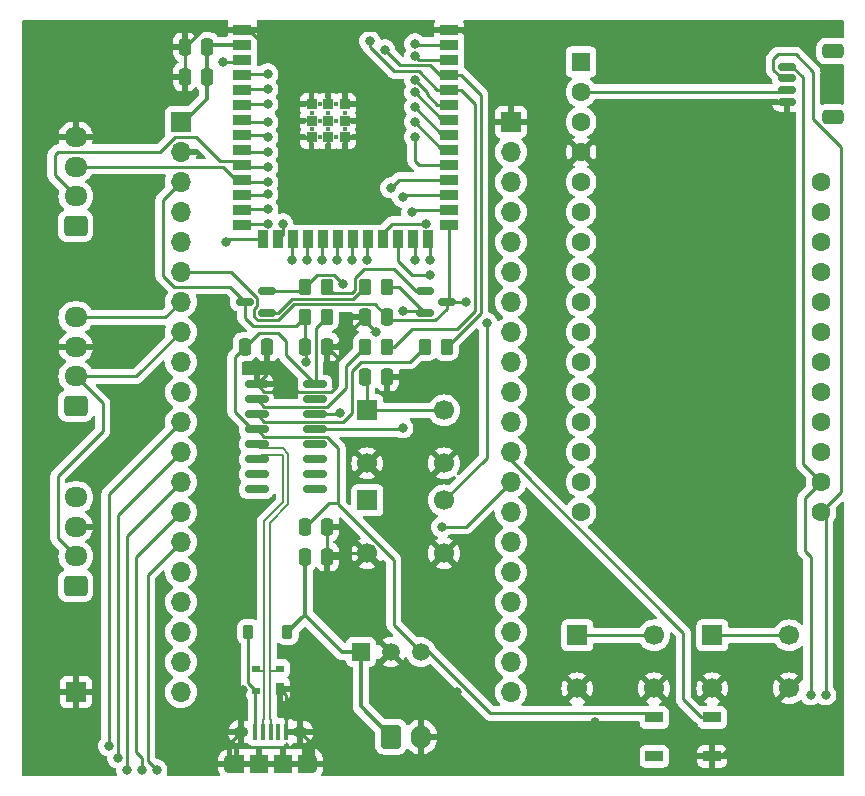
<source format=gbr>
%TF.GenerationSoftware,KiCad,Pcbnew,7.0.1*%
%TF.CreationDate,2023-04-07T12:38:16-07:00*%
%TF.ProjectId,receive mcu prototype r1,72656365-6976-4652-906d-63752070726f,rev?*%
%TF.SameCoordinates,Original*%
%TF.FileFunction,Copper,L1,Top*%
%TF.FilePolarity,Positive*%
%FSLAX46Y46*%
G04 Gerber Fmt 4.6, Leading zero omitted, Abs format (unit mm)*
G04 Created by KiCad (PCBNEW 7.0.1) date 2023-04-07 12:38:16*
%MOMM*%
%LPD*%
G01*
G04 APERTURE LIST*
G04 Aperture macros list*
%AMRoundRect*
0 Rectangle with rounded corners*
0 $1 Rounding radius*
0 $2 $3 $4 $5 $6 $7 $8 $9 X,Y pos of 4 corners*
0 Add a 4 corners polygon primitive as box body*
4,1,4,$2,$3,$4,$5,$6,$7,$8,$9,$2,$3,0*
0 Add four circle primitives for the rounded corners*
1,1,$1+$1,$2,$3*
1,1,$1+$1,$4,$5*
1,1,$1+$1,$6,$7*
1,1,$1+$1,$8,$9*
0 Add four rect primitives between the rounded corners*
20,1,$1+$1,$2,$3,$4,$5,0*
20,1,$1+$1,$4,$5,$6,$7,0*
20,1,$1+$1,$6,$7,$8,$9,0*
20,1,$1+$1,$8,$9,$2,$3,0*%
G04 Aperture macros list end*
%TA.AperFunction,SMDPad,CuDef*%
%ADD10RoundRect,0.150000X0.625000X-0.150000X0.625000X0.150000X-0.625000X0.150000X-0.625000X-0.150000X0*%
%TD*%
%TA.AperFunction,SMDPad,CuDef*%
%ADD11RoundRect,0.250000X0.650000X-0.350000X0.650000X0.350000X-0.650000X0.350000X-0.650000X-0.350000X0*%
%TD*%
%TA.AperFunction,SMDPad,CuDef*%
%ADD12R,1.500000X0.900000*%
%TD*%
%TA.AperFunction,ComponentPad*%
%ADD13C,1.700000*%
%TD*%
%TA.AperFunction,ComponentPad*%
%ADD14R,1.700000X1.700000*%
%TD*%
%TA.AperFunction,SMDPad,CuDef*%
%ADD15RoundRect,0.150000X-0.825000X-0.150000X0.825000X-0.150000X0.825000X0.150000X-0.825000X0.150000X0*%
%TD*%
%TA.AperFunction,ComponentPad*%
%ADD16R,1.600000X1.600000*%
%TD*%
%TA.AperFunction,ComponentPad*%
%ADD17C,1.600000*%
%TD*%
%TA.AperFunction,SMDPad,CuDef*%
%ADD18R,0.900000X1.500000*%
%TD*%
%TA.AperFunction,SMDPad,CuDef*%
%ADD19R,0.900000X0.900000*%
%TD*%
%TA.AperFunction,ComponentPad*%
%ADD20C,0.400000*%
%TD*%
%TA.AperFunction,SMDPad,CuDef*%
%ADD21RoundRect,0.250000X-0.262500X-0.450000X0.262500X-0.450000X0.262500X0.450000X-0.262500X0.450000X0*%
%TD*%
%TA.AperFunction,SMDPad,CuDef*%
%ADD22RoundRect,0.250000X0.262500X0.450000X-0.262500X0.450000X-0.262500X-0.450000X0.262500X-0.450000X0*%
%TD*%
%TA.AperFunction,SMDPad,CuDef*%
%ADD23RoundRect,0.150000X-0.587500X-0.150000X0.587500X-0.150000X0.587500X0.150000X-0.587500X0.150000X0*%
%TD*%
%TA.AperFunction,SMDPad,CuDef*%
%ADD24RoundRect,0.150000X0.587500X0.150000X-0.587500X0.150000X-0.587500X-0.150000X0.587500X-0.150000X0*%
%TD*%
%TA.AperFunction,ComponentPad*%
%ADD25R,1.508000X1.508000*%
%TD*%
%TA.AperFunction,ComponentPad*%
%ADD26C,1.508000*%
%TD*%
%TA.AperFunction,ComponentPad*%
%ADD27RoundRect,0.250000X0.725000X-0.600000X0.725000X0.600000X-0.725000X0.600000X-0.725000X-0.600000X0*%
%TD*%
%TA.AperFunction,ComponentPad*%
%ADD28O,1.950000X1.700000*%
%TD*%
%TA.AperFunction,ComponentPad*%
%ADD29O,1.700000X1.700000*%
%TD*%
%TA.AperFunction,SMDPad,CuDef*%
%ADD30R,0.400000X1.350000*%
%TD*%
%TA.AperFunction,SMDPad,CuDef*%
%ADD31R,1.200000X1.550000*%
%TD*%
%TA.AperFunction,ComponentPad*%
%ADD32O,1.250000X0.950000*%
%TD*%
%TA.AperFunction,SMDPad,CuDef*%
%ADD33R,1.500000X1.550000*%
%TD*%
%TA.AperFunction,ComponentPad*%
%ADD34O,0.890000X1.550000*%
%TD*%
%TA.AperFunction,ComponentPad*%
%ADD35RoundRect,0.250000X-0.600000X-0.750000X0.600000X-0.750000X0.600000X0.750000X-0.600000X0.750000X0*%
%TD*%
%TA.AperFunction,ComponentPad*%
%ADD36O,1.700000X2.000000*%
%TD*%
%TA.AperFunction,SMDPad,CuDef*%
%ADD37RoundRect,0.225000X0.225000X0.375000X-0.225000X0.375000X-0.225000X-0.375000X0.225000X-0.375000X0*%
%TD*%
%TA.AperFunction,SMDPad,CuDef*%
%ADD38R,0.700000X0.600000*%
%TD*%
%TA.AperFunction,SMDPad,CuDef*%
%ADD39R,0.700000X1.000000*%
%TD*%
%TA.AperFunction,SMDPad,CuDef*%
%ADD40RoundRect,0.250000X-0.250000X-0.475000X0.250000X-0.475000X0.250000X0.475000X-0.250000X0.475000X0*%
%TD*%
%TA.AperFunction,SMDPad,CuDef*%
%ADD41RoundRect,0.250000X0.250000X0.475000X-0.250000X0.475000X-0.250000X-0.475000X0.250000X-0.475000X0*%
%TD*%
%TA.AperFunction,ViaPad*%
%ADD42C,0.800000*%
%TD*%
%TA.AperFunction,Conductor*%
%ADD43C,0.250000*%
%TD*%
%TA.AperFunction,Conductor*%
%ADD44C,0.355600*%
%TD*%
%TA.AperFunction,Conductor*%
%ADD45C,0.200000*%
%TD*%
G04 APERTURE END LIST*
D10*
%TO.P,J7,1,Pin_1*%
%TO.N,GND*%
X138970000Y-36425000D03*
%TO.P,J7,2,Pin_2*%
%TO.N,+3.3V*%
X138970000Y-35425000D03*
%TO.P,J7,3,Pin_3*%
%TO.N,/GPIO9*%
X138970000Y-34425000D03*
%TO.P,J7,4,Pin_4*%
%TO.N,/GPIO8*%
X138970000Y-33425000D03*
D11*
%TO.P,J7,MP*%
%TO.N,N/C*%
X142845000Y-32125000D03*
X142845000Y-37725000D03*
%TD*%
D12*
%TO.P,D3,1,VDD*%
%TO.N,+3.3V*%
X127725000Y-88520000D03*
%TO.P,D3,2,DOUT*%
%TO.N,unconnected-(D3-DOUT-Pad2)*%
X127725000Y-91820000D03*
%TO.P,D3,3,VSS*%
%TO.N,GND*%
X132625000Y-91820000D03*
%TO.P,D3,4,DIN*%
%TO.N,/GPIO38*%
X132625000Y-88520000D03*
%TD*%
D13*
%TO.P,SW1,2,2*%
%TO.N,GND*%
X103430000Y-67020000D03*
X109930000Y-67020000D03*
D14*
%TO.P,SW1,1,1*%
%TO.N,/EN*%
X103430000Y-62520000D03*
D13*
X109930000Y-62520000D03*
%TD*%
D14*
%TO.P,TP1,1,1*%
%TO.N,GND*%
X78740000Y-86360000D03*
%TD*%
D15*
%TO.P,U3,1,GND*%
%TO.N,GND*%
X94045000Y-60325000D03*
%TO.P,U3,2,TXD*%
%TO.N,Net-(U3-TXD)*%
X94045000Y-61595000D03*
%TO.P,U3,3,RXD*%
%TO.N,Net-(U3-RXD)*%
X94045000Y-62865000D03*
%TO.P,U3,4,V3*%
%TO.N,+3.3V*%
X94045000Y-64135000D03*
%TO.P,U3,5,UD+*%
%TO.N,/usb/D+*%
X94045000Y-65405000D03*
%TO.P,U3,6,UD-*%
%TO.N,/usb/D-*%
X94045000Y-66675000D03*
%TO.P,U3,7,NC*%
%TO.N,unconnected-(U3-NC-Pad7)*%
X94045000Y-67945000D03*
%TO.P,U3,8,NC*%
%TO.N,unconnected-(U3-NC-Pad8)*%
X94045000Y-69215000D03*
%TO.P,U3,9,~{CTS}*%
%TO.N,unconnected-(U3-~{CTS}-Pad9)*%
X98995000Y-69215000D03*
%TO.P,U3,10,~{DSR}*%
%TO.N,unconnected-(U3-~{DSR}-Pad10)*%
X98995000Y-67945000D03*
%TO.P,U3,11,~{RI}*%
%TO.N,unconnected-(U3-~{RI}-Pad11)*%
X98995000Y-66675000D03*
%TO.P,U3,12,~{DCD}*%
%TO.N,unconnected-(U3-~{DCD}-Pad12)*%
X98995000Y-65405000D03*
%TO.P,U3,13,~{DTR}*%
%TO.N,/usb/DTR*%
X98995000Y-64135000D03*
%TO.P,U3,14,~{RTS}*%
%TO.N,/usb/RTS*%
X98995000Y-62865000D03*
%TO.P,U3,15,R232*%
%TO.N,unconnected-(U3-R232-Pad15)*%
X98995000Y-61595000D03*
%TO.P,U3,16,VCC*%
%TO.N,+3.3V*%
X98995000Y-60325000D03*
%TD*%
D16*
%TO.P,U2,1,RST*%
%TO.N,/EN*%
X121519500Y-33020000D03*
D17*
%TO.P,U2,2,3v3*%
%TO.N,+3.3V*%
X121519500Y-35560000D03*
%TO.P,U2,3*%
%TO.N,N/C*%
X121519500Y-38100000D03*
%TO.P,U2,4,GND*%
%TO.N,GND*%
X121519500Y-40640000D03*
%TO.P,U2,5*%
%TO.N,N/C*%
X121519500Y-43180000D03*
%TO.P,U2,6*%
X121519500Y-45720000D03*
%TO.P,U2,7*%
X121519500Y-48260000D03*
%TO.P,U2,8*%
X121519500Y-50800000D03*
%TO.P,U2,9*%
X121519500Y-53340000D03*
%TO.P,U2,10*%
X121519500Y-55880000D03*
%TO.P,U2,11*%
X121519500Y-58420000D03*
%TO.P,U2,12*%
X121519500Y-60960000D03*
%TO.P,U2,13*%
X121519500Y-63500000D03*
%TO.P,U2,14*%
X121519500Y-66040000D03*
%TO.P,U2,15*%
X121519500Y-68580000D03*
%TO.P,U2,16*%
X121519500Y-71120000D03*
%TO.P,U2,17,SDA*%
%TO.N,/GPIO9*%
X141839500Y-71120000D03*
%TO.P,U2,18,SCL*%
%TO.N,/GPIO8*%
X141839500Y-68580000D03*
%TO.P,U2,19,A*%
%TO.N,/GPIO7*%
X141839500Y-66040000D03*
%TO.P,U2,20,B*%
%TO.N,/GPIO5*%
X141839500Y-63500000D03*
%TO.P,U2,21,C*%
%TO.N,/GPIO6*%
X141839500Y-60960000D03*
%TO.P,U2,22*%
%TO.N,N/C*%
X141839500Y-58420000D03*
%TO.P,U2,23*%
X141839500Y-55880000D03*
%TO.P,U2,24*%
X141839500Y-53340000D03*
%TO.P,U2,25*%
X141839500Y-50800000D03*
%TO.P,U2,26*%
X141839500Y-48260000D03*
%TO.P,U2,27*%
X141839500Y-45720000D03*
%TO.P,U2,28*%
X141839500Y-43180000D03*
%TD*%
D12*
%TO.P,U1,1,GND*%
%TO.N,GND*%
X92850000Y-30300000D03*
%TO.P,U1,2,3V3*%
%TO.N,+3.3V*%
X92850000Y-31570000D03*
%TO.P,U1,3,EN*%
%TO.N,/EN*%
X92850000Y-32840000D03*
%TO.P,U1,4,IO4*%
%TO.N,/GPIO4*%
X92850000Y-34110000D03*
%TO.P,U1,5,IO5*%
%TO.N,/GPIO5*%
X92850000Y-35380000D03*
%TO.P,U1,6,IO6*%
%TO.N,/GPIO6*%
X92850000Y-36650000D03*
%TO.P,U1,7,IO7*%
%TO.N,/GPIO7*%
X92850000Y-37920000D03*
%TO.P,U1,8,IO15*%
%TO.N,/GPIO15*%
X92850000Y-39190000D03*
%TO.P,U1,9,IO16*%
%TO.N,/GPIO16*%
X92850000Y-40460000D03*
%TO.P,U1,10,IO17*%
%TO.N,/GPIO17{slash}TX1*%
X92850000Y-41730000D03*
%TO.P,U1,11,IO18*%
%TO.N,/GPIO18{slash}RX1*%
X92850000Y-43000000D03*
%TO.P,U1,12,IO8*%
%TO.N,/GPIO8*%
X92850000Y-44270000D03*
%TO.P,U1,13,IO19*%
%TO.N,/GPIO19*%
X92850000Y-45540000D03*
%TO.P,U1,14,IO20*%
%TO.N,/GPIO20*%
X92850000Y-46810000D03*
D18*
%TO.P,U1,15,IO3*%
%TO.N,/GPIO3*%
X94615000Y-48060000D03*
%TO.P,U1,16,IO46*%
%TO.N,/GPIO46*%
X95885000Y-48060000D03*
%TO.P,U1,17,IO9*%
%TO.N,/GPIO9*%
X97155000Y-48060000D03*
%TO.P,U1,18,IO10*%
%TO.N,/GPIO10*%
X98425000Y-48060000D03*
%TO.P,U1,19,IO11*%
%TO.N,/GPIO11*%
X99695000Y-48060000D03*
%TO.P,U1,20,IO12*%
%TO.N,/GPIO12*%
X100965000Y-48060000D03*
%TO.P,U1,21,IO13*%
%TO.N,/GPIO13*%
X102235000Y-48060000D03*
%TO.P,U1,22,IO14*%
%TO.N,/GPIO14*%
X103505000Y-48060000D03*
%TO.P,U1,23,IO21*%
%TO.N,/GPIO21*%
X104775000Y-48060000D03*
%TO.P,U1,24,IO47*%
%TO.N,/GPIO47*%
X106045000Y-48060000D03*
%TO.P,U1,25,IO48*%
%TO.N,/GPIO48*%
X107315000Y-48060000D03*
%TO.P,U1,26,IO45*%
%TO.N,/GPIO45*%
X108585000Y-48060000D03*
D12*
%TO.P,U1,27,IO0*%
%TO.N,/GPIO0*%
X110350000Y-46810000D03*
%TO.P,U1,28,IO35*%
%TO.N,/GPIO35*%
X110350000Y-45540000D03*
%TO.P,U1,29,IO36*%
%TO.N,/GPIO36*%
X110350000Y-44270000D03*
%TO.P,U1,30,IO37*%
%TO.N,/GPIO37*%
X110350000Y-43000000D03*
%TO.P,U1,31,IO38*%
%TO.N,/GPIO38*%
X110350000Y-41730000D03*
%TO.P,U1,32,IO39*%
%TO.N,/GPIO39*%
X110350000Y-40460000D03*
%TO.P,U1,33,IO40*%
%TO.N,/GPIO40*%
X110350000Y-39190000D03*
%TO.P,U1,34,IO41*%
%TO.N,/GPIO41*%
X110350000Y-37920000D03*
%TO.P,U1,35,IO42*%
%TO.N,/GPIO42*%
X110350000Y-36650000D03*
%TO.P,U1,36,RXD0*%
%TO.N,/RX*%
X110350000Y-35380000D03*
%TO.P,U1,37,TXD0*%
%TO.N,/TX*%
X110350000Y-34110000D03*
%TO.P,U1,38,IO2*%
%TO.N,/GPIO2*%
X110350000Y-32840000D03*
%TO.P,U1,39,IO1*%
%TO.N,/GPIO1*%
X110350000Y-31570000D03*
%TO.P,U1,40,GND*%
%TO.N,GND*%
X110350000Y-30300000D03*
D19*
%TO.P,U1,41_1,GND*%
%TO.N,N/C*%
X100100000Y-38020000D03*
%TO.P,U1,41_2,GND*%
%TO.N,GND*%
X98700000Y-38020000D03*
%TO.P,U1,41_3,GND*%
X101500000Y-38020000D03*
%TO.P,U1,41_4,GND*%
X98700000Y-39420000D03*
%TO.P,U1,41_5,GND*%
X100100000Y-39420000D03*
%TO.P,U1,41_6,GND*%
X101500000Y-39420000D03*
%TO.P,U1,41_7,GND*%
X98700000Y-36620000D03*
%TO.P,U1,41_8,GND*%
X100100000Y-36620000D03*
%TO.P,U1,41_9,GND*%
X101500000Y-36620000D03*
D20*
%TO.P,U1,41_10*%
%TO.N,N/C*%
X100100000Y-37320000D03*
%TO.P,U1,41_11*%
X98700000Y-37320000D03*
%TO.P,U1,41_12*%
X101500000Y-37320000D03*
%TO.P,U1,41_13*%
X98700000Y-38720000D03*
%TO.P,U1,41_14*%
X100100000Y-38720000D03*
%TO.P,U1,41_15*%
X101500000Y-38720000D03*
%TO.P,U1,41_16*%
X99400000Y-36620000D03*
%TO.P,U1,41_17*%
X100800000Y-36620000D03*
%TO.P,U1,41_18*%
X99400000Y-38020000D03*
%TO.P,U1,41_19*%
X100800000Y-38020000D03*
%TO.P,U1,41_20*%
X99400000Y-39420000D03*
%TO.P,U1,41_21*%
X100800000Y-39420000D03*
%TD*%
D13*
%TO.P,SW4,1,1*%
%TO.N,/GPIO6*%
X139140000Y-81570000D03*
D14*
X132640000Y-81570000D03*
D13*
%TO.P,SW4,2,2*%
%TO.N,GND*%
X139140000Y-86070000D03*
X132640000Y-86070000D03*
%TD*%
%TO.P,SW3,1,1*%
%TO.N,/GPIO5*%
X127710000Y-81570000D03*
D14*
X121210000Y-81570000D03*
D13*
%TO.P,SW3,2,2*%
%TO.N,GND*%
X127710000Y-86070000D03*
X121210000Y-86070000D03*
%TD*%
%TO.P,SW2,1,1*%
%TO.N,/GPIO0*%
X109930000Y-70140000D03*
D14*
X103430000Y-70140000D03*
D13*
%TO.P,SW2,2,2*%
%TO.N,GND*%
X109930000Y-74640000D03*
X103430000Y-74640000D03*
%TD*%
D21*
%TO.P,R5,1*%
%TO.N,/usb/RTS*%
X98147500Y-52070000D03*
%TO.P,R5,2*%
%TO.N,Net-(Q3-B)*%
X99972500Y-52070000D03*
%TD*%
D22*
%TO.P,R4,1*%
%TO.N,/usb/DTR*%
X105052500Y-52070000D03*
%TO.P,R4,2*%
%TO.N,Net-(Q2-B)*%
X103227500Y-52070000D03*
%TD*%
D21*
%TO.P,R3,1*%
%TO.N,Net-(U3-RXD)*%
X108307500Y-57150000D03*
%TO.P,R3,2*%
%TO.N,/TX*%
X110132500Y-57150000D03*
%TD*%
%TO.P,R2,1*%
%TO.N,/EN*%
X98147500Y-54610000D03*
%TO.P,R2,2*%
%TO.N,+3.3V*%
X99972500Y-54610000D03*
%TD*%
%TO.P,R1,2*%
%TO.N,/RX*%
X105052500Y-57150000D03*
%TO.P,R1,1*%
%TO.N,Net-(U3-TXD)*%
X103227500Y-57150000D03*
%TD*%
D23*
%TO.P,Q3,1,B*%
%TO.N,Net-(Q3-B)*%
X108282500Y-52390000D03*
%TO.P,Q3,2,E*%
%TO.N,/usb/DTR*%
X108282500Y-54290000D03*
%TO.P,Q3,3,C*%
%TO.N,/GPIO0*%
X110157500Y-53340000D03*
%TD*%
D24*
%TO.P,Q2,3,C*%
%TO.N,/EN*%
X93042500Y-53340000D03*
%TO.P,Q2,2,E*%
%TO.N,/usb/RTS*%
X94917500Y-52390000D03*
%TO.P,Q2,1,B*%
%TO.N,Net-(Q2-B)*%
X94917500Y-54290000D03*
%TD*%
D25*
%TO.P,PS1,1,VIN*%
%TO.N,VCC*%
X102870000Y-82980000D03*
D26*
%TO.P,PS1,2,GND*%
%TO.N,GND*%
X105410000Y-82980000D03*
%TO.P,PS1,3,+VO*%
%TO.N,+3.3V*%
X107950000Y-82980000D03*
%TD*%
D27*
%TO.P,J11,1,Pin_1*%
%TO.N,+3.3V*%
X78740000Y-46910000D03*
D28*
%TO.P,J11,2,Pin_2*%
%TO.N,/GPIO17{slash}TX1*%
X78740000Y-44410000D03*
%TO.P,J11,3,Pin_3*%
%TO.N,/GPIO18{slash}RX1*%
X78740000Y-41910000D03*
%TO.P,J11,4,Pin_4*%
%TO.N,GND*%
X78740000Y-39410000D03*
%TD*%
D14*
%TO.P,J6,1,Pin_1*%
%TO.N,+3.3V*%
X87630000Y-38100000D03*
D29*
%TO.P,J6,2,Pin_2*%
%TO.N,GND*%
X87630000Y-40640000D03*
%TO.P,J6,3,Pin_3*%
%TO.N,/EN*%
X87630000Y-43180000D03*
%TO.P,J6,4,Pin_4*%
%TO.N,/RX*%
X87630000Y-45720000D03*
%TO.P,J6,5,Pin_5*%
%TO.N,/TX*%
X87630000Y-48260000D03*
%TO.P,J6,6,Pin_6*%
%TO.N,/GPIO0*%
X87630000Y-50800000D03*
%TO.P,J6,7,Pin_7*%
%TO.N,/GPIO1*%
X87630000Y-53340000D03*
%TO.P,J6,8,Pin_8*%
%TO.N,/GPIO2*%
X87630000Y-55880000D03*
%TO.P,J6,9,Pin_9*%
%TO.N,/GPIO3*%
X87630000Y-58420000D03*
%TO.P,J6,10,Pin_10*%
%TO.N,/GPIO4*%
X87630000Y-60960000D03*
%TO.P,J6,11,Pin_11*%
%TO.N,/GPIO5*%
X87630000Y-63500000D03*
%TO.P,J6,12,Pin_12*%
%TO.N,/GPIO6*%
X87630000Y-66040000D03*
%TO.P,J6,13,Pin_13*%
%TO.N,/GPIO7*%
X87630000Y-68580000D03*
%TO.P,J6,14,Pin_14*%
%TO.N,/GPIO8*%
X87630000Y-71120000D03*
%TO.P,J6,15,Pin_15*%
%TO.N,/GPIO9*%
X87630000Y-73660000D03*
%TO.P,J6,16,Pin_16*%
%TO.N,/GPIO10*%
X87630000Y-76200000D03*
%TO.P,J6,17,Pin_17*%
%TO.N,/GPIO11*%
X87630000Y-78740000D03*
%TO.P,J6,18,Pin_18*%
%TO.N,/GPIO12*%
X87630000Y-81280000D03*
%TO.P,J6,19,Pin_19*%
%TO.N,/GPIO13*%
X87630000Y-83820000D03*
%TO.P,J6,20,Pin_20*%
%TO.N,/GPIO14*%
X87630000Y-86360000D03*
%TD*%
D14*
%TO.P,J5,1,Pin_1*%
%TO.N,GND*%
X115570000Y-38100000D03*
D29*
%TO.P,J5,2,Pin_2*%
%TO.N,/GPIO15*%
X115570000Y-40640000D03*
%TO.P,J5,3,Pin_3*%
%TO.N,/GPIO16*%
X115570000Y-43180000D03*
%TO.P,J5,4,Pin_4*%
%TO.N,/GPIO17{slash}TX1*%
X115570000Y-45720000D03*
%TO.P,J5,5,Pin_5*%
%TO.N,/GPIO18{slash}RX1*%
X115570000Y-48260000D03*
%TO.P,J5,6,Pin_6*%
%TO.N,/GPIO19*%
X115570000Y-50800000D03*
%TO.P,J5,7,Pin_7*%
%TO.N,/GPIO20*%
X115570000Y-53340000D03*
%TO.P,J5,8,Pin_8*%
%TO.N,/GPIO21*%
X115570000Y-55880000D03*
%TO.P,J5,9,Pin_9*%
%TO.N,/GPIO35*%
X115570000Y-58420000D03*
%TO.P,J5,10,Pin_10*%
%TO.N,/GPIO36*%
X115570000Y-60960000D03*
%TO.P,J5,11,Pin_11*%
%TO.N,/GPIO37*%
X115570000Y-63500000D03*
%TO.P,J5,12,Pin_12*%
%TO.N,/GPIO38*%
X115570000Y-66040000D03*
%TO.P,J5,13,Pin_13*%
%TO.N,/GPIO39*%
X115570000Y-68580000D03*
%TO.P,J5,14,Pin_14*%
%TO.N,/GPIO40*%
X115570000Y-71120000D03*
%TO.P,J5,15,Pin_15*%
%TO.N,/GPIO41*%
X115570000Y-73660000D03*
%TO.P,J5,16,Pin_16*%
%TO.N,/GPIO42*%
X115570000Y-76200000D03*
%TO.P,J5,17,Pin_17*%
%TO.N,/GPIO45*%
X115570000Y-78740000D03*
%TO.P,J5,18,Pin_18*%
%TO.N,/GPIO46*%
X115570000Y-81280000D03*
%TO.P,J5,19,Pin_19*%
%TO.N,/GPIO47*%
X115570000Y-83820000D03*
%TO.P,J5,20,Pin_20*%
%TO.N,/GPIO48*%
X115570000Y-86360000D03*
%TD*%
D30*
%TO.P,J4,1,VBUS*%
%TO.N,Net-(D1-VCC)*%
X93950000Y-89740000D03*
%TO.P,J4,2,D-*%
%TO.N,/usb/D-*%
X94600000Y-89740000D03*
%TO.P,J4,3,D+*%
%TO.N,/usb/D+*%
X95250000Y-89740000D03*
%TO.P,J4,4,ID*%
%TO.N,unconnected-(J4-ID-Pad4)*%
X95900000Y-89740000D03*
%TO.P,J4,5,GND*%
%TO.N,GND*%
X96550000Y-89740000D03*
D31*
%TO.P,J4,6,Shield*%
X92350000Y-92440000D03*
D32*
X97750000Y-89740000D03*
D33*
X96250000Y-92440000D03*
D34*
X98750000Y-92440000D03*
D31*
X98150000Y-92440000D03*
D32*
X92750000Y-89740000D03*
D33*
X94250000Y-92440000D03*
D34*
X91750000Y-92440000D03*
%TD*%
D35*
%TO.P,J3,1,Pin_1*%
%TO.N,VCC*%
X105450000Y-90170000D03*
D36*
%TO.P,J3,2,Pin_2*%
%TO.N,GND*%
X107950000Y-90170000D03*
%TD*%
D27*
%TO.P,J2,1,Pin_1*%
%TO.N,+3.3V*%
X78740000Y-77390000D03*
D28*
%TO.P,J2,2,Pin_2*%
%TO.N,/GPIO2*%
X78740000Y-74890000D03*
%TO.P,J2,3,Pin_3*%
%TO.N,GND*%
X78740000Y-72390000D03*
%TO.P,J2,4,Pin_4*%
%TO.N,/GPIO39*%
X78740000Y-69890000D03*
%TD*%
D27*
%TO.P,J1,1,Pin_1*%
%TO.N,+3.3V*%
X78740000Y-62150000D03*
D28*
%TO.P,J1,2,Pin_2*%
%TO.N,/GPIO2*%
X78740000Y-59650000D03*
%TO.P,J1,3,Pin_3*%
%TO.N,GND*%
X78740000Y-57150000D03*
%TO.P,J1,4,Pin_4*%
%TO.N,/GPIO1*%
X78740000Y-54650000D03*
%TD*%
D37*
%TO.P,D2,1,K*%
%TO.N,VCC*%
X96646000Y-81280000D03*
%TO.P,D2,2,A*%
%TO.N,Net-(D1-VCC)*%
X93346000Y-81280000D03*
%TD*%
D38*
%TO.P,D1,4,VCC*%
%TO.N,Net-(D1-VCC)*%
X93996000Y-86294000D03*
%TO.P,D1,3,I/O2*%
%TO.N,/usb/D-*%
X93996000Y-84394000D03*
%TO.P,D1,2,I/O1*%
%TO.N,/usb/D+*%
X95996000Y-84394000D03*
D39*
%TO.P,D1,1,GND*%
%TO.N,GND*%
X95996000Y-86094000D03*
%TD*%
D40*
%TO.P,C9,1*%
%TO.N,/EN*%
X103190000Y-59690000D03*
%TO.P,C9,2*%
%TO.N,GND*%
X105090000Y-59690000D03*
%TD*%
D41*
%TO.P,C8,2*%
%TO.N,GND*%
X103190000Y-54610000D03*
%TO.P,C8,1*%
%TO.N,/GPIO0*%
X105090000Y-54610000D03*
%TD*%
D40*
%TO.P,C7,1*%
%TO.N,/EN*%
X98110000Y-57150000D03*
%TO.P,C7,2*%
%TO.N,GND*%
X100010000Y-57150000D03*
%TD*%
%TO.P,C6,1*%
%TO.N,+3.3V*%
X93030000Y-57150000D03*
%TO.P,C6,2*%
%TO.N,GND*%
X94930000Y-57150000D03*
%TD*%
D41*
%TO.P,C4,1*%
%TO.N,+3.3V*%
X89850000Y-34290000D03*
%TO.P,C4,2*%
%TO.N,GND*%
X87950000Y-34290000D03*
%TD*%
%TO.P,C3,1*%
%TO.N,+3.3V*%
X89850000Y-31750000D03*
%TO.P,C3,2*%
%TO.N,GND*%
X87950000Y-31750000D03*
%TD*%
D40*
%TO.P,C2,1*%
%TO.N,+3.3V*%
X98110000Y-72390000D03*
%TO.P,C2,2*%
%TO.N,GND*%
X100010000Y-72390000D03*
%TD*%
%TO.P,C1,1*%
%TO.N,VCC*%
X98110000Y-74930000D03*
%TO.P,C1,2*%
%TO.N,GND*%
X100010000Y-74930000D03*
%TD*%
D42*
%TO.N,GND*%
X135890000Y-37465000D03*
X92886689Y-86209289D03*
X122682000Y-88900000D03*
X110998000Y-86360000D03*
X108712000Y-79502000D03*
X102108000Y-80010000D03*
X100838000Y-86106000D03*
X98044000Y-85090000D03*
X76708000Y-90932000D03*
X75692000Y-81280000D03*
X83820000Y-44704000D03*
X83566000Y-51054000D03*
X84328000Y-61722000D03*
X76200000Y-30734000D03*
X81026000Y-30734000D03*
X85598000Y-30734000D03*
X125730000Y-31496000D03*
X104140000Y-55880000D03*
X105156000Y-61468000D03*
%TO.N,/GPIO0*%
X111760000Y-53340000D03*
X113538000Y-55118000D03*
%TO.N,/GPIO9*%
X142240000Y-86614000D03*
X85598000Y-92964000D03*
%TO.N,/GPIO8*%
X140970000Y-86614000D03*
X84328000Y-92964000D03*
%TO.N,/GPIO7*%
X83058000Y-92964000D03*
%TO.N,/usb/RTS*%
X101346000Y-51816000D03*
X101092000Y-62775500D03*
%TO.N,/usb/DTR*%
X106426000Y-54102000D03*
X106426000Y-64008000D03*
%TO.N,/EN*%
X98270500Y-58420000D03*
%TO.N,/GPIO6*%
X82296000Y-91948000D03*
%TO.N,/GPIO5*%
X81534000Y-90932000D03*
%TO.N,/GPIO39*%
X109728000Y-72390000D03*
%TO.N,/GPIO46*%
X96266000Y-46736000D03*
%TO.N,/RX*%
X103632000Y-31242000D03*
%TO.N,/TX*%
X104902000Y-32004000D03*
%TO.N,/GPIO1*%
X107442000Y-31496000D03*
%TO.N,/GPIO2*%
X107446299Y-32516299D03*
%TO.N,/GPIO3*%
X91440000Y-48260000D03*
%TO.N,/GPIO4*%
X94996000Y-34036000D03*
%TO.N,/GPIO5*%
X94996000Y-35306000D03*
%TO.N,/GPIO6*%
X94996000Y-36576000D03*
%TO.N,/GPIO7*%
X94996000Y-38100000D03*
%TO.N,/GPIO8*%
X94996000Y-44196000D03*
%TO.N,/GPIO9*%
X97028000Y-49784000D03*
%TO.N,/GPIO10*%
X98298000Y-49784000D03*
%TO.N,/GPIO11*%
X99568000Y-49784000D03*
%TO.N,/GPIO12*%
X100838000Y-49784000D03*
%TO.N,/GPIO13*%
X102108000Y-49784000D03*
%TO.N,/GPIO14*%
X103378000Y-49784000D03*
%TO.N,/GPIO48*%
X107442000Y-49784000D03*
%TO.N,/GPIO47*%
X108712000Y-51054000D03*
%TO.N,/GPIO45*%
X108712000Y-49784000D03*
%TO.N,/GPIO42*%
X107442000Y-34544000D03*
%TO.N,/GPIO41*%
X107442000Y-35592000D03*
%TO.N,/GPIO40*%
X107442000Y-36830000D03*
%TO.N,/GPIO39*%
X107442000Y-38100000D03*
%TO.N,/GPIO38*%
X107442000Y-39370000D03*
%TO.N,/GPIO37*%
X105410000Y-43688000D03*
%TO.N,/GPIO36*%
X106426000Y-44450000D03*
%TO.N,/GPIO35*%
X107188000Y-45720000D03*
%TO.N,/GPIO21*%
X108423902Y-46710500D03*
%TO.N,/EN*%
X91186000Y-33020000D03*
%TO.N,/GPIO20*%
X94996000Y-46710498D03*
%TO.N,/GPIO19*%
X94996000Y-45466000D03*
%TO.N,/GPIO18{slash}RX1*%
X94996000Y-43180000D03*
%TO.N,/GPIO17{slash}TX1*%
X94996000Y-41910000D03*
%TO.N,/GPIO16*%
X94996000Y-40640000D03*
%TO.N,/GPIO15*%
X94996000Y-39370000D03*
%TD*%
D43*
%TO.N,GND*%
X136930000Y-36425000D02*
X135890000Y-37465000D01*
X138970000Y-36425000D02*
X136930000Y-36425000D01*
%TO.N,+3.3V*%
X138970000Y-35425000D02*
X138835000Y-35560000D01*
X138835000Y-35560000D02*
X121519500Y-35560000D01*
%TO.N,/GPIO9*%
X138523249Y-34425000D02*
X138970000Y-34425000D01*
X137795000Y-33696751D02*
X138523249Y-34425000D01*
X141164500Y-37857673D02*
X141164500Y-33849500D01*
X143510000Y-40203173D02*
X141164500Y-37857673D01*
X143510000Y-69449500D02*
X143510000Y-40203173D01*
X141164500Y-33849500D02*
X139700000Y-32385000D01*
X139700000Y-32385000D02*
X138179124Y-32385000D01*
X137795000Y-32769124D02*
X137795000Y-33696751D01*
X138179124Y-32385000D02*
X137795000Y-32769124D01*
X141839500Y-71120000D02*
X143510000Y-69449500D01*
%TO.N,/GPIO8*%
X140335000Y-34343249D02*
X139416751Y-33425000D01*
X140335000Y-67075500D02*
X140335000Y-34343249D01*
X141839500Y-68580000D02*
X140335000Y-67075500D01*
X139416751Y-33425000D02*
X138970000Y-33425000D01*
%TO.N,+3.3V*%
X113838305Y-88175000D02*
X108643305Y-82980000D01*
X108643305Y-82980000D02*
X107950000Y-82980000D01*
X127725000Y-88520000D02*
X127380000Y-88175000D01*
X127380000Y-88175000D02*
X113838305Y-88175000D01*
%TO.N,GND*%
X133390000Y-91820000D02*
X139140000Y-86070000D01*
X132625000Y-91820000D02*
X133390000Y-91820000D01*
%TO.N,/GPIO38*%
X131700000Y-88520000D02*
X132625000Y-88520000D01*
X130175000Y-86995000D02*
X131700000Y-88520000D01*
X130175000Y-81366491D02*
X130175000Y-86995000D01*
X115570000Y-66761491D02*
X130175000Y-81366491D01*
X115570000Y-66040000D02*
X115570000Y-66761491D01*
%TO.N,GND*%
X92750000Y-87670000D02*
X92886689Y-87533311D01*
X92886689Y-87533311D02*
X92886689Y-86209289D01*
X91750000Y-92440000D02*
X98750000Y-92440000D01*
X94670000Y-60950000D02*
X94045000Y-60325000D01*
X100340000Y-60950000D02*
X94670000Y-60950000D01*
X100838000Y-60452000D02*
X100340000Y-60950000D01*
X100838000Y-57978000D02*
X100838000Y-60452000D01*
X100010000Y-57150000D02*
X100838000Y-57978000D01*
%TO.N,Net-(U3-TXD)*%
X101600000Y-58777500D02*
X103227500Y-57150000D01*
X101600000Y-60636751D02*
X101600000Y-58777500D01*
X94670000Y-62220000D02*
X100016751Y-62220000D01*
X94045000Y-61595000D02*
X94670000Y-62220000D01*
X100016751Y-62220000D02*
X101600000Y-60636751D01*
%TO.N,Net-(U3-RXD)*%
X107037500Y-58420000D02*
X108307500Y-57150000D01*
X102921827Y-58420000D02*
X107037500Y-58420000D01*
X102108000Y-59233827D02*
X102921827Y-58420000D01*
X101392805Y-63500000D02*
X102108000Y-62784805D01*
X94680000Y-63500000D02*
X101392805Y-63500000D01*
X94045000Y-62865000D02*
X94680000Y-63500000D01*
X102108000Y-62784805D02*
X102108000Y-59233827D01*
%TO.N,/usb/RTS*%
X101092000Y-62775500D02*
X101002500Y-62865000D01*
X101002500Y-62865000D02*
X98995000Y-62865000D01*
%TO.N,+3.3V*%
X100950000Y-70470000D02*
X100950000Y-70358000D01*
X105664000Y-75184000D02*
X100950000Y-70470000D01*
X107950000Y-82980000D02*
X105664000Y-80694000D01*
X105664000Y-80694000D02*
X105664000Y-75184000D01*
%TO.N,GND*%
X113538000Y-31496000D02*
X113042000Y-31992000D01*
X125730000Y-31496000D02*
X113538000Y-31496000D01*
X113042000Y-31992000D02*
X111350000Y-30300000D01*
X115570000Y-34520000D02*
X113042000Y-31992000D01*
X103190000Y-54930000D02*
X104140000Y-55880000D01*
X105090000Y-61402000D02*
X105156000Y-61468000D01*
X105090000Y-59690000D02*
X105090000Y-61402000D01*
X96550000Y-86648000D02*
X95996000Y-86094000D01*
X96550000Y-89740000D02*
X96550000Y-86648000D01*
X98700000Y-36620000D02*
X98700000Y-35570000D01*
X98700000Y-35570000D02*
X93430000Y-30300000D01*
X92850000Y-30300000D02*
X110350000Y-30300000D01*
X115570000Y-38100000D02*
X115570000Y-34520000D01*
X111350000Y-30300000D02*
X110350000Y-30300000D01*
X100300000Y-74640000D02*
X103430000Y-74640000D01*
X100010000Y-72390000D02*
X100010000Y-74930000D01*
%TO.N,/GPIO0*%
X111760000Y-53340000D02*
X110157500Y-53340000D01*
%TO.N,/RX*%
X111326000Y-35380000D02*
X110350000Y-35380000D01*
X112522000Y-36576000D02*
X111326000Y-35380000D01*
X107188000Y-55626000D02*
X110998000Y-55626000D01*
X112522000Y-54102000D02*
X112522000Y-36576000D01*
X105664000Y-57150000D02*
X107188000Y-55626000D01*
X105052500Y-57150000D02*
X105664000Y-57150000D01*
X110998000Y-55626000D02*
X112522000Y-54102000D01*
%TO.N,/GPIO0*%
X113538000Y-66532000D02*
X113538000Y-55118000D01*
X109930000Y-70140000D02*
X113538000Y-66532000D01*
%TO.N,/GPIO9*%
X142240000Y-86614000D02*
X142240000Y-71520500D01*
%TO.N,/GPIO8*%
X140462000Y-74422000D02*
X140462000Y-69957500D01*
X140462000Y-69957500D02*
X141839500Y-68580000D01*
X140970000Y-74930000D02*
X140462000Y-74422000D01*
X140970000Y-86614000D02*
X140970000Y-74930000D01*
%TO.N,/EN*%
X86106000Y-51122851D02*
X86106000Y-44704000D01*
X87053149Y-52070000D02*
X86106000Y-51122851D01*
X91772500Y-52070000D02*
X87053149Y-52070000D01*
X93042500Y-53340000D02*
X91772500Y-52070000D01*
X86106000Y-44704000D02*
X87630000Y-43180000D01*
%TO.N,/GPIO9*%
X84836000Y-92202000D02*
X85598000Y-92964000D01*
X84836000Y-76454000D02*
X84836000Y-92202000D01*
X87630000Y-73660000D02*
X84836000Y-76454000D01*
%TO.N,/GPIO8*%
X84328000Y-91948000D02*
X84328000Y-92964000D01*
X83820000Y-91440000D02*
X84328000Y-91948000D01*
X83820000Y-74930000D02*
X83820000Y-91440000D01*
X87630000Y-71120000D02*
X83820000Y-74930000D01*
%TO.N,/GPIO7*%
X83058000Y-73152000D02*
X87630000Y-68580000D01*
X83058000Y-92964000D02*
X83058000Y-73152000D01*
%TO.N,/GPIO6*%
X82296000Y-71374000D02*
X87630000Y-66040000D01*
X82296000Y-91948000D02*
X82296000Y-71374000D01*
%TO.N,/GPIO5*%
X81534000Y-69596000D02*
X87630000Y-63500000D01*
X81534000Y-90932000D02*
X81534000Y-69596000D01*
%TO.N,+3.3V*%
X100142000Y-70358000D02*
X100950000Y-70358000D01*
X100950000Y-70358000D02*
X100950000Y-65713249D01*
X98110000Y-72390000D02*
X100142000Y-70358000D01*
%TO.N,/usb/RTS*%
X101346000Y-51816000D02*
X100575000Y-51045000D01*
X100575000Y-51045000D02*
X99172500Y-51045000D01*
X99172500Y-51045000D02*
X98147500Y-52070000D01*
%TO.N,Net-(Q3-B)*%
X107508000Y-52390000D02*
X108282500Y-52390000D01*
X105664000Y-50546000D02*
X107508000Y-52390000D01*
X102362000Y-51308000D02*
X103124000Y-50546000D01*
X102362000Y-52299104D02*
X102362000Y-51308000D01*
X100480500Y-52578000D02*
X102083104Y-52578000D01*
X103124000Y-50546000D02*
X105664000Y-50546000D01*
X99972500Y-52070000D02*
X100480500Y-52578000D01*
X102083104Y-52578000D02*
X102362000Y-52299104D01*
%TO.N,/GPIO0*%
X91911751Y-50800000D02*
X87630000Y-50800000D01*
X94105000Y-52993249D02*
X91911751Y-50800000D01*
X94105000Y-53693249D02*
X94105000Y-52993249D01*
X93855000Y-53943249D02*
X94105000Y-53693249D01*
X93855000Y-54636751D02*
X93855000Y-53943249D01*
X94133249Y-54915000D02*
X93855000Y-54636751D01*
X95835396Y-54915000D02*
X94133249Y-54915000D01*
X97190396Y-53560000D02*
X95835396Y-54915000D01*
X104040000Y-53560000D02*
X97190396Y-53560000D01*
X105090000Y-54610000D02*
X104040000Y-53560000D01*
%TO.N,Net-(Q2-B)*%
X97028000Y-53086000D02*
X97037000Y-53095000D01*
X97037000Y-53095000D02*
X102202500Y-53095000D01*
X102202500Y-53095000D02*
X103227500Y-52070000D01*
X95824000Y-54290000D02*
X97028000Y-53086000D01*
X94917500Y-54290000D02*
X95824000Y-54290000D01*
%TO.N,/EN*%
X93726000Y-55372000D02*
X97385500Y-55372000D01*
X97385500Y-55372000D02*
X98147500Y-54610000D01*
X93042500Y-54688500D02*
X93726000Y-55372000D01*
X93042500Y-53340000D02*
X93042500Y-54688500D01*
%TO.N,/usb/DTR*%
X106299000Y-64135000D02*
X106426000Y-64008000D01*
X108094500Y-54102000D02*
X108282500Y-54290000D01*
X98995000Y-64135000D02*
X106299000Y-64135000D01*
X106426000Y-54102000D02*
X108094500Y-54102000D01*
%TO.N,+3.3V*%
X99060000Y-60260000D02*
X99060000Y-55522500D01*
X99060000Y-55522500D02*
X99972500Y-54610000D01*
%TO.N,/EN*%
X98270500Y-58420000D02*
X98270500Y-57310500D01*
%TO.N,GND*%
X100010000Y-57150000D02*
X100650000Y-57150000D01*
X100650000Y-57150000D02*
X103190000Y-54610000D01*
%TO.N,/GPIO39*%
X111760000Y-72390000D02*
X115570000Y-68580000D01*
X109728000Y-72390000D02*
X111760000Y-72390000D01*
%TO.N,/GPIO46*%
X96266000Y-47679000D02*
X95885000Y-48060000D01*
X96266000Y-46736000D02*
X96266000Y-47679000D01*
%TO.N,/GPIO2*%
X77216000Y-68072000D02*
X77216000Y-73366000D01*
X81026000Y-64262000D02*
X77216000Y-68072000D01*
X77216000Y-73366000D02*
X78740000Y-74890000D01*
X81026000Y-61936000D02*
X81026000Y-64262000D01*
X78740000Y-59650000D02*
X81026000Y-61936000D01*
%TO.N,/GPIO17{slash}TX1*%
X92522000Y-41402000D02*
X92850000Y-41730000D01*
X90932000Y-41402000D02*
X92522000Y-41402000D01*
X88900000Y-39370000D02*
X90932000Y-41402000D01*
X87122000Y-39370000D02*
X88900000Y-39370000D01*
X85852000Y-40640000D02*
X87122000Y-39370000D01*
X77216000Y-40640000D02*
X85852000Y-40640000D01*
X76962000Y-40894000D02*
X77216000Y-40640000D01*
X76962000Y-42632000D02*
X76962000Y-40894000D01*
X78740000Y-44410000D02*
X76962000Y-42632000D01*
%TO.N,/GPIO18{slash}RX1*%
X91180000Y-41910000D02*
X92270000Y-43000000D01*
X78740000Y-41910000D02*
X91180000Y-41910000D01*
%TO.N,+3.3V*%
X92202000Y-57978000D02*
X93030000Y-57150000D01*
X92202000Y-62668751D02*
X92202000Y-57978000D01*
X93668249Y-64135000D02*
X92202000Y-62668751D01*
%TO.N,/RX*%
X109350000Y-35380000D02*
X110350000Y-35380000D01*
X107789000Y-33819000D02*
X109350000Y-35380000D01*
X105691695Y-33819000D02*
X107789000Y-33819000D01*
X103632000Y-31242000D02*
X103632000Y-31759305D01*
X103632000Y-31759305D02*
X105691695Y-33819000D01*
%TO.N,/TX*%
X106209000Y-33311000D02*
X104902000Y-32004000D01*
X110350000Y-34110000D02*
X109548000Y-34110000D01*
X109548000Y-34110000D02*
X108749000Y-33311000D01*
X108749000Y-33311000D02*
X106209000Y-33311000D01*
%TO.N,/GPIO42*%
X109350000Y-36650000D02*
X110350000Y-36650000D01*
X108458000Y-35758000D02*
X109350000Y-36650000D01*
X108458000Y-35560000D02*
X108458000Y-35758000D01*
X107442000Y-34544000D02*
X108458000Y-35560000D01*
%TO.N,/GPIO41*%
X107442000Y-35592000D02*
X109770000Y-37920000D01*
%TO.N,/GPIO2*%
X107770000Y-32840000D02*
X110350000Y-32840000D01*
X107446299Y-32516299D02*
X107770000Y-32840000D01*
%TO.N,/GPIO1*%
X107442000Y-31496000D02*
X107516000Y-31570000D01*
X107516000Y-31570000D02*
X110350000Y-31570000D01*
%TO.N,/GPIO3*%
X91640000Y-48060000D02*
X94615000Y-48060000D01*
X91440000Y-48260000D02*
X91640000Y-48060000D01*
%TO.N,/GPIO4*%
X94996000Y-34036000D02*
X92924000Y-34036000D01*
%TO.N,/GPIO5*%
X94996000Y-35306000D02*
X92924000Y-35306000D01*
%TO.N,/GPIO8*%
X94922000Y-44270000D02*
X92850000Y-44270000D01*
X94996000Y-44196000D02*
X94922000Y-44270000D01*
%TO.N,/GPIO6*%
X94996000Y-36576000D02*
X92924000Y-36576000D01*
%TO.N,/GPIO7*%
X94996000Y-38100000D02*
X93030000Y-38100000D01*
%TO.N,/GPIO9*%
X97028000Y-49784000D02*
X97028000Y-48187000D01*
%TO.N,/GPIO10*%
X98298000Y-49784000D02*
X98298000Y-48187000D01*
%TO.N,/GPIO11*%
X99568000Y-49784000D02*
X99568000Y-48187000D01*
%TO.N,/GPIO12*%
X100838000Y-49784000D02*
X100838000Y-48187000D01*
%TO.N,/GPIO13*%
X102108000Y-49784000D02*
X102108000Y-48187000D01*
%TO.N,/GPIO14*%
X103378000Y-49784000D02*
X103378000Y-48187000D01*
%TO.N,/GPIO48*%
X107442000Y-49784000D02*
X107442000Y-48187000D01*
%TO.N,/GPIO47*%
X106045000Y-49911000D02*
X106045000Y-48060000D01*
X107188000Y-51054000D02*
X106045000Y-49911000D01*
X108712000Y-51054000D02*
X107188000Y-51054000D01*
%TO.N,/GPIO45*%
X108712000Y-49784000D02*
X108712000Y-48187000D01*
%TO.N,/GPIO40*%
X107442000Y-36862000D02*
X109770000Y-39190000D01*
X107442000Y-36830000D02*
X107442000Y-36862000D01*
%TO.N,/GPIO39*%
X107442000Y-38132000D02*
X109770000Y-40460000D01*
X107442000Y-38100000D02*
X107442000Y-38132000D01*
%TO.N,/GPIO38*%
X107442000Y-39370000D02*
X107442000Y-41402000D01*
X107442000Y-41402000D02*
X107770000Y-41730000D01*
X107770000Y-41730000D02*
X110350000Y-41730000D01*
%TO.N,/GPIO37*%
X106098000Y-43000000D02*
X110350000Y-43000000D01*
X105410000Y-43688000D02*
X106098000Y-43000000D01*
%TO.N,/GPIO36*%
X106606000Y-44270000D02*
X110350000Y-44270000D01*
X106426000Y-44450000D02*
X106606000Y-44270000D01*
%TO.N,/GPIO35*%
X107368000Y-45540000D02*
X110350000Y-45540000D01*
X107188000Y-45720000D02*
X107368000Y-45540000D01*
%TO.N,/GPIO21*%
X105544500Y-46710500D02*
X104775000Y-47480000D01*
X108423902Y-46710500D02*
X105544500Y-46710500D01*
%TO.N,GND*%
X89400000Y-30300000D02*
X92850000Y-30300000D01*
X87950000Y-31750000D02*
X89400000Y-30300000D01*
X87950000Y-31750000D02*
X87950000Y-34290000D01*
D44*
%TO.N,+3.3V*%
X89850000Y-36134000D02*
X87884000Y-38100000D01*
X89850000Y-34290000D02*
X89850000Y-36134000D01*
X89850000Y-34290000D02*
X89850000Y-31750000D01*
X92850000Y-31570000D02*
X90030000Y-31570000D01*
D43*
%TO.N,/EN*%
X91186000Y-33020000D02*
X92670000Y-33020000D01*
%TO.N,/GPIO20*%
X94996000Y-46710498D02*
X92949502Y-46710498D01*
%TO.N,/GPIO19*%
X94996000Y-45466000D02*
X92924000Y-45466000D01*
%TO.N,/GPIO18{slash}RX1*%
X94996000Y-43180000D02*
X93030000Y-43180000D01*
%TO.N,/GPIO17{slash}TX1*%
X94996000Y-41910000D02*
X93030000Y-41910000D01*
%TO.N,/GPIO16*%
X94996000Y-40640000D02*
X93030000Y-40640000D01*
%TO.N,/GPIO15*%
X92850000Y-39190000D02*
X94816000Y-39190000D01*
X94816000Y-39190000D02*
X94996000Y-39370000D01*
%TO.N,/GPIO2*%
X83860000Y-59650000D02*
X87630000Y-55880000D01*
X78740000Y-59650000D02*
X83860000Y-59650000D01*
%TO.N,/GPIO1*%
X86320000Y-54650000D02*
X87630000Y-53340000D01*
X78740000Y-54650000D02*
X86320000Y-54650000D01*
%TO.N,/GPIO6*%
X132640000Y-81570000D02*
X139140000Y-81570000D01*
%TO.N,/GPIO5*%
X121210000Y-81570000D02*
X127710000Y-81570000D01*
%TO.N,+3.3V*%
X99996751Y-64760000D02*
X94670000Y-64760000D01*
X94670000Y-64760000D02*
X94045000Y-64135000D01*
X100950000Y-65713249D02*
X99996751Y-64760000D01*
X96520000Y-57850000D02*
X98995000Y-60325000D01*
X96520000Y-56642000D02*
X96520000Y-57850000D01*
X95824000Y-55946000D02*
X96520000Y-56642000D01*
X94234000Y-55946000D02*
X95824000Y-55946000D01*
X93030000Y-57150000D02*
X94234000Y-55946000D01*
%TO.N,GND*%
X94930000Y-59440000D02*
X94045000Y-60325000D01*
X94930000Y-57150000D02*
X94930000Y-59440000D01*
%TO.N,/EN*%
X103430000Y-62520000D02*
X109930000Y-62520000D01*
X103430000Y-62520000D02*
X103430000Y-59930000D01*
%TO.N,/GPIO0*%
X110350000Y-53147500D02*
X110350000Y-46810000D01*
X110157500Y-53340000D02*
X110350000Y-53147500D01*
%TO.N,/EN*%
X98110000Y-57150000D02*
X98110000Y-54647500D01*
%TO.N,/GPIO0*%
X110157500Y-53926500D02*
X110157500Y-53340000D01*
X109169000Y-54915000D02*
X110157500Y-53926500D01*
X105395000Y-54915000D02*
X109169000Y-54915000D01*
%TO.N,/usb/DTR*%
X106062500Y-52070000D02*
X108282500Y-54290000D01*
X105052500Y-52070000D02*
X106062500Y-52070000D01*
%TO.N,/usb/RTS*%
X94917500Y-52390000D02*
X97827500Y-52390000D01*
D44*
%TO.N,VCC*%
X101274000Y-82980000D02*
X98110000Y-79816000D01*
X102870000Y-82980000D02*
X101274000Y-82980000D01*
X102870000Y-87590000D02*
X102870000Y-82980000D01*
X105450000Y-90170000D02*
X102870000Y-87590000D01*
D43*
%TO.N,GND*%
X98750000Y-90740000D02*
X97750000Y-89740000D01*
X98750000Y-92440000D02*
X98750000Y-90740000D01*
X91750000Y-90740000D02*
X92750000Y-89740000D01*
X91750000Y-92440000D02*
X91750000Y-90740000D01*
X92750000Y-89740000D02*
X92750000Y-87670000D01*
%TO.N,/TX*%
X111326000Y-34110000D02*
X110350000Y-34110000D01*
X113030000Y-54252500D02*
X113030000Y-35814000D01*
X110132500Y-57150000D02*
X113030000Y-54252500D01*
X113030000Y-35814000D02*
X111326000Y-34110000D01*
D44*
%TO.N,VCC*%
X96646000Y-81280000D02*
X98110000Y-79816000D01*
X98110000Y-79816000D02*
X98110000Y-74930000D01*
D43*
%TO.N,Net-(D1-VCC)*%
X93996000Y-86294000D02*
X93321000Y-85619000D01*
X93321000Y-85619000D02*
X93321000Y-81305000D01*
X93950000Y-89740000D02*
X93950000Y-86340000D01*
D45*
%TO.N,/usb/D+*%
X95150000Y-84582000D02*
X95808000Y-84582000D01*
X95150000Y-84582000D02*
X95150000Y-72046200D01*
X95150000Y-88627499D02*
X95150000Y-84582000D01*
%TO.N,/usb/D-*%
X94700000Y-84582000D02*
X94184000Y-84582000D01*
X94700000Y-84582000D02*
X94700000Y-71859800D01*
X94700000Y-88627499D02*
X94700000Y-84582000D01*
X96295000Y-66387200D02*
X96201800Y-66294000D01*
X96295000Y-70264800D02*
X96295000Y-66387200D01*
X94426000Y-66294000D02*
X94045000Y-66675000D01*
X94600000Y-88727499D02*
X94700000Y-88627499D01*
X94600000Y-89740000D02*
X94600000Y-88727499D01*
X94700000Y-71859800D02*
X96295000Y-70264800D01*
X96201800Y-66294000D02*
X94426000Y-66294000D01*
%TO.N,/usb/D+*%
X96259193Y-65714993D02*
X94354993Y-65714993D01*
X95150000Y-72046200D02*
X96745000Y-70451200D01*
X96745000Y-66200800D02*
X96259193Y-65714993D01*
X94354993Y-65714993D02*
X94045000Y-65405000D01*
X95250000Y-88727499D02*
X95150000Y-88627499D01*
X95250000Y-89740000D02*
X95250000Y-88727499D01*
X96745000Y-70451200D02*
X96745000Y-66200800D01*
%TD*%
%TA.AperFunction,Conductor*%
%TO.N,GND*%
G36*
X91589204Y-29478124D02*
G01*
X91633585Y-29517280D01*
X91654762Y-29572546D01*
X91647911Y-29631333D01*
X91606402Y-29742622D01*
X91600000Y-29802176D01*
X91600000Y-30050000D01*
X94100000Y-30050000D01*
X94100000Y-29802176D01*
X94093597Y-29742622D01*
X94052089Y-29631333D01*
X94045238Y-29572546D01*
X94066415Y-29517280D01*
X94110796Y-29478124D01*
X94168271Y-29464000D01*
X109031729Y-29464000D01*
X109089204Y-29478124D01*
X109133585Y-29517280D01*
X109154762Y-29572546D01*
X109147911Y-29631333D01*
X109106402Y-29742622D01*
X109100000Y-29802176D01*
X109100000Y-30050000D01*
X111600000Y-30050000D01*
X111600000Y-29802176D01*
X111593597Y-29742622D01*
X111552089Y-29631333D01*
X111545238Y-29572546D01*
X111566415Y-29517280D01*
X111610796Y-29478124D01*
X111668271Y-29464000D01*
X143640000Y-29464000D01*
X143702000Y-29480613D01*
X143747387Y-29526000D01*
X143764000Y-29588000D01*
X143764000Y-30909559D01*
X143745222Y-30975167D01*
X143694574Y-31020904D01*
X143627398Y-31032917D01*
X143545009Y-31024500D01*
X142144991Y-31024500D01*
X142042203Y-31035000D01*
X141875665Y-31090186D01*
X141726342Y-31182288D01*
X141602288Y-31306342D01*
X141510186Y-31455665D01*
X141455000Y-31622202D01*
X141444500Y-31724990D01*
X141444500Y-32525008D01*
X141455000Y-32627796D01*
X141510186Y-32794334D01*
X141602288Y-32943657D01*
X141726342Y-33067711D01*
X141726344Y-33067712D01*
X141875666Y-33159814D01*
X141987016Y-33196712D01*
X142042202Y-33214999D01*
X142052703Y-33216071D01*
X142144991Y-33225500D01*
X143545008Y-33225499D01*
X143627399Y-33217083D01*
X143694575Y-33229097D01*
X143745222Y-33274834D01*
X143764000Y-33340441D01*
X143764000Y-36509559D01*
X143745222Y-36575167D01*
X143694574Y-36620904D01*
X143627398Y-36632917D01*
X143545009Y-36624500D01*
X142144991Y-36624500D01*
X142042203Y-36635000D01*
X141974793Y-36657338D01*
X141953002Y-36664559D01*
X141895137Y-36669410D01*
X141841407Y-36647383D01*
X141803597Y-36603309D01*
X141790000Y-36546853D01*
X141790000Y-33932244D01*
X141792264Y-33911736D01*
X141791882Y-33899588D01*
X141790061Y-33841613D01*
X141790000Y-33837719D01*
X141790000Y-33810154D01*
X141790000Y-33810150D01*
X141789497Y-33806170D01*
X141788581Y-33794528D01*
X141787653Y-33764991D01*
X141787210Y-33750873D01*
X141781618Y-33731626D01*
X141777674Y-33712585D01*
X141775164Y-33692708D01*
X141759079Y-33652083D01*
X141755308Y-33641068D01*
X141743118Y-33599110D01*
X141732914Y-33581855D01*
X141724361Y-33564395D01*
X141716986Y-33545768D01*
X141691308Y-33510425D01*
X141684901Y-33500671D01*
X141681941Y-33495666D01*
X141662670Y-33463080D01*
X141648505Y-33448915D01*
X141635867Y-33434117D01*
X141624095Y-33417913D01*
X141590441Y-33390073D01*
X141581799Y-33382209D01*
X140200802Y-32001211D01*
X140187906Y-31985113D01*
X140136775Y-31937098D01*
X140133978Y-31934387D01*
X140114470Y-31914879D01*
X140111290Y-31912412D01*
X140102424Y-31904839D01*
X140070582Y-31874938D01*
X140053024Y-31865285D01*
X140036764Y-31854604D01*
X140020936Y-31842327D01*
X139980851Y-31824980D01*
X139970361Y-31819841D01*
X139932091Y-31798802D01*
X139912691Y-31793821D01*
X139894284Y-31787519D01*
X139875897Y-31779562D01*
X139832758Y-31772729D01*
X139821324Y-31770361D01*
X139779019Y-31759500D01*
X139758984Y-31759500D01*
X139739586Y-31757973D01*
X139732162Y-31756797D01*
X139719805Y-31754840D01*
X139719804Y-31754840D01*
X139693484Y-31757328D01*
X139676325Y-31758950D01*
X139664656Y-31759500D01*
X138261864Y-31759500D01*
X138241360Y-31757236D01*
X138171268Y-31759439D01*
X138167374Y-31759500D01*
X138139772Y-31759500D01*
X138135777Y-31760004D01*
X138124153Y-31760918D01*
X138080492Y-31762290D01*
X138061253Y-31767880D01*
X138042204Y-31771825D01*
X138022332Y-31774335D01*
X137981717Y-31790415D01*
X137970673Y-31794196D01*
X137928735Y-31806382D01*
X137911488Y-31816581D01*
X137894024Y-31825136D01*
X137875391Y-31832514D01*
X137840050Y-31858189D01*
X137830292Y-31864599D01*
X137792703Y-31886829D01*
X137778534Y-31900998D01*
X137763746Y-31913628D01*
X137747537Y-31925405D01*
X137719696Y-31959058D01*
X137711835Y-31967696D01*
X137411208Y-32268323D01*
X137395110Y-32281220D01*
X137347096Y-32332349D01*
X137344391Y-32335141D01*
X137324874Y-32354658D01*
X137322415Y-32357829D01*
X137314842Y-32366696D01*
X137284935Y-32398544D01*
X137275285Y-32416098D01*
X137264609Y-32432352D01*
X137252326Y-32448187D01*
X137234975Y-32488282D01*
X137229838Y-32498768D01*
X137208802Y-32537031D01*
X137203821Y-32556433D01*
X137197520Y-32574835D01*
X137189561Y-32593226D01*
X137182728Y-32636366D01*
X137180360Y-32647798D01*
X137169500Y-32690102D01*
X137169500Y-32710140D01*
X137167973Y-32729539D01*
X137164840Y-32749318D01*
X137168950Y-32792799D01*
X137169500Y-32804468D01*
X137169500Y-33614007D01*
X137167235Y-33634513D01*
X137169439Y-33704624D01*
X137169500Y-33708519D01*
X137169500Y-33736100D01*
X137170003Y-33740085D01*
X137170918Y-33751718D01*
X137172290Y-33795377D01*
X137177879Y-33814611D01*
X137181825Y-33833667D01*
X137184335Y-33853543D01*
X137200414Y-33894155D01*
X137204197Y-33905202D01*
X137216382Y-33947142D01*
X137226580Y-33964386D01*
X137235136Y-33981851D01*
X137242514Y-34000483D01*
X137242515Y-34000484D01*
X137268180Y-34035810D01*
X137274593Y-34045573D01*
X137296826Y-34083167D01*
X137296829Y-34083170D01*
X137296830Y-34083171D01*
X137310995Y-34097336D01*
X137323627Y-34112126D01*
X137335406Y-34128338D01*
X137369058Y-34156177D01*
X137377699Y-34164040D01*
X137658181Y-34444522D01*
X137685061Y-34484750D01*
X137694500Y-34532203D01*
X137694500Y-34640692D01*
X137697402Y-34677572D01*
X137725971Y-34775905D01*
X137728877Y-34832778D01*
X137706056Y-34884952D01*
X137662320Y-34921423D01*
X137606895Y-34934500D01*
X122733688Y-34934500D01*
X122676431Y-34920489D01*
X122632113Y-34881623D01*
X122519546Y-34720859D01*
X122358640Y-34559953D01*
X122334037Y-34542726D01*
X122294899Y-34497884D01*
X122281166Y-34439970D01*
X122296000Y-34382328D01*
X122335985Y-34338239D01*
X122391906Y-34317861D01*
X122426983Y-34314091D01*
X122561831Y-34263796D01*
X122677046Y-34177546D01*
X122763296Y-34062331D01*
X122813591Y-33927483D01*
X122820000Y-33867873D01*
X122819999Y-32172128D01*
X122813591Y-32112517D01*
X122763296Y-31977669D01*
X122677046Y-31862454D01*
X122561831Y-31776204D01*
X122426983Y-31725909D01*
X122367373Y-31719500D01*
X122367369Y-31719500D01*
X120671630Y-31719500D01*
X120612015Y-31725909D01*
X120477169Y-31776204D01*
X120361954Y-31862454D01*
X120275704Y-31977668D01*
X120225409Y-32112515D01*
X120225409Y-32112517D01*
X120220317Y-32159884D01*
X120219000Y-32172130D01*
X120219000Y-33867869D01*
X120225409Y-33927484D01*
X120239173Y-33964386D01*
X120275704Y-34062331D01*
X120361954Y-34177546D01*
X120477169Y-34263796D01*
X120612017Y-34314091D01*
X120647094Y-34317862D01*
X120703013Y-34338239D01*
X120742997Y-34382327D01*
X120757832Y-34439968D01*
X120744100Y-34497881D01*
X120704964Y-34542724D01*
X120680360Y-34559952D01*
X120519453Y-34720859D01*
X120388932Y-34907264D01*
X120292761Y-35113502D01*
X120233864Y-35333310D01*
X120214031Y-35560000D01*
X120233864Y-35786689D01*
X120292761Y-36006497D01*
X120388932Y-36212735D01*
X120519453Y-36399140D01*
X120680359Y-36560046D01*
X120866220Y-36690186D01*
X120866766Y-36690568D01*
X120921260Y-36715979D01*
X120924775Y-36717618D01*
X120976950Y-36763375D01*
X120996369Y-36830000D01*
X120976950Y-36896625D01*
X120924775Y-36942382D01*
X120866763Y-36969433D01*
X120680359Y-37099953D01*
X120519453Y-37260859D01*
X120388932Y-37447264D01*
X120292761Y-37653502D01*
X120233864Y-37873310D01*
X120214031Y-38100000D01*
X120233864Y-38326689D01*
X120292761Y-38546497D01*
X120388932Y-38752735D01*
X120519453Y-38939140D01*
X120680359Y-39100046D01*
X120866764Y-39230567D01*
X120866765Y-39230567D01*
X120866766Y-39230568D01*
X120925365Y-39257893D01*
X120977540Y-39303650D01*
X120996960Y-39370275D01*
X120977541Y-39436900D01*
X120925365Y-39482657D01*
X120867017Y-39509865D01*
X120794027Y-39560973D01*
X120794026Y-39560973D01*
X121519500Y-40286446D01*
X121519501Y-40286446D01*
X122244972Y-39560974D01*
X122244971Y-39560972D01*
X122171985Y-39509867D01*
X122113633Y-39482657D01*
X122061458Y-39436899D01*
X122042039Y-39370274D01*
X122061459Y-39303649D01*
X122113634Y-39257893D01*
X122172234Y-39230568D01*
X122358639Y-39100047D01*
X122519547Y-38939139D01*
X122650068Y-38752734D01*
X122746239Y-38546496D01*
X122805135Y-38326692D01*
X122824968Y-38100000D01*
X122805135Y-37873308D01*
X122746239Y-37653504D01*
X122650068Y-37447266D01*
X122635956Y-37427112D01*
X122519546Y-37260859D01*
X122358640Y-37099953D01*
X122172233Y-36969431D01*
X122114225Y-36942382D01*
X122062049Y-36896625D01*
X122042629Y-36830000D01*
X122062049Y-36763375D01*
X122114225Y-36717618D01*
X122117740Y-36715979D01*
X122172234Y-36690568D01*
X122194468Y-36675000D01*
X137697704Y-36675000D01*
X137697900Y-36677488D01*
X137743719Y-36835200D01*
X137827317Y-36976557D01*
X137943442Y-37092682D01*
X138084802Y-37176282D01*
X138242506Y-37222099D01*
X138279361Y-37225000D01*
X138720000Y-37225000D01*
X138720000Y-36675000D01*
X137697704Y-36675000D01*
X122194468Y-36675000D01*
X122358639Y-36560047D01*
X122519547Y-36399139D01*
X122630278Y-36240997D01*
X122632113Y-36238377D01*
X122676431Y-36199511D01*
X122733688Y-36185500D01*
X138097093Y-36185500D01*
X138131687Y-36190423D01*
X138242431Y-36222598D01*
X138279306Y-36225500D01*
X138279308Y-36225500D01*
X139096000Y-36225500D01*
X139158000Y-36242113D01*
X139203387Y-36287500D01*
X139220000Y-36349500D01*
X139220000Y-37225000D01*
X139585500Y-37225000D01*
X139647500Y-37241613D01*
X139692887Y-37287000D01*
X139709500Y-37349000D01*
X139709500Y-66992756D01*
X139707235Y-67013262D01*
X139709439Y-67083373D01*
X139709500Y-67087268D01*
X139709500Y-67114849D01*
X139710003Y-67118834D01*
X139710918Y-67130467D01*
X139712290Y-67174126D01*
X139717879Y-67193360D01*
X139721825Y-67212416D01*
X139724335Y-67232292D01*
X139740414Y-67272904D01*
X139744197Y-67283951D01*
X139756382Y-67325891D01*
X139766580Y-67343135D01*
X139775136Y-67360600D01*
X139782514Y-67379232D01*
X139782515Y-67379233D01*
X139808180Y-67414559D01*
X139814593Y-67424322D01*
X139836826Y-67461916D01*
X139836829Y-67461919D01*
X139836830Y-67461920D01*
X139850995Y-67476085D01*
X139863627Y-67490875D01*
X139875406Y-67507087D01*
X139909058Y-67534926D01*
X139917699Y-67542789D01*
X140540086Y-68165177D01*
X140572180Y-68220764D01*
X140572180Y-68284950D01*
X140553864Y-68353307D01*
X140534031Y-68579999D01*
X140553864Y-68806690D01*
X140572180Y-68875047D01*
X140572180Y-68939234D01*
X140540086Y-68994821D01*
X140078208Y-69456699D01*
X140062110Y-69469596D01*
X140014096Y-69520725D01*
X140011391Y-69523517D01*
X139991874Y-69543034D01*
X139989415Y-69546205D01*
X139981842Y-69555072D01*
X139951935Y-69586920D01*
X139942285Y-69604474D01*
X139931609Y-69620728D01*
X139919326Y-69636563D01*
X139901975Y-69676658D01*
X139896838Y-69687144D01*
X139875802Y-69725407D01*
X139870821Y-69744809D01*
X139864520Y-69763211D01*
X139856561Y-69781602D01*
X139849728Y-69824742D01*
X139847360Y-69836174D01*
X139836500Y-69878478D01*
X139836500Y-69898516D01*
X139834973Y-69917915D01*
X139831840Y-69937694D01*
X139835950Y-69981175D01*
X139836500Y-69992844D01*
X139836500Y-74339256D01*
X139834235Y-74359762D01*
X139836439Y-74429873D01*
X139836500Y-74433768D01*
X139836500Y-74461349D01*
X139837003Y-74465334D01*
X139837918Y-74476967D01*
X139839290Y-74520626D01*
X139844879Y-74539860D01*
X139848825Y-74558916D01*
X139851335Y-74578792D01*
X139867414Y-74619404D01*
X139871197Y-74630451D01*
X139883382Y-74672391D01*
X139893580Y-74689635D01*
X139902136Y-74707100D01*
X139909514Y-74725732D01*
X139920066Y-74740256D01*
X139935180Y-74761059D01*
X139941593Y-74770822D01*
X139963826Y-74808416D01*
X139963829Y-74808419D01*
X139963830Y-74808420D01*
X139977995Y-74822585D01*
X139990627Y-74837375D01*
X140002406Y-74853587D01*
X140036058Y-74881426D01*
X140044699Y-74889289D01*
X140308181Y-75152772D01*
X140335061Y-75193000D01*
X140344500Y-75240453D01*
X140344500Y-80565242D01*
X140330985Y-80621537D01*
X140293385Y-80665560D01*
X140239898Y-80687715D01*
X140182182Y-80683173D01*
X140132819Y-80652923D01*
X140011404Y-80531508D01*
X140011401Y-80531505D01*
X139817830Y-80395965D01*
X139603663Y-80296097D01*
X139542502Y-80279709D01*
X139375407Y-80234936D01*
X139140000Y-80214340D01*
X138904592Y-80234936D01*
X138676336Y-80296097D01*
X138462170Y-80395965D01*
X138268598Y-80531505D01*
X138101505Y-80698598D01*
X138047826Y-80775261D01*
X137990834Y-80856655D01*
X137966349Y-80891623D01*
X137922031Y-80930489D01*
X137864774Y-80944500D01*
X134114499Y-80944500D01*
X134052499Y-80927887D01*
X134007112Y-80882500D01*
X133990499Y-80820500D01*
X133990499Y-80672130D01*
X133989793Y-80665560D01*
X133984091Y-80612517D01*
X133933796Y-80477669D01*
X133847546Y-80362454D01*
X133732331Y-80276204D01*
X133597483Y-80225909D01*
X133537873Y-80219500D01*
X133537869Y-80219500D01*
X131742130Y-80219500D01*
X131682515Y-80225909D01*
X131547669Y-80276204D01*
X131432454Y-80362454D01*
X131346204Y-80477668D01*
X131295909Y-80612516D01*
X131289500Y-80672130D01*
X131289500Y-82467869D01*
X131295909Y-82527484D01*
X131313541Y-82574758D01*
X131346204Y-82662331D01*
X131432454Y-82777546D01*
X131547669Y-82863796D01*
X131682517Y-82914091D01*
X131742127Y-82920500D01*
X133537872Y-82920499D01*
X133597483Y-82914091D01*
X133732331Y-82863796D01*
X133847546Y-82777546D01*
X133933796Y-82662331D01*
X133984091Y-82527483D01*
X133990500Y-82467873D01*
X133990500Y-82319500D01*
X134007113Y-82257500D01*
X134052500Y-82212113D01*
X134114500Y-82195500D01*
X137864773Y-82195500D01*
X137922030Y-82209511D01*
X137966346Y-82248374D01*
X138101505Y-82441401D01*
X138268599Y-82608495D01*
X138462170Y-82744035D01*
X138676337Y-82843903D01*
X138904591Y-82905062D01*
X138904592Y-82905063D01*
X139139999Y-82925659D01*
X139139999Y-82925658D01*
X139140000Y-82925659D01*
X139375408Y-82905063D01*
X139603663Y-82843903D01*
X139817830Y-82744035D01*
X140011401Y-82608495D01*
X140132818Y-82487077D01*
X140182182Y-82456827D01*
X140239898Y-82452285D01*
X140293385Y-82474440D01*
X140330985Y-82518463D01*
X140344500Y-82574758D01*
X140344500Y-85181140D01*
X140326039Y-85246237D01*
X140276152Y-85291950D01*
X140270524Y-85293027D01*
X139140000Y-86423553D01*
X138378625Y-87184925D01*
X138462420Y-87243599D01*
X138676507Y-87343430D01*
X138904681Y-87404569D01*
X139139999Y-87425157D01*
X139375318Y-87404569D01*
X139603492Y-87343430D01*
X139817576Y-87243600D01*
X140011079Y-87108107D01*
X140026384Y-87092803D01*
X140074206Y-87063063D01*
X140130251Y-87057543D01*
X140182957Y-87077379D01*
X140221454Y-87118482D01*
X140237466Y-87146215D01*
X140364129Y-87286889D01*
X140517269Y-87398151D01*
X140690197Y-87475144D01*
X140875352Y-87514500D01*
X140875354Y-87514500D01*
X141064646Y-87514500D01*
X141064648Y-87514500D01*
X141209479Y-87483715D01*
X141249803Y-87475144D01*
X141422730Y-87398151D01*
X141497508Y-87343822D01*
X141532115Y-87318679D01*
X141579219Y-87297707D01*
X141630781Y-87297707D01*
X141677885Y-87318679D01*
X141787269Y-87398151D01*
X141960197Y-87475144D01*
X142145352Y-87514500D01*
X142145354Y-87514500D01*
X142334646Y-87514500D01*
X142334648Y-87514500D01*
X142479479Y-87483715D01*
X142519803Y-87475144D01*
X142692730Y-87398151D01*
X142768047Y-87343430D01*
X142845870Y-87286889D01*
X142867709Y-87262635D01*
X142972533Y-87146216D01*
X143067179Y-86982284D01*
X143125674Y-86802256D01*
X143145460Y-86614000D01*
X143125674Y-86425744D01*
X143067179Y-86245716D01*
X143067179Y-86245715D01*
X142972535Y-86081786D01*
X142944443Y-86050587D01*
X142897347Y-85998282D01*
X142873736Y-85959751D01*
X142865500Y-85915313D01*
X142865500Y-71961170D01*
X142871239Y-71923883D01*
X142887925Y-71890047D01*
X142970068Y-71772734D01*
X143066239Y-71566496D01*
X143125135Y-71346692D01*
X143144968Y-71120000D01*
X143125135Y-70893308D01*
X143106818Y-70824947D01*
X143106818Y-70760764D01*
X143138910Y-70705178D01*
X143552318Y-70291770D01*
X143601682Y-70261520D01*
X143659398Y-70256978D01*
X143712885Y-70279133D01*
X143750485Y-70323156D01*
X143764000Y-70379451D01*
X143764000Y-93348000D01*
X143747387Y-93410000D01*
X143702000Y-93455387D01*
X143640000Y-93472000D01*
X99650145Y-93472000D01*
X99585892Y-93454054D01*
X99540236Y-93405412D01*
X99526394Y-93340151D01*
X99548370Y-93277163D01*
X99580517Y-93230975D01*
X99656309Y-93054358D01*
X99695000Y-92866095D01*
X99695000Y-92690000D01*
X98624000Y-92690000D01*
X98562000Y-92673387D01*
X98516613Y-92628000D01*
X98500000Y-92566000D01*
X98500000Y-92317869D01*
X126474500Y-92317869D01*
X126480909Y-92377484D01*
X126501162Y-92431784D01*
X126531204Y-92512331D01*
X126617454Y-92627546D01*
X126732669Y-92713796D01*
X126867517Y-92764091D01*
X126927127Y-92770500D01*
X128522872Y-92770499D01*
X128582483Y-92764091D01*
X128717331Y-92713796D01*
X128832546Y-92627546D01*
X128918796Y-92512331D01*
X128969091Y-92377483D01*
X128975500Y-92317873D01*
X128975500Y-92070000D01*
X131375000Y-92070000D01*
X131375000Y-92317824D01*
X131381402Y-92377375D01*
X131431647Y-92512089D01*
X131517811Y-92627188D01*
X131632910Y-92713352D01*
X131767624Y-92763597D01*
X131827176Y-92770000D01*
X132375000Y-92770000D01*
X132375000Y-92070000D01*
X132875000Y-92070000D01*
X132875000Y-92770000D01*
X133422824Y-92770000D01*
X133482375Y-92763597D01*
X133617089Y-92713352D01*
X133732188Y-92627188D01*
X133818352Y-92512089D01*
X133868597Y-92377375D01*
X133875000Y-92317824D01*
X133875000Y-92070000D01*
X132875000Y-92070000D01*
X132375000Y-92070000D01*
X131375000Y-92070000D01*
X128975500Y-92070000D01*
X128975499Y-91570000D01*
X131375000Y-91570000D01*
X132375000Y-91570000D01*
X132375000Y-90870000D01*
X132875000Y-90870000D01*
X132875000Y-91570000D01*
X133875000Y-91570000D01*
X133875000Y-91322176D01*
X133868597Y-91262624D01*
X133818352Y-91127910D01*
X133732188Y-91012811D01*
X133617089Y-90926647D01*
X133482375Y-90876402D01*
X133422824Y-90870000D01*
X132875000Y-90870000D01*
X132375000Y-90870000D01*
X131827176Y-90870000D01*
X131767624Y-90876402D01*
X131632910Y-90926647D01*
X131517811Y-91012811D01*
X131431647Y-91127910D01*
X131381402Y-91262624D01*
X131375000Y-91322176D01*
X131375000Y-91570000D01*
X128975499Y-91570000D01*
X128975499Y-91322128D01*
X128969091Y-91262517D01*
X128918796Y-91127669D01*
X128832546Y-91012454D01*
X128717331Y-90926204D01*
X128582483Y-90875909D01*
X128522873Y-90869500D01*
X128522869Y-90869500D01*
X126927130Y-90869500D01*
X126867515Y-90875909D01*
X126732669Y-90926204D01*
X126617454Y-91012454D01*
X126531204Y-91127668D01*
X126480909Y-91262515D01*
X126480909Y-91262517D01*
X126476849Y-91300284D01*
X126474500Y-91322130D01*
X126474500Y-92317869D01*
X98500000Y-92317869D01*
X98500000Y-91198567D01*
X98999999Y-91198567D01*
X99000000Y-91198568D01*
X99000000Y-92190000D01*
X99695000Y-92190000D01*
X99695000Y-92062082D01*
X99680428Y-91918789D01*
X99622892Y-91735412D01*
X99529621Y-91567367D01*
X99404431Y-91421538D01*
X99252451Y-91303897D01*
X99079893Y-91219253D01*
X98999999Y-91198567D01*
X98500000Y-91198567D01*
X98500000Y-91165000D01*
X98400000Y-91165000D01*
X98400000Y-92566000D01*
X98383387Y-92628000D01*
X98338000Y-92673387D01*
X98276000Y-92690000D01*
X92224000Y-92690000D01*
X92162000Y-92673387D01*
X92116613Y-92628000D01*
X92100000Y-92566000D01*
X92100000Y-91165000D01*
X92600000Y-91165000D01*
X92600000Y-92190000D01*
X94000000Y-92190000D01*
X94000000Y-91165000D01*
X94500000Y-91165000D01*
X94500000Y-92190000D01*
X96000000Y-92190000D01*
X96000000Y-91165000D01*
X96500000Y-91165000D01*
X96500000Y-92190000D01*
X97900000Y-92190000D01*
X97900000Y-91165000D01*
X97502176Y-91165000D01*
X97442624Y-91171402D01*
X97318334Y-91217760D01*
X97275000Y-91225578D01*
X97231666Y-91217760D01*
X97107375Y-91171402D01*
X97047824Y-91165000D01*
X96500000Y-91165000D01*
X96000000Y-91165000D01*
X95452176Y-91165000D01*
X95392622Y-91171402D01*
X95293332Y-91208435D01*
X95249999Y-91216253D01*
X95206666Y-91208435D01*
X95107377Y-91171402D01*
X95047824Y-91165000D01*
X94500000Y-91165000D01*
X94000000Y-91165000D01*
X93452176Y-91165000D01*
X93392624Y-91171402D01*
X93268334Y-91217760D01*
X93225000Y-91225578D01*
X93181666Y-91217760D01*
X93057375Y-91171402D01*
X92997824Y-91165000D01*
X92600000Y-91165000D01*
X92100000Y-91165000D01*
X92000000Y-91165000D01*
X92000000Y-92566000D01*
X91983387Y-92628000D01*
X91938000Y-92673387D01*
X91876000Y-92690000D01*
X90805000Y-92690000D01*
X90805000Y-92817918D01*
X90819571Y-92961210D01*
X90877107Y-93144587D01*
X90956608Y-93287823D01*
X90972179Y-93349571D01*
X90955049Y-93410905D01*
X90909735Y-93455648D01*
X90848189Y-93472000D01*
X86550454Y-93472000D01*
X86494159Y-93458485D01*
X86450136Y-93420885D01*
X86427981Y-93367398D01*
X86432523Y-93309682D01*
X86458096Y-93230975D01*
X86483674Y-93152256D01*
X86503460Y-92964000D01*
X86483674Y-92775744D01*
X86425179Y-92595716D01*
X86425179Y-92595715D01*
X86330533Y-92431783D01*
X86203870Y-92291110D01*
X86064703Y-92190000D01*
X90805000Y-92190000D01*
X91500000Y-92190000D01*
X91500000Y-91194862D01*
X91499999Y-91194861D01*
X91331681Y-91257199D01*
X91168576Y-91358862D01*
X91029277Y-91491277D01*
X90919482Y-91649024D01*
X90843690Y-91825641D01*
X90805000Y-92013905D01*
X90805000Y-92190000D01*
X86064703Y-92190000D01*
X86050730Y-92179848D01*
X85877802Y-92102855D01*
X85692648Y-92063500D01*
X85692646Y-92063500D01*
X85633453Y-92063500D01*
X85586000Y-92054061D01*
X85545772Y-92027181D01*
X85497819Y-91979228D01*
X85470939Y-91939000D01*
X85461500Y-91891547D01*
X85461500Y-89990000D01*
X91652869Y-89990000D01*
X91720123Y-90171595D01*
X91825019Y-90339883D01*
X91961635Y-90483602D01*
X92124389Y-90596883D01*
X92306614Y-90675081D01*
X92500000Y-90714824D01*
X92500000Y-89990000D01*
X91652869Y-89990000D01*
X85461500Y-89990000D01*
X85461500Y-89489999D01*
X91657579Y-89489999D01*
X91657580Y-89490000D01*
X92500000Y-89490000D01*
X92500000Y-88770142D01*
X92499999Y-88770141D01*
X92402721Y-88780033D01*
X92213519Y-88839396D01*
X92040140Y-88935628D01*
X91889682Y-89064792D01*
X91768306Y-89221597D01*
X91680977Y-89399630D01*
X91657579Y-89489999D01*
X85461500Y-89489999D01*
X85461500Y-76764452D01*
X85470939Y-76716999D01*
X85497819Y-76676771D01*
X85537388Y-76637202D01*
X86062194Y-76112394D01*
X86123034Y-76079016D01*
X86192283Y-76083555D01*
X86248249Y-76124590D01*
X86273401Y-76189269D01*
X86294936Y-76435407D01*
X86304384Y-76470666D01*
X86356097Y-76663663D01*
X86455965Y-76877830D01*
X86591505Y-77071401D01*
X86758599Y-77238495D01*
X86944160Y-77368426D01*
X86983024Y-77412743D01*
X86997035Y-77470000D01*
X86983024Y-77527257D01*
X86944159Y-77571575D01*
X86758595Y-77701508D01*
X86591505Y-77868598D01*
X86455965Y-78062170D01*
X86356097Y-78276336D01*
X86294936Y-78504592D01*
X86274340Y-78740000D01*
X86294936Y-78975407D01*
X86339709Y-79142501D01*
X86356097Y-79203663D01*
X86455965Y-79417830D01*
X86591505Y-79611401D01*
X86758599Y-79778495D01*
X86944160Y-79908426D01*
X86983024Y-79952743D01*
X86997035Y-80010000D01*
X86983024Y-80067257D01*
X86944158Y-80111575D01*
X86780873Y-80225909D01*
X86758595Y-80241508D01*
X86591505Y-80408598D01*
X86455965Y-80602170D01*
X86356097Y-80816336D01*
X86294936Y-81044592D01*
X86274340Y-81279999D01*
X86294936Y-81515407D01*
X86325505Y-81629491D01*
X86356097Y-81743663D01*
X86455965Y-81957830D01*
X86591505Y-82151401D01*
X86758599Y-82318495D01*
X86944160Y-82448426D01*
X86983024Y-82492743D01*
X86997035Y-82550000D01*
X86983024Y-82607257D01*
X86944158Y-82651575D01*
X86764255Y-82777545D01*
X86758595Y-82781508D01*
X86591505Y-82948598D01*
X86455965Y-83142170D01*
X86356097Y-83356336D01*
X86294936Y-83584592D01*
X86274340Y-83820000D01*
X86294936Y-84055407D01*
X86323859Y-84163347D01*
X86356097Y-84283663D01*
X86455965Y-84497830D01*
X86591505Y-84691401D01*
X86758599Y-84858495D01*
X86944160Y-84988426D01*
X86983024Y-85032743D01*
X86997035Y-85090000D01*
X86983024Y-85147257D01*
X86944159Y-85191575D01*
X86758595Y-85321508D01*
X86591505Y-85488598D01*
X86455965Y-85682170D01*
X86356097Y-85896336D01*
X86294936Y-86124592D01*
X86274340Y-86360000D01*
X86294936Y-86595407D01*
X86331536Y-86732000D01*
X86356097Y-86823663D01*
X86455965Y-87037830D01*
X86591505Y-87231401D01*
X86758599Y-87398495D01*
X86952170Y-87534035D01*
X87166337Y-87633903D01*
X87394592Y-87695063D01*
X87630000Y-87715659D01*
X87865408Y-87695063D01*
X88093663Y-87633903D01*
X88307830Y-87534035D01*
X88501401Y-87398495D01*
X88668495Y-87231401D01*
X88804035Y-87037830D01*
X88903903Y-86823663D01*
X88965063Y-86595408D01*
X88985659Y-86360000D01*
X88965063Y-86124592D01*
X88903903Y-85896337D01*
X88804035Y-85682171D01*
X88668495Y-85488599D01*
X88501401Y-85321505D01*
X88315839Y-85191573D01*
X88276975Y-85147257D01*
X88262964Y-85090000D01*
X88276975Y-85032743D01*
X88315839Y-84988426D01*
X88501401Y-84858495D01*
X88668495Y-84691401D01*
X88804035Y-84497830D01*
X88903903Y-84283663D01*
X88965063Y-84055408D01*
X88985659Y-83820000D01*
X88965063Y-83584592D01*
X88903903Y-83356337D01*
X88804035Y-83142171D01*
X88668495Y-82948599D01*
X88501401Y-82781505D01*
X88315839Y-82651573D01*
X88276975Y-82607257D01*
X88262964Y-82550000D01*
X88276975Y-82492743D01*
X88315839Y-82448426D01*
X88501401Y-82318495D01*
X88668495Y-82151401D01*
X88804035Y-81957830D01*
X88903903Y-81743663D01*
X88965063Y-81515408D01*
X88985659Y-81280000D01*
X88965063Y-81044592D01*
X88903903Y-80816337D01*
X88804035Y-80602171D01*
X88668495Y-80408599D01*
X88501401Y-80241505D01*
X88315839Y-80111573D01*
X88276976Y-80067257D01*
X88262965Y-80010000D01*
X88276976Y-79952743D01*
X88315839Y-79908426D01*
X88501401Y-79778495D01*
X88668495Y-79611401D01*
X88804035Y-79417830D01*
X88903903Y-79203663D01*
X88965063Y-78975408D01*
X88985659Y-78740000D01*
X88965063Y-78504592D01*
X88903903Y-78276337D01*
X88804035Y-78062171D01*
X88668495Y-77868599D01*
X88501401Y-77701505D01*
X88315839Y-77571573D01*
X88276975Y-77527257D01*
X88262964Y-77470000D01*
X88276975Y-77412743D01*
X88315839Y-77368426D01*
X88501401Y-77238495D01*
X88668495Y-77071401D01*
X88804035Y-76877830D01*
X88903903Y-76663663D01*
X88965063Y-76435408D01*
X88985659Y-76200000D01*
X88977994Y-76112396D01*
X88965063Y-75964592D01*
X88940697Y-75873656D01*
X88903903Y-75736337D01*
X88804035Y-75522171D01*
X88668495Y-75328599D01*
X88501401Y-75161505D01*
X88315839Y-75031573D01*
X88276975Y-74987257D01*
X88262964Y-74930000D01*
X88276975Y-74872743D01*
X88315839Y-74828426D01*
X88501401Y-74698495D01*
X88668495Y-74531401D01*
X88804035Y-74337830D01*
X88903903Y-74123663D01*
X88965063Y-73895408D01*
X88985659Y-73660000D01*
X88965063Y-73424592D01*
X88903903Y-73196337D01*
X88804035Y-72982171D01*
X88668495Y-72788599D01*
X88501401Y-72621505D01*
X88315839Y-72491573D01*
X88276976Y-72447257D01*
X88262965Y-72390000D01*
X88276976Y-72332743D01*
X88315839Y-72288426D01*
X88501401Y-72158495D01*
X88668495Y-71991401D01*
X88804035Y-71797830D01*
X88903903Y-71583663D01*
X88965063Y-71355408D01*
X88985659Y-71120000D01*
X88977994Y-71032396D01*
X88965063Y-70884592D01*
X88947174Y-70817830D01*
X88903903Y-70656337D01*
X88804035Y-70442171D01*
X88668495Y-70248599D01*
X88501401Y-70081505D01*
X88315839Y-69951573D01*
X88276975Y-69907257D01*
X88262964Y-69850000D01*
X88276975Y-69792743D01*
X88315839Y-69748426D01*
X88501401Y-69618495D01*
X88668495Y-69451401D01*
X88804035Y-69257830D01*
X88903903Y-69043663D01*
X88965063Y-68815408D01*
X88985659Y-68580000D01*
X88979646Y-68511278D01*
X88965063Y-68344592D01*
X88949082Y-68284950D01*
X88903903Y-68116337D01*
X88804035Y-67902171D01*
X88668495Y-67708599D01*
X88501401Y-67541505D01*
X88315839Y-67411573D01*
X88276975Y-67367257D01*
X88262964Y-67310000D01*
X88276975Y-67252743D01*
X88315839Y-67208426D01*
X88501401Y-67078495D01*
X88668495Y-66911401D01*
X88804035Y-66717830D01*
X88903903Y-66503663D01*
X88965063Y-66275408D01*
X88985659Y-66040000D01*
X88979656Y-65971392D01*
X88965063Y-65804592D01*
X88951318Y-65753294D01*
X88903903Y-65576337D01*
X88804035Y-65362171D01*
X88668495Y-65168599D01*
X88501401Y-65001505D01*
X88315839Y-64871573D01*
X88276976Y-64827257D01*
X88262965Y-64770000D01*
X88276976Y-64712743D01*
X88315839Y-64668426D01*
X88501401Y-64538495D01*
X88668495Y-64371401D01*
X88804035Y-64177830D01*
X88903903Y-63963663D01*
X88965063Y-63735408D01*
X88985659Y-63500000D01*
X88965063Y-63264592D01*
X88903903Y-63036337D01*
X88804035Y-62822171D01*
X88668495Y-62628599D01*
X88501401Y-62461505D01*
X88315839Y-62331573D01*
X88276974Y-62287255D01*
X88262964Y-62229999D01*
X88276975Y-62172742D01*
X88315837Y-62128428D01*
X88501401Y-61998495D01*
X88668495Y-61831401D01*
X88804035Y-61637830D01*
X88903903Y-61423663D01*
X88965063Y-61195408D01*
X88985659Y-60960000D01*
X88965063Y-60724592D01*
X88903903Y-60496337D01*
X88804035Y-60282171D01*
X88668495Y-60088599D01*
X88501401Y-59921505D01*
X88315839Y-59791573D01*
X88276975Y-59747257D01*
X88262964Y-59690000D01*
X88276975Y-59632743D01*
X88315839Y-59588426D01*
X88501401Y-59458495D01*
X88668495Y-59291401D01*
X88804035Y-59097830D01*
X88903903Y-58883663D01*
X88965063Y-58655408D01*
X88985659Y-58420000D01*
X88984899Y-58411319D01*
X88965063Y-58184592D01*
X88956794Y-58153732D01*
X88903903Y-57956337D01*
X88804035Y-57742171D01*
X88668495Y-57548599D01*
X88501401Y-57381505D01*
X88315839Y-57251573D01*
X88276975Y-57207257D01*
X88262964Y-57150000D01*
X88276975Y-57092743D01*
X88315839Y-57048426D01*
X88501401Y-56918495D01*
X88668495Y-56751401D01*
X88804035Y-56557830D01*
X88903903Y-56343663D01*
X88965063Y-56115408D01*
X88985659Y-55880000D01*
X88965063Y-55644592D01*
X88903903Y-55416337D01*
X88804035Y-55202171D01*
X88668495Y-55008599D01*
X88501401Y-54841505D01*
X88315839Y-54711573D01*
X88276974Y-54667255D01*
X88262964Y-54609999D01*
X88276975Y-54552742D01*
X88315837Y-54508428D01*
X88501401Y-54378495D01*
X88668495Y-54211401D01*
X88804035Y-54017830D01*
X88903903Y-53803663D01*
X88965063Y-53575408D01*
X88985659Y-53340000D01*
X88973831Y-53204814D01*
X88965063Y-53104592D01*
X88960463Y-53087426D01*
X88903903Y-52876337D01*
X88901835Y-52871903D01*
X88890483Y-52811391D01*
X88909637Y-52752875D01*
X88954575Y-52710786D01*
X89014218Y-52695500D01*
X91462048Y-52695500D01*
X91509501Y-52704939D01*
X91549729Y-52731819D01*
X91777595Y-52959685D01*
X91810018Y-53016526D01*
X91808992Y-53081955D01*
X91807402Y-53087426D01*
X91804500Y-53124309D01*
X91804500Y-53555692D01*
X91807402Y-53592572D01*
X91853255Y-53750397D01*
X91936918Y-53891864D01*
X91936919Y-53891865D01*
X92053135Y-54008081D01*
X92194602Y-54091744D01*
X92327595Y-54130383D01*
X92374024Y-54155592D01*
X92405745Y-54197840D01*
X92417000Y-54249459D01*
X92417000Y-54605756D01*
X92414735Y-54626262D01*
X92416939Y-54696373D01*
X92417000Y-54700268D01*
X92417000Y-54727849D01*
X92417503Y-54731834D01*
X92418418Y-54743467D01*
X92419790Y-54787126D01*
X92425379Y-54806360D01*
X92429325Y-54825416D01*
X92431835Y-54845292D01*
X92447914Y-54885904D01*
X92451697Y-54896951D01*
X92463882Y-54938891D01*
X92474080Y-54956135D01*
X92482636Y-54973600D01*
X92490014Y-54992232D01*
X92490015Y-54992233D01*
X92515680Y-55027559D01*
X92522093Y-55037322D01*
X92544326Y-55074916D01*
X92544329Y-55074919D01*
X92544330Y-55074920D01*
X92558495Y-55089085D01*
X92571127Y-55103875D01*
X92582906Y-55120087D01*
X92616558Y-55147926D01*
X92625199Y-55155789D01*
X93182228Y-55712819D01*
X93212478Y-55762182D01*
X93217020Y-55819898D01*
X93194865Y-55873385D01*
X93150842Y-55910985D01*
X93094547Y-55924500D01*
X92729991Y-55924500D01*
X92627203Y-55935000D01*
X92460665Y-55990186D01*
X92311342Y-56082288D01*
X92187288Y-56206342D01*
X92095186Y-56355665D01*
X92040000Y-56522202D01*
X92029500Y-56624991D01*
X92029500Y-57214546D01*
X92020061Y-57261999D01*
X91993181Y-57302227D01*
X91818208Y-57477199D01*
X91802110Y-57490096D01*
X91754096Y-57541225D01*
X91751391Y-57544017D01*
X91731874Y-57563534D01*
X91729415Y-57566705D01*
X91721842Y-57575572D01*
X91691935Y-57607420D01*
X91682285Y-57624974D01*
X91671609Y-57641228D01*
X91659326Y-57657063D01*
X91641975Y-57697158D01*
X91636838Y-57707644D01*
X91615802Y-57745907D01*
X91610821Y-57765309D01*
X91604520Y-57783711D01*
X91596561Y-57802102D01*
X91589728Y-57845242D01*
X91587360Y-57856674D01*
X91576500Y-57898978D01*
X91576500Y-57919016D01*
X91574973Y-57938415D01*
X91571840Y-57958194D01*
X91575950Y-58001675D01*
X91576500Y-58013344D01*
X91576500Y-62586007D01*
X91574235Y-62606513D01*
X91576439Y-62676624D01*
X91576500Y-62680519D01*
X91576500Y-62708100D01*
X91577003Y-62712085D01*
X91577918Y-62723718D01*
X91579290Y-62767377D01*
X91584879Y-62786611D01*
X91588825Y-62805667D01*
X91591335Y-62825543D01*
X91607414Y-62866155D01*
X91611197Y-62877202D01*
X91623382Y-62919142D01*
X91633580Y-62936386D01*
X91642136Y-62953851D01*
X91649514Y-62972483D01*
X91649515Y-62972484D01*
X91675180Y-63007810D01*
X91681593Y-63017573D01*
X91703826Y-63055167D01*
X91703829Y-63055170D01*
X91703830Y-63055171D01*
X91717993Y-63069334D01*
X91730627Y-63084126D01*
X91742406Y-63100338D01*
X91776058Y-63128177D01*
X91784699Y-63136040D01*
X92533181Y-63884523D01*
X92560061Y-63924751D01*
X92569500Y-63972204D01*
X92569500Y-64350692D01*
X92572402Y-64387572D01*
X92618255Y-64545397D01*
X92640456Y-64582936D01*
X92695771Y-64676470D01*
X92709893Y-64700348D01*
X92708319Y-64701278D01*
X92729467Y-64737906D01*
X92729467Y-64802094D01*
X92708319Y-64838721D01*
X92709893Y-64839652D01*
X92618255Y-64994602D01*
X92572402Y-65152427D01*
X92569500Y-65189308D01*
X92569500Y-65620692D01*
X92572402Y-65657572D01*
X92618255Y-65815397D01*
X92709893Y-65970348D01*
X92708319Y-65971278D01*
X92729467Y-66007906D01*
X92729467Y-66072094D01*
X92708319Y-66108721D01*
X92709893Y-66109652D01*
X92618255Y-66264602D01*
X92572402Y-66422427D01*
X92572402Y-66422431D01*
X92569500Y-66459306D01*
X92569500Y-66890694D01*
X92570436Y-66902582D01*
X92572402Y-66927572D01*
X92618255Y-67085397D01*
X92709893Y-67240348D01*
X92708319Y-67241278D01*
X92729467Y-67277906D01*
X92729467Y-67342094D01*
X92708319Y-67378721D01*
X92709893Y-67379652D01*
X92618255Y-67534602D01*
X92572402Y-67692427D01*
X92569500Y-67729308D01*
X92569500Y-68160692D01*
X92572402Y-68197572D01*
X92618255Y-68355397D01*
X92709893Y-68510348D01*
X92708319Y-68511278D01*
X92729467Y-68547906D01*
X92729467Y-68612094D01*
X92708319Y-68648721D01*
X92709893Y-68649652D01*
X92618255Y-68804602D01*
X92572402Y-68962427D01*
X92569500Y-68999308D01*
X92569500Y-69430692D01*
X92572402Y-69467572D01*
X92618255Y-69625397D01*
X92683059Y-69734975D01*
X92701919Y-69766865D01*
X92818135Y-69883081D01*
X92933953Y-69951575D01*
X92959602Y-69966744D01*
X93117427Y-70012597D01*
X93117431Y-70012598D01*
X93154306Y-70015500D01*
X94935692Y-70015500D01*
X94935694Y-70015500D01*
X94972569Y-70012598D01*
X95130398Y-69966744D01*
X95271865Y-69883081D01*
X95388081Y-69766865D01*
X95463767Y-69638885D01*
X95509402Y-69594103D01*
X95571279Y-69578008D01*
X95632949Y-69594879D01*
X95678017Y-69640231D01*
X95694500Y-69702006D01*
X95694500Y-69964703D01*
X95685061Y-70012156D01*
X95658181Y-70052384D01*
X94308965Y-71401598D01*
X94296773Y-71412291D01*
X94271717Y-71431517D01*
X94202547Y-71521664D01*
X94202545Y-71521665D01*
X94175463Y-71556959D01*
X94114956Y-71703037D01*
X94094317Y-71859799D01*
X94098439Y-71891101D01*
X94099500Y-71907287D01*
X94099500Y-80156398D01*
X94082433Y-80219177D01*
X94035932Y-80264675D01*
X93972795Y-80280368D01*
X93910403Y-80261937D01*
X93879696Y-80242996D01*
X93718707Y-80189650D01*
X93629495Y-80180536D01*
X93619344Y-80179500D01*
X93072655Y-80179500D01*
X92973292Y-80189650D01*
X92812300Y-80242997D01*
X92667955Y-80332031D01*
X92548031Y-80451955D01*
X92458997Y-80596300D01*
X92405650Y-80757292D01*
X92395500Y-80856655D01*
X92395500Y-81703344D01*
X92405650Y-81802707D01*
X92458997Y-81963699D01*
X92548029Y-82108041D01*
X92548031Y-82108043D01*
X92548032Y-82108044D01*
X92659183Y-82219195D01*
X92686061Y-82259421D01*
X92695500Y-82306874D01*
X92695500Y-85536256D01*
X92693235Y-85556762D01*
X92695439Y-85626873D01*
X92695500Y-85630768D01*
X92695500Y-85658349D01*
X92696003Y-85662334D01*
X92696918Y-85673967D01*
X92698290Y-85717626D01*
X92703879Y-85736860D01*
X92707825Y-85755916D01*
X92710335Y-85775792D01*
X92726414Y-85816404D01*
X92730197Y-85827451D01*
X92742382Y-85869391D01*
X92752580Y-85886635D01*
X92761136Y-85904100D01*
X92768514Y-85922732D01*
X92768515Y-85922733D01*
X92794180Y-85958059D01*
X92800593Y-85967822D01*
X92822826Y-86005416D01*
X92822829Y-86005419D01*
X92822830Y-86005420D01*
X92836995Y-86019585D01*
X92849627Y-86034375D01*
X92861406Y-86050587D01*
X92895058Y-86078426D01*
X92903699Y-86086289D01*
X93109181Y-86291771D01*
X93136061Y-86331999D01*
X93145500Y-86379452D01*
X93145500Y-86641869D01*
X93151909Y-86701484D01*
X93169102Y-86747580D01*
X93202204Y-86836331D01*
X93269290Y-86925946D01*
X93299138Y-86965818D01*
X93296761Y-86967597D01*
X93311388Y-86985103D01*
X93324500Y-87040600D01*
X93324500Y-88679788D01*
X93312511Y-88732982D01*
X93278861Y-88775890D01*
X93230057Y-88800214D01*
X93175539Y-88801250D01*
X93000000Y-88765175D01*
X93000000Y-90709858D01*
X93097278Y-90699966D01*
X93208539Y-90665058D01*
X93258868Y-90660076D01*
X93306999Y-90675605D01*
X93344927Y-90709060D01*
X93392451Y-90772544D01*
X93392454Y-90772546D01*
X93507669Y-90858796D01*
X93642517Y-90909091D01*
X93702127Y-90915500D01*
X94197872Y-90915499D01*
X94257483Y-90909091D01*
X94257484Y-90909090D01*
X94261748Y-90908632D01*
X94288258Y-90908633D01*
X94292516Y-90909090D01*
X94292517Y-90909091D01*
X94352127Y-90915500D01*
X94847872Y-90915499D01*
X94907483Y-90909091D01*
X94907484Y-90909090D01*
X94911748Y-90908632D01*
X94938258Y-90908633D01*
X94942516Y-90909090D01*
X94942517Y-90909091D01*
X95002127Y-90915500D01*
X95497872Y-90915499D01*
X95557483Y-90909091D01*
X95557484Y-90909090D01*
X95561748Y-90908632D01*
X95588258Y-90908633D01*
X95592516Y-90909090D01*
X95592517Y-90909091D01*
X95652127Y-90915500D01*
X96147872Y-90915499D01*
X96207483Y-90909091D01*
X96207485Y-90909090D01*
X96214092Y-90908380D01*
X96240601Y-90908380D01*
X96302177Y-90915000D01*
X96350000Y-90915000D01*
X96350038Y-90914961D01*
X96363116Y-90859621D01*
X96399689Y-90815858D01*
X96413022Y-90805876D01*
X96457546Y-90772546D01*
X96526735Y-90680121D01*
X96574489Y-90641640D01*
X96634846Y-90630750D01*
X96693039Y-90650119D01*
X96734832Y-90695007D01*
X96750000Y-90754434D01*
X96750000Y-90915000D01*
X96797824Y-90915000D01*
X96857375Y-90908597D01*
X96992089Y-90858352D01*
X97107190Y-90772187D01*
X97152211Y-90712047D01*
X97193813Y-90676581D01*
X97246623Y-90662452D01*
X97300376Y-90672406D01*
X97306609Y-90675080D01*
X97500000Y-90714824D01*
X97500000Y-89990000D01*
X98000000Y-89990000D01*
X98000000Y-90709858D01*
X98097278Y-90699966D01*
X98286480Y-90640603D01*
X98459859Y-90544371D01*
X98610317Y-90415207D01*
X98731693Y-90258402D01*
X98819022Y-90080369D01*
X98842420Y-89990000D01*
X98000000Y-89990000D01*
X97500000Y-89990000D01*
X96724500Y-89990000D01*
X96662500Y-89973387D01*
X96617113Y-89928000D01*
X96600500Y-89866000D01*
X96600499Y-89614000D01*
X96617112Y-89552000D01*
X96662499Y-89506613D01*
X96724499Y-89490000D01*
X97500000Y-89490000D01*
X97500000Y-88770142D01*
X97499999Y-88770141D01*
X97402719Y-88780033D01*
X97290953Y-88815100D01*
X97240624Y-88820082D01*
X97192493Y-88804553D01*
X97154565Y-88771097D01*
X97150132Y-88765175D01*
X98000000Y-88765175D01*
X98000000Y-89490000D01*
X98847130Y-89490000D01*
X98847130Y-89489999D01*
X98779876Y-89308404D01*
X98674980Y-89140116D01*
X98538364Y-88996397D01*
X98375610Y-88883116D01*
X98193385Y-88804918D01*
X98000000Y-88765175D01*
X97150132Y-88765175D01*
X97107190Y-88707812D01*
X96992089Y-88621647D01*
X96857375Y-88571402D01*
X96797824Y-88565000D01*
X96750000Y-88565000D01*
X96750000Y-88725566D01*
X96734832Y-88784993D01*
X96693039Y-88829881D01*
X96634846Y-88849250D01*
X96574489Y-88838360D01*
X96526735Y-88799878D01*
X96457546Y-88707454D01*
X96454798Y-88705397D01*
X96399689Y-88664142D01*
X96363116Y-88620379D01*
X96350038Y-88565038D01*
X96350000Y-88565000D01*
X96302174Y-88565000D01*
X96240599Y-88571619D01*
X96214092Y-88571619D01*
X96171799Y-88567072D01*
X96147873Y-88564500D01*
X96147870Y-88564500D01*
X95915314Y-88564500D01*
X95867861Y-88555061D01*
X95827632Y-88528181D01*
X95800753Y-88487952D01*
X95772877Y-88420653D01*
X95757081Y-88391099D01*
X95750500Y-88351241D01*
X95750500Y-86344000D01*
X96246000Y-86344000D01*
X96246000Y-87094000D01*
X96393824Y-87094000D01*
X96453375Y-87087597D01*
X96588089Y-87037352D01*
X96703188Y-86951188D01*
X96789352Y-86836089D01*
X96839597Y-86701375D01*
X96846000Y-86641824D01*
X96846000Y-86344000D01*
X96246000Y-86344000D01*
X95750500Y-86344000D01*
X95750500Y-85968000D01*
X95767113Y-85906000D01*
X95812500Y-85860613D01*
X95874500Y-85844000D01*
X96846000Y-85844000D01*
X96846000Y-85546176D01*
X96839597Y-85486624D01*
X96789352Y-85351910D01*
X96692505Y-85222539D01*
X96693822Y-85221552D01*
X96675656Y-85199815D01*
X96662541Y-85144310D01*
X96675658Y-85088806D01*
X96694097Y-85066742D01*
X96692862Y-85065818D01*
X96717622Y-85032743D01*
X96789796Y-84936331D01*
X96840091Y-84801483D01*
X96846500Y-84741873D01*
X96846499Y-84046128D01*
X96840091Y-83986517D01*
X96789796Y-83851669D01*
X96703546Y-83736454D01*
X96588331Y-83650204D01*
X96453483Y-83599909D01*
X96393873Y-83593500D01*
X96393869Y-83593500D01*
X96393852Y-83593500D01*
X95874499Y-83593500D01*
X95812500Y-83576888D01*
X95767113Y-83531501D01*
X95750500Y-83469501D01*
X95750500Y-82309875D01*
X95764015Y-82253580D01*
X95801615Y-82209557D01*
X95855102Y-82187402D01*
X95912818Y-82191944D01*
X95962181Y-82222194D01*
X95967955Y-82227968D01*
X96112300Y-82317002D01*
X96112302Y-82317002D01*
X96112303Y-82317003D01*
X96273292Y-82370349D01*
X96372655Y-82380500D01*
X96919344Y-82380499D01*
X97018708Y-82370349D01*
X97179697Y-82317003D01*
X97191254Y-82309875D01*
X97324044Y-82227968D01*
X97443968Y-82108044D01*
X97533002Y-81963699D01*
X97557472Y-81889855D01*
X97586349Y-81802708D01*
X97596500Y-81703345D01*
X97596499Y-81340121D01*
X97605938Y-81292669D01*
X97632815Y-81252444D01*
X98022322Y-80862938D01*
X98077905Y-80830847D01*
X98142093Y-80830847D01*
X98197680Y-80862941D01*
X100777216Y-83442477D01*
X100782350Y-83447930D01*
X100820900Y-83491444D01*
X100868724Y-83524454D01*
X100874756Y-83528892D01*
X100897638Y-83546818D01*
X100920513Y-83564740D01*
X100929139Y-83568622D01*
X100948677Y-83579642D01*
X100956461Y-83585015D01*
X100956462Y-83585015D01*
X100956463Y-83585016D01*
X101010810Y-83605627D01*
X101017717Y-83608488D01*
X101070722Y-83632344D01*
X101080028Y-83634049D01*
X101101636Y-83640072D01*
X101110480Y-83643427D01*
X101168177Y-83650431D01*
X101175562Y-83651556D01*
X101232742Y-83662036D01*
X101232744Y-83662035D01*
X101232745Y-83662036D01*
X101290769Y-83658526D01*
X101298257Y-83658300D01*
X101491501Y-83658300D01*
X101553501Y-83674913D01*
X101598888Y-83720300D01*
X101613648Y-83775387D01*
X101614791Y-83775265D01*
X101615501Y-83781869D01*
X101615501Y-83781872D01*
X101621909Y-83841483D01*
X101672204Y-83976331D01*
X101758454Y-84091546D01*
X101873669Y-84177796D01*
X102008517Y-84228091D01*
X102068127Y-84234500D01*
X102068132Y-84234500D01*
X102074735Y-84235210D01*
X102074612Y-84236352D01*
X102129700Y-84251113D01*
X102175087Y-84296500D01*
X102191700Y-84358500D01*
X102191700Y-87565748D01*
X102191474Y-87573236D01*
X102187964Y-87631256D01*
X102198440Y-87688424D01*
X102199567Y-87695827D01*
X102206573Y-87753520D01*
X102209925Y-87762359D01*
X102215951Y-87783974D01*
X102217655Y-87793274D01*
X102241509Y-87846275D01*
X102244375Y-87853196D01*
X102264984Y-87907538D01*
X102270354Y-87915319D01*
X102281375Y-87934858D01*
X102285259Y-87943487D01*
X102321106Y-87989242D01*
X102325546Y-87995276D01*
X102358557Y-88043101D01*
X102402067Y-88081648D01*
X102407521Y-88086782D01*
X104063181Y-89742442D01*
X104090061Y-89782670D01*
X104099500Y-89830123D01*
X104099500Y-90970008D01*
X104110000Y-91072796D01*
X104165186Y-91239334D01*
X104257288Y-91388657D01*
X104381342Y-91512711D01*
X104381344Y-91512712D01*
X104530666Y-91604814D01*
X104642016Y-91641712D01*
X104697202Y-91659999D01*
X104707703Y-91661071D01*
X104799991Y-91670500D01*
X106100008Y-91670499D01*
X106202797Y-91659999D01*
X106369334Y-91604814D01*
X106518656Y-91512712D01*
X106642712Y-91388656D01*
X106734814Y-91239334D01*
X106734814Y-91239331D01*
X106738448Y-91233441D01*
X106777361Y-91193957D01*
X106829591Y-91175376D01*
X106884698Y-91181411D01*
X106931668Y-91210856D01*
X107078918Y-91358106D01*
X107272423Y-91493600D01*
X107486507Y-91593430D01*
X107699999Y-91650635D01*
X107700000Y-91650636D01*
X107700000Y-90420000D01*
X108200000Y-90420000D01*
X108200000Y-91650635D01*
X108413492Y-91593430D01*
X108627578Y-91493599D01*
X108821078Y-91358109D01*
X108988109Y-91191078D01*
X109123599Y-90997578D01*
X109223430Y-90783492D01*
X109284569Y-90555318D01*
X109296407Y-90420000D01*
X108200000Y-90420000D01*
X107700000Y-90420000D01*
X107700000Y-88689364D01*
X108200000Y-88689364D01*
X108200000Y-89920000D01*
X109296407Y-89920000D01*
X109296407Y-89919999D01*
X109284569Y-89784681D01*
X109223430Y-89556507D01*
X109123599Y-89342421D01*
X108988109Y-89148921D01*
X108821081Y-88981893D01*
X108627576Y-88846399D01*
X108413492Y-88746569D01*
X108200000Y-88689364D01*
X107700000Y-88689364D01*
X107699999Y-88689364D01*
X107486507Y-88746569D01*
X107272421Y-88846400D01*
X107078924Y-88981888D01*
X106931668Y-89129144D01*
X106884698Y-89158589D01*
X106829591Y-89164623D01*
X106777361Y-89146042D01*
X106738448Y-89106558D01*
X106732295Y-89096583D01*
X106642712Y-88951344D01*
X106642711Y-88951342D01*
X106518657Y-88827288D01*
X106369334Y-88735186D01*
X106202797Y-88680000D01*
X106100009Y-88669500D01*
X104960123Y-88669500D01*
X104912670Y-88660061D01*
X104872442Y-88633181D01*
X103584619Y-87345358D01*
X103557739Y-87305130D01*
X103548300Y-87257677D01*
X103548300Y-84358499D01*
X103564913Y-84296499D01*
X103610300Y-84251112D01*
X103665387Y-84236351D01*
X103665265Y-84235209D01*
X103671869Y-84234499D01*
X103671872Y-84234499D01*
X103731483Y-84228091D01*
X103866331Y-84177796D01*
X103981546Y-84091546D01*
X104030617Y-84025996D01*
X104717555Y-84025996D01*
X104717556Y-84025997D01*
X104780604Y-84070143D01*
X104979467Y-84162875D01*
X105191413Y-84219666D01*
X105410000Y-84238790D01*
X105628586Y-84219666D01*
X105840532Y-84162875D01*
X106039392Y-84070144D01*
X106102443Y-84025996D01*
X105410001Y-83333553D01*
X105410000Y-83333553D01*
X104717555Y-84025996D01*
X104030617Y-84025996D01*
X104067796Y-83976331D01*
X104118091Y-83841483D01*
X104124500Y-83781873D01*
X104124499Y-83723673D01*
X104140045Y-83663560D01*
X104182788Y-83618518D01*
X104242009Y-83599845D01*
X104302857Y-83612224D01*
X104350074Y-83652552D01*
X104364001Y-83672442D01*
X104364003Y-83672443D01*
X105056446Y-82980001D01*
X105056446Y-82980000D01*
X104364001Y-82287555D01*
X104350075Y-82307446D01*
X104302858Y-82347774D01*
X104242010Y-82360154D01*
X104182789Y-82341482D01*
X104140046Y-82296441D01*
X104124499Y-82236324D01*
X104124499Y-82178130D01*
X104124499Y-82178127D01*
X104118091Y-82118517D01*
X104067796Y-81983669D01*
X103981546Y-81868454D01*
X103866331Y-81782204D01*
X103731483Y-81731909D01*
X103671873Y-81725500D01*
X103671869Y-81725500D01*
X102068130Y-81725500D01*
X102008515Y-81731909D01*
X101873669Y-81782204D01*
X101758454Y-81868454D01*
X101672204Y-81983668D01*
X101621387Y-82119916D01*
X101586408Y-82170295D01*
X101531563Y-82197748D01*
X101470270Y-82195559D01*
X101417524Y-82164263D01*
X98824619Y-79571358D01*
X98797739Y-79531130D01*
X98788300Y-79483677D01*
X98788300Y-76089431D01*
X98797739Y-76041978D01*
X98824619Y-76001750D01*
X98952708Y-75873660D01*
X98952712Y-75873656D01*
X98954752Y-75870347D01*
X98999856Y-75827166D01*
X99060289Y-75811440D01*
X99120723Y-75827161D01*
X99165831Y-75870343D01*
X99167682Y-75873344D01*
X99291654Y-75997316D01*
X99440877Y-76089357D01*
X99607303Y-76144506D01*
X99710021Y-76155000D01*
X99760000Y-76155000D01*
X99760000Y-75180000D01*
X100260000Y-75180000D01*
X100260000Y-76154999D01*
X100309979Y-76154999D01*
X100412695Y-76144506D01*
X100579122Y-76089357D01*
X100728345Y-75997316D01*
X100852316Y-75873345D01*
X100925358Y-75754925D01*
X102668625Y-75754925D01*
X102752420Y-75813599D01*
X102966507Y-75913430D01*
X103194681Y-75974569D01*
X103430000Y-75995157D01*
X103665318Y-75974569D01*
X103893492Y-75913430D01*
X104107576Y-75813600D01*
X104191373Y-75754925D01*
X103430000Y-74993553D01*
X102668625Y-75754925D01*
X100925358Y-75754925D01*
X100944357Y-75724122D01*
X100999506Y-75557696D01*
X101010000Y-75454979D01*
X101010000Y-75180000D01*
X100260000Y-75180000D01*
X99760000Y-75180000D01*
X99760000Y-74804000D01*
X99776613Y-74742000D01*
X99822000Y-74696613D01*
X99884000Y-74680000D01*
X101009999Y-74680000D01*
X101009999Y-74640000D01*
X102074842Y-74640000D01*
X102095430Y-74875318D01*
X102156569Y-75103492D01*
X102256400Y-75317580D01*
X102315073Y-75401373D01*
X103076447Y-74640001D01*
X103076447Y-74640000D01*
X102315072Y-73878625D01*
X102256399Y-73962422D01*
X102156569Y-74176507D01*
X102095430Y-74404681D01*
X102074842Y-74640000D01*
X101009999Y-74640000D01*
X101009999Y-74405021D01*
X100999506Y-74302304D01*
X100944357Y-74135877D01*
X100852316Y-73986654D01*
X100728345Y-73862683D01*
X100570848Y-73765539D01*
X100527667Y-73720432D01*
X100511944Y-73660000D01*
X100527667Y-73599568D01*
X100570848Y-73554461D01*
X100728345Y-73457316D01*
X100852316Y-73333345D01*
X100944357Y-73184122D01*
X100999506Y-73017696D01*
X101010000Y-72914979D01*
X101010000Y-72640000D01*
X99884000Y-72640000D01*
X99822000Y-72623387D01*
X99776613Y-72578000D01*
X99760000Y-72516000D01*
X99760000Y-72264000D01*
X99776613Y-72202000D01*
X99822000Y-72156613D01*
X99884000Y-72140000D01*
X101009999Y-72140000D01*
X101009999Y-71865021D01*
X100999506Y-71762304D01*
X100986553Y-71723215D01*
X100983121Y-71657725D01*
X101013571Y-71599644D01*
X101069387Y-71565216D01*
X101134957Y-71564071D01*
X101191940Y-71596530D01*
X102838198Y-73242788D01*
X102868778Y-73293181D01*
X102872633Y-73352000D01*
X102848894Y-73405954D01*
X102802923Y-73442850D01*
X102752425Y-73466398D01*
X102668626Y-73525073D01*
X103430000Y-74286447D01*
X104544925Y-75401373D01*
X104603599Y-75317577D01*
X104627147Y-75267079D01*
X104664042Y-75221107D01*
X104717997Y-75197366D01*
X104776817Y-75201221D01*
X104827211Y-75231801D01*
X105002181Y-75406771D01*
X105029061Y-75446999D01*
X105038500Y-75494452D01*
X105038500Y-80611256D01*
X105036235Y-80631762D01*
X105038439Y-80701873D01*
X105038500Y-80705768D01*
X105038500Y-80733349D01*
X105039003Y-80737334D01*
X105039918Y-80748967D01*
X105041290Y-80792626D01*
X105046879Y-80811860D01*
X105050825Y-80830916D01*
X105053335Y-80850792D01*
X105069414Y-80891404D01*
X105073197Y-80902451D01*
X105085382Y-80944391D01*
X105095580Y-80961635D01*
X105104136Y-80979100D01*
X105111514Y-80997732D01*
X105111515Y-80997733D01*
X105137180Y-81033059D01*
X105143593Y-81042822D01*
X105165826Y-81080416D01*
X105165829Y-81080419D01*
X105165830Y-81080420D01*
X105179995Y-81094585D01*
X105192627Y-81109375D01*
X105204406Y-81125587D01*
X105238058Y-81153426D01*
X105246699Y-81161289D01*
X105603744Y-81518334D01*
X105634645Y-81569761D01*
X105637785Y-81629675D01*
X105612429Y-81684051D01*
X105564514Y-81720157D01*
X105505256Y-81729543D01*
X105410000Y-81721209D01*
X105191413Y-81740333D01*
X104979467Y-81797124D01*
X104780605Y-81889855D01*
X104717555Y-81934001D01*
X104717555Y-81934002D01*
X106455996Y-83672443D01*
X106500144Y-83609392D01*
X106567342Y-83465288D01*
X106613099Y-83413112D01*
X106679724Y-83393693D01*
X106746349Y-83413112D01*
X106792106Y-83465288D01*
X106859421Y-83609646D01*
X106985326Y-83789457D01*
X107140543Y-83944674D01*
X107320354Y-84070579D01*
X107519297Y-84163347D01*
X107731326Y-84220161D01*
X107950000Y-84239292D01*
X108168674Y-84220161D01*
X108380703Y-84163347D01*
X108579646Y-84070579D01*
X108653014Y-84019205D01*
X108706163Y-83998091D01*
X108763138Y-84003076D01*
X108811815Y-84033100D01*
X111084032Y-86305318D01*
X113337501Y-88558787D01*
X113350401Y-88574888D01*
X113401528Y-88622900D01*
X113404325Y-88625611D01*
X113423834Y-88645120D01*
X113427016Y-88647588D01*
X113435876Y-88655155D01*
X113462334Y-88680001D01*
X113467723Y-88685062D01*
X113485275Y-88694711D01*
X113501543Y-88705397D01*
X113517369Y-88717673D01*
X113557451Y-88735017D01*
X113567938Y-88740155D01*
X113606212Y-88761197D01*
X113614715Y-88763379D01*
X113625613Y-88766178D01*
X113644018Y-88772478D01*
X113662409Y-88780437D01*
X113705555Y-88787270D01*
X113716973Y-88789635D01*
X113759286Y-88800500D01*
X113779321Y-88800500D01*
X113798720Y-88802027D01*
X113818501Y-88805160D01*
X113861979Y-88801050D01*
X113873649Y-88800500D01*
X126350501Y-88800500D01*
X126412501Y-88817113D01*
X126457888Y-88862500D01*
X126474501Y-88924500D01*
X126474501Y-89017872D01*
X126475940Y-89031255D01*
X126480909Y-89077484D01*
X126491753Y-89106558D01*
X126531204Y-89212331D01*
X126617454Y-89327546D01*
X126732669Y-89413796D01*
X126867517Y-89464091D01*
X126927127Y-89470500D01*
X128522872Y-89470499D01*
X128582483Y-89464091D01*
X128717331Y-89413796D01*
X128832546Y-89327546D01*
X128918796Y-89212331D01*
X128969091Y-89077483D01*
X128975500Y-89017873D01*
X128975499Y-88022128D01*
X128969091Y-87962517D01*
X128918796Y-87827669D01*
X128832546Y-87712454D01*
X128717331Y-87626204D01*
X128582483Y-87575909D01*
X128522873Y-87569500D01*
X128522869Y-87569500D01*
X128248013Y-87569500D01*
X128184148Y-87551789D01*
X128138528Y-87503715D01*
X128124183Y-87439011D01*
X128145212Y-87376160D01*
X128195608Y-87333118D01*
X128387576Y-87243600D01*
X128471373Y-87184925D01*
X127710000Y-86423553D01*
X126948625Y-87184925D01*
X127032420Y-87243599D01*
X127181502Y-87313118D01*
X127231898Y-87356160D01*
X127252927Y-87419011D01*
X127238582Y-87483715D01*
X127192962Y-87531789D01*
X127129097Y-87549500D01*
X121790903Y-87549500D01*
X121727038Y-87531789D01*
X121681418Y-87483715D01*
X121667073Y-87419011D01*
X121688102Y-87356160D01*
X121738498Y-87313118D01*
X121887576Y-87243600D01*
X121971373Y-87184925D01*
X121210000Y-86423553D01*
X120448625Y-87184925D01*
X120532420Y-87243599D01*
X120681502Y-87313118D01*
X120731898Y-87356160D01*
X120752927Y-87419011D01*
X120738582Y-87483715D01*
X120692962Y-87531789D01*
X120629097Y-87549500D01*
X116589758Y-87549500D01*
X116533463Y-87535985D01*
X116489440Y-87498385D01*
X116467285Y-87444898D01*
X116471827Y-87387182D01*
X116502077Y-87337819D01*
X116553008Y-87286888D01*
X116608495Y-87231401D01*
X116744035Y-87037830D01*
X116843903Y-86823663D01*
X116905063Y-86595408D01*
X116925659Y-86360000D01*
X116905063Y-86124592D01*
X116890435Y-86070000D01*
X119854842Y-86070000D01*
X119875430Y-86305318D01*
X119936569Y-86533492D01*
X120036400Y-86747580D01*
X120095073Y-86831373D01*
X120856447Y-86070001D01*
X121563553Y-86070001D01*
X122324925Y-86831373D01*
X122383600Y-86747576D01*
X122483430Y-86533492D01*
X122544569Y-86305318D01*
X122565157Y-86070000D01*
X126354842Y-86070000D01*
X126375430Y-86305318D01*
X126436569Y-86533492D01*
X126536400Y-86747580D01*
X126595073Y-86831373D01*
X127356447Y-86070001D01*
X128063553Y-86070001D01*
X128824925Y-86831373D01*
X128883600Y-86747576D01*
X128983430Y-86533492D01*
X129044569Y-86305318D01*
X129065157Y-86069999D01*
X129044569Y-85834681D01*
X128983430Y-85606507D01*
X128883599Y-85392421D01*
X128824926Y-85308626D01*
X128824925Y-85308625D01*
X128063553Y-86070000D01*
X128063553Y-86070001D01*
X127356447Y-86070001D01*
X127356447Y-86069999D01*
X126595073Y-85308625D01*
X126595072Y-85308625D01*
X126536399Y-85392422D01*
X126436569Y-85606507D01*
X126375430Y-85834681D01*
X126354842Y-86070000D01*
X122565157Y-86070000D01*
X122544569Y-85834681D01*
X122483430Y-85606507D01*
X122383599Y-85392421D01*
X122324926Y-85308626D01*
X122324925Y-85308625D01*
X121563553Y-86070000D01*
X121563553Y-86070001D01*
X120856447Y-86070001D01*
X120856447Y-86070000D01*
X120095072Y-85308625D01*
X120036399Y-85392422D01*
X119936569Y-85606507D01*
X119875430Y-85834681D01*
X119854842Y-86070000D01*
X116890435Y-86070000D01*
X116843903Y-85896337D01*
X116744035Y-85682171D01*
X116608495Y-85488599D01*
X116441401Y-85321505D01*
X116255839Y-85191573D01*
X116216975Y-85147257D01*
X116202964Y-85090000D01*
X116216975Y-85032743D01*
X116255839Y-84988426D01*
X116303474Y-84955072D01*
X120448625Y-84955072D01*
X121210000Y-85716447D01*
X121210001Y-85716447D01*
X121971373Y-84955073D01*
X121971373Y-84955072D01*
X126948625Y-84955072D01*
X127710000Y-85716447D01*
X127710001Y-85716447D01*
X128471373Y-84955073D01*
X128471373Y-84955072D01*
X128387580Y-84896400D01*
X128173492Y-84796569D01*
X127945318Y-84735430D01*
X127710000Y-84714842D01*
X127474681Y-84735430D01*
X127246507Y-84796569D01*
X127032422Y-84896399D01*
X126948625Y-84955072D01*
X121971373Y-84955072D01*
X121887580Y-84896400D01*
X121673492Y-84796569D01*
X121445318Y-84735430D01*
X121210000Y-84714842D01*
X120974681Y-84735430D01*
X120746507Y-84796569D01*
X120532422Y-84896399D01*
X120448625Y-84955072D01*
X116303474Y-84955072D01*
X116441401Y-84858495D01*
X116608495Y-84691401D01*
X116744035Y-84497830D01*
X116843903Y-84283663D01*
X116905063Y-84055408D01*
X116925659Y-83820000D01*
X116905063Y-83584592D01*
X116843903Y-83356337D01*
X116744035Y-83142171D01*
X116608495Y-82948599D01*
X116441401Y-82781505D01*
X116255839Y-82651573D01*
X116216975Y-82607257D01*
X116202964Y-82550000D01*
X116216975Y-82492743D01*
X116255839Y-82448426D01*
X116441401Y-82318495D01*
X116608495Y-82151401D01*
X116744035Y-81957830D01*
X116843903Y-81743663D01*
X116905063Y-81515408D01*
X116925659Y-81280000D01*
X116905063Y-81044592D01*
X116843903Y-80816337D01*
X116744035Y-80602171D01*
X116608495Y-80408599D01*
X116441401Y-80241505D01*
X116255839Y-80111573D01*
X116216976Y-80067257D01*
X116202965Y-80010000D01*
X116216976Y-79952743D01*
X116255839Y-79908426D01*
X116441401Y-79778495D01*
X116608495Y-79611401D01*
X116744035Y-79417830D01*
X116843903Y-79203663D01*
X116905063Y-78975408D01*
X116925659Y-78740000D01*
X116905063Y-78504592D01*
X116843903Y-78276337D01*
X116744035Y-78062171D01*
X116608495Y-77868599D01*
X116441401Y-77701505D01*
X116255839Y-77571573D01*
X116216975Y-77527257D01*
X116202964Y-77470000D01*
X116216975Y-77412743D01*
X116255839Y-77368426D01*
X116441401Y-77238495D01*
X116608495Y-77071401D01*
X116744035Y-76877830D01*
X116843903Y-76663663D01*
X116905063Y-76435408D01*
X116925659Y-76200000D01*
X116917994Y-76112396D01*
X116905063Y-75964592D01*
X116880697Y-75873656D01*
X116843903Y-75736337D01*
X116744035Y-75522171D01*
X116608495Y-75328599D01*
X116441401Y-75161505D01*
X116255839Y-75031573D01*
X116216975Y-74987257D01*
X116202964Y-74930000D01*
X116216975Y-74872743D01*
X116255839Y-74828426D01*
X116441401Y-74698495D01*
X116608495Y-74531401D01*
X116744035Y-74337830D01*
X116843903Y-74123663D01*
X116905063Y-73895408D01*
X116925659Y-73660000D01*
X116905063Y-73424592D01*
X116843903Y-73196337D01*
X116744035Y-72982171D01*
X116608495Y-72788599D01*
X116441401Y-72621505D01*
X116255839Y-72491573D01*
X116216975Y-72447257D01*
X116202964Y-72390000D01*
X116216975Y-72332743D01*
X116255839Y-72288426D01*
X116441401Y-72158495D01*
X116608495Y-71991401D01*
X116744035Y-71797830D01*
X116843903Y-71583663D01*
X116905063Y-71355408D01*
X116925659Y-71120000D01*
X116917994Y-71032396D01*
X116905063Y-70884592D01*
X116887174Y-70817830D01*
X116843903Y-70656337D01*
X116744035Y-70442171D01*
X116608495Y-70248599D01*
X116441401Y-70081505D01*
X116255839Y-69951573D01*
X116216975Y-69907257D01*
X116202964Y-69850000D01*
X116216975Y-69792743D01*
X116255839Y-69748426D01*
X116441401Y-69618495D01*
X116608495Y-69451401D01*
X116744035Y-69257830D01*
X116808394Y-69119811D01*
X116845289Y-69073842D01*
X116899243Y-69050102D01*
X116958063Y-69053957D01*
X117008456Y-69084537D01*
X127938417Y-80014499D01*
X127969318Y-80065926D01*
X127972458Y-80125840D01*
X127947102Y-80180216D01*
X127899187Y-80216323D01*
X127839929Y-80225708D01*
X127710000Y-80214340D01*
X127474592Y-80234936D01*
X127246336Y-80296097D01*
X127032170Y-80395965D01*
X126838598Y-80531505D01*
X126671505Y-80698598D01*
X126617826Y-80775261D01*
X126560834Y-80856655D01*
X126536349Y-80891623D01*
X126492031Y-80930489D01*
X126434774Y-80944500D01*
X122684499Y-80944500D01*
X122622499Y-80927887D01*
X122577112Y-80882500D01*
X122560499Y-80820500D01*
X122560499Y-80672130D01*
X122559793Y-80665560D01*
X122554091Y-80612517D01*
X122503796Y-80477669D01*
X122417546Y-80362454D01*
X122302331Y-80276204D01*
X122167483Y-80225909D01*
X122107873Y-80219500D01*
X122107869Y-80219500D01*
X120312130Y-80219500D01*
X120252515Y-80225909D01*
X120117669Y-80276204D01*
X120002454Y-80362454D01*
X119916204Y-80477668D01*
X119865909Y-80612516D01*
X119859500Y-80672130D01*
X119859500Y-82467869D01*
X119865909Y-82527484D01*
X119883541Y-82574758D01*
X119916204Y-82662331D01*
X120002454Y-82777546D01*
X120117669Y-82863796D01*
X120252517Y-82914091D01*
X120312127Y-82920500D01*
X122107872Y-82920499D01*
X122167483Y-82914091D01*
X122302331Y-82863796D01*
X122417546Y-82777546D01*
X122503796Y-82662331D01*
X122554091Y-82527483D01*
X122560500Y-82467873D01*
X122560500Y-82319500D01*
X122577113Y-82257500D01*
X122622500Y-82212113D01*
X122684500Y-82195500D01*
X126434773Y-82195500D01*
X126492030Y-82209511D01*
X126536346Y-82248374D01*
X126671505Y-82441401D01*
X126838599Y-82608495D01*
X127032170Y-82744035D01*
X127246337Y-82843903D01*
X127474591Y-82905062D01*
X127474592Y-82905063D01*
X127709999Y-82925659D01*
X127709999Y-82925658D01*
X127710000Y-82925659D01*
X127945408Y-82905063D01*
X128173663Y-82843903D01*
X128387830Y-82744035D01*
X128581401Y-82608495D01*
X128748495Y-82441401D01*
X128884035Y-82247830D01*
X128983903Y-82033663D01*
X129045063Y-81805408D01*
X129065659Y-81570000D01*
X129054291Y-81440069D01*
X129063676Y-81380813D01*
X129099783Y-81332897D01*
X129154158Y-81307541D01*
X129214073Y-81310681D01*
X129265500Y-81341582D01*
X129513181Y-81589263D01*
X129540061Y-81629491D01*
X129549500Y-81676944D01*
X129549500Y-86912256D01*
X129547235Y-86932762D01*
X129549439Y-87002873D01*
X129549500Y-87006768D01*
X129549500Y-87034349D01*
X129550003Y-87038334D01*
X129550918Y-87049967D01*
X129552290Y-87093626D01*
X129557879Y-87112860D01*
X129561825Y-87131916D01*
X129564335Y-87151792D01*
X129580414Y-87192404D01*
X129584197Y-87203451D01*
X129596382Y-87245391D01*
X129606580Y-87262635D01*
X129615136Y-87280100D01*
X129622514Y-87298732D01*
X129632966Y-87313118D01*
X129648180Y-87334059D01*
X129654593Y-87343822D01*
X129676826Y-87381416D01*
X129676829Y-87381419D01*
X129676830Y-87381420D01*
X129690995Y-87395585D01*
X129703627Y-87410375D01*
X129715406Y-87426587D01*
X129749058Y-87454426D01*
X129757699Y-87462289D01*
X131199197Y-88903787D01*
X131212098Y-88919889D01*
X131214212Y-88921874D01*
X131214214Y-88921877D01*
X131261561Y-88966339D01*
X131263240Y-88967916D01*
X131266035Y-88970625D01*
X131285530Y-88990120D01*
X131288704Y-88992582D01*
X131297568Y-89000153D01*
X131315644Y-89017127D01*
X131329418Y-89030062D01*
X131331588Y-89031255D01*
X131365680Y-89058848D01*
X131388032Y-89096582D01*
X131431204Y-89212331D01*
X131517454Y-89327546D01*
X131632669Y-89413796D01*
X131767517Y-89464091D01*
X131827127Y-89470500D01*
X133422872Y-89470499D01*
X133482483Y-89464091D01*
X133617331Y-89413796D01*
X133732546Y-89327546D01*
X133818796Y-89212331D01*
X133869091Y-89077483D01*
X133875500Y-89017873D01*
X133875499Y-88022128D01*
X133869091Y-87962517D01*
X133818796Y-87827669D01*
X133732546Y-87712454D01*
X133617331Y-87626204D01*
X133482483Y-87575909D01*
X133422873Y-87569500D01*
X133422869Y-87569500D01*
X133178012Y-87569500D01*
X133114147Y-87551789D01*
X133068527Y-87503715D01*
X133054182Y-87439010D01*
X133075211Y-87376160D01*
X133125607Y-87333118D01*
X133317576Y-87243600D01*
X133401373Y-87184925D01*
X132640000Y-86423553D01*
X131878625Y-87184925D01*
X131962420Y-87243599D01*
X132154394Y-87333118D01*
X132204790Y-87376160D01*
X132225819Y-87439010D01*
X132211475Y-87503714D01*
X132165854Y-87551789D01*
X132101989Y-87569500D01*
X131827130Y-87569500D01*
X131767514Y-87575909D01*
X131749666Y-87582566D01*
X131679976Y-87587549D01*
X131618655Y-87554064D01*
X130836819Y-86772228D01*
X130809939Y-86732000D01*
X130800500Y-86684547D01*
X130800500Y-86070000D01*
X131284842Y-86070000D01*
X131305430Y-86305318D01*
X131366569Y-86533492D01*
X131466400Y-86747580D01*
X131525073Y-86831373D01*
X132286447Y-86070001D01*
X132993553Y-86070001D01*
X133754925Y-86831373D01*
X133813600Y-86747576D01*
X133913430Y-86533492D01*
X133974569Y-86305318D01*
X133995157Y-86070000D01*
X137784842Y-86070000D01*
X137805430Y-86305318D01*
X137866569Y-86533492D01*
X137966400Y-86747580D01*
X138025073Y-86831373D01*
X138786447Y-86070001D01*
X138786447Y-86070000D01*
X138025072Y-85308625D01*
X137966399Y-85392422D01*
X137866569Y-85606507D01*
X137805430Y-85834681D01*
X137784842Y-86070000D01*
X133995157Y-86070000D01*
X133995157Y-86069999D01*
X133974569Y-85834681D01*
X133913430Y-85606507D01*
X133813599Y-85392421D01*
X133754926Y-85308626D01*
X133754925Y-85308625D01*
X132993553Y-86070000D01*
X132993553Y-86070001D01*
X132286447Y-86070001D01*
X132286447Y-86070000D01*
X131525072Y-85308625D01*
X131466399Y-85392422D01*
X131366569Y-85606507D01*
X131305430Y-85834681D01*
X131284842Y-86070000D01*
X130800500Y-86070000D01*
X130800500Y-84955072D01*
X131878625Y-84955072D01*
X132640000Y-85716447D01*
X132640001Y-85716447D01*
X133401373Y-84955073D01*
X133401373Y-84955072D01*
X138378625Y-84955072D01*
X139140000Y-85716447D01*
X139140001Y-85716447D01*
X139901373Y-84955073D01*
X139901373Y-84955072D01*
X139817580Y-84896400D01*
X139603492Y-84796569D01*
X139375318Y-84735430D01*
X139140000Y-84714842D01*
X138904681Y-84735430D01*
X138676507Y-84796569D01*
X138462422Y-84896399D01*
X138378625Y-84955072D01*
X133401373Y-84955072D01*
X133317580Y-84896400D01*
X133103492Y-84796569D01*
X132875318Y-84735430D01*
X132640000Y-84714842D01*
X132404681Y-84735430D01*
X132176507Y-84796569D01*
X131962422Y-84896399D01*
X131878625Y-84955072D01*
X130800500Y-84955072D01*
X130800500Y-81449232D01*
X130802763Y-81428728D01*
X130800561Y-81358636D01*
X130800500Y-81354742D01*
X130800500Y-81327148D01*
X130800500Y-81327141D01*
X130799995Y-81323144D01*
X130799080Y-81311514D01*
X130799054Y-81310681D01*
X130797709Y-81267864D01*
X130792120Y-81248631D01*
X130788174Y-81229573D01*
X130785664Y-81209697D01*
X130769588Y-81169095D01*
X130765804Y-81158044D01*
X130756374Y-81125587D01*
X130753618Y-81116101D01*
X130743414Y-81098846D01*
X130734861Y-81081386D01*
X130727486Y-81062760D01*
X130727486Y-81062759D01*
X130701808Y-81027416D01*
X130695401Y-81017662D01*
X130683615Y-80997733D01*
X130673170Y-80980071D01*
X130659006Y-80965907D01*
X130646367Y-80951108D01*
X130634595Y-80934904D01*
X130600941Y-80907064D01*
X130592299Y-80899200D01*
X122141577Y-72448477D01*
X122110997Y-72398082D01*
X122107143Y-72339260D01*
X122130886Y-72285305D01*
X122164451Y-72258368D01*
X122163347Y-72256791D01*
X122358640Y-72120046D01*
X122519546Y-71959140D01*
X122561543Y-71899161D01*
X122650068Y-71772734D01*
X122746239Y-71566496D01*
X122805135Y-71346692D01*
X122824968Y-71120000D01*
X122805135Y-70893308D01*
X122746239Y-70673504D01*
X122650068Y-70467266D01*
X122637292Y-70449020D01*
X122519546Y-70280859D01*
X122358640Y-70119953D01*
X122172233Y-69989431D01*
X122114225Y-69962382D01*
X122062049Y-69916625D01*
X122042629Y-69850000D01*
X122062049Y-69783375D01*
X122114225Y-69737618D01*
X122119893Y-69734975D01*
X122172234Y-69710568D01*
X122358639Y-69580047D01*
X122519547Y-69419139D01*
X122650068Y-69232734D01*
X122746239Y-69026496D01*
X122805135Y-68806692D01*
X122824968Y-68580000D01*
X122805135Y-68353308D01*
X122746239Y-68133504D01*
X122650068Y-67927266D01*
X122632496Y-67902171D01*
X122519546Y-67740859D01*
X122358640Y-67579953D01*
X122172233Y-67449431D01*
X122131227Y-67430310D01*
X122114224Y-67422381D01*
X122062049Y-67376625D01*
X122042629Y-67310000D01*
X122062049Y-67243375D01*
X122114225Y-67197618D01*
X122172234Y-67170568D01*
X122358639Y-67040047D01*
X122519547Y-66879139D01*
X122650068Y-66692734D01*
X122746239Y-66486496D01*
X122805135Y-66266692D01*
X122824968Y-66040000D01*
X122805135Y-65813308D01*
X122746239Y-65593504D01*
X122650068Y-65387266D01*
X122648831Y-65385500D01*
X122519546Y-65200859D01*
X122358640Y-65039953D01*
X122172233Y-64909431D01*
X122114225Y-64882382D01*
X122062049Y-64836625D01*
X122042629Y-64770000D01*
X122062049Y-64703375D01*
X122114225Y-64657618D01*
X122172234Y-64630568D01*
X122358639Y-64500047D01*
X122519547Y-64339139D01*
X122650068Y-64152734D01*
X122746239Y-63946496D01*
X122805135Y-63726692D01*
X122824968Y-63500000D01*
X122805135Y-63273308D01*
X122746239Y-63053504D01*
X122650068Y-62847266D01*
X122648831Y-62845500D01*
X122519546Y-62660859D01*
X122358640Y-62499953D01*
X122172233Y-62369431D01*
X122114225Y-62342382D01*
X122062049Y-62296625D01*
X122042629Y-62230000D01*
X122062049Y-62163375D01*
X122114225Y-62117618D01*
X122172234Y-62090568D01*
X122358639Y-61960047D01*
X122519547Y-61799139D01*
X122650068Y-61612734D01*
X122746239Y-61406496D01*
X122805135Y-61186692D01*
X122824968Y-60960000D01*
X122805135Y-60733308D01*
X122746239Y-60513504D01*
X122650068Y-60307266D01*
X122638718Y-60291057D01*
X122519546Y-60120859D01*
X122358640Y-59959953D01*
X122172233Y-59829431D01*
X122114225Y-59802382D01*
X122062049Y-59756625D01*
X122042629Y-59690000D01*
X122062049Y-59623375D01*
X122114225Y-59577618D01*
X122122591Y-59573717D01*
X122172234Y-59550568D01*
X122358639Y-59420047D01*
X122519547Y-59259139D01*
X122650068Y-59072734D01*
X122746239Y-58866496D01*
X122805135Y-58646692D01*
X122824968Y-58420000D01*
X122823823Y-58406918D01*
X122810750Y-58257484D01*
X122805135Y-58193308D01*
X122746239Y-57973504D01*
X122650068Y-57767266D01*
X122638718Y-57751057D01*
X122519546Y-57580859D01*
X122358640Y-57419953D01*
X122172233Y-57289431D01*
X122114225Y-57262382D01*
X122062049Y-57216625D01*
X122042629Y-57150000D01*
X122062049Y-57083375D01*
X122114225Y-57037618D01*
X122172234Y-57010568D01*
X122358639Y-56880047D01*
X122519547Y-56719139D01*
X122650068Y-56532734D01*
X122746239Y-56326496D01*
X122805135Y-56106692D01*
X122824968Y-55880000D01*
X122805135Y-55653308D01*
X122746239Y-55433504D01*
X122650068Y-55227266D01*
X122632496Y-55202171D01*
X122519546Y-55040859D01*
X122358640Y-54879953D01*
X122172233Y-54749431D01*
X122131227Y-54730310D01*
X122114224Y-54722381D01*
X122062049Y-54676625D01*
X122042629Y-54610000D01*
X122062049Y-54543375D01*
X122114225Y-54497618D01*
X122172234Y-54470568D01*
X122358639Y-54340047D01*
X122519547Y-54179139D01*
X122650068Y-53992734D01*
X122746239Y-53786496D01*
X122805135Y-53566692D01*
X122824968Y-53340000D01*
X122805135Y-53113308D01*
X122746239Y-52893504D01*
X122650068Y-52687266D01*
X122640403Y-52673463D01*
X122519546Y-52500859D01*
X122358640Y-52339953D01*
X122172233Y-52209431D01*
X122114225Y-52182382D01*
X122062049Y-52136625D01*
X122042629Y-52070000D01*
X122062049Y-52003375D01*
X122114225Y-51957618D01*
X122172234Y-51930568D01*
X122358639Y-51800047D01*
X122519547Y-51639139D01*
X122650068Y-51452734D01*
X122746239Y-51246496D01*
X122805135Y-51026692D01*
X122824968Y-50800000D01*
X122805135Y-50573308D01*
X122746239Y-50353504D01*
X122650068Y-50147266D01*
X122632496Y-50122171D01*
X122519546Y-49960859D01*
X122358640Y-49799953D01*
X122172232Y-49669430D01*
X122114224Y-49642380D01*
X122062049Y-49596623D01*
X122042630Y-49529997D01*
X122062050Y-49463373D01*
X122114221Y-49417619D01*
X122172234Y-49390568D01*
X122358639Y-49260047D01*
X122519547Y-49099139D01*
X122650068Y-48912734D01*
X122746239Y-48706496D01*
X122805135Y-48486692D01*
X122824968Y-48260000D01*
X122805135Y-48033308D01*
X122746239Y-47813504D01*
X122650068Y-47607266D01*
X122635956Y-47587112D01*
X122519546Y-47420859D01*
X122358640Y-47259953D01*
X122172233Y-47129431D01*
X122114225Y-47102382D01*
X122062049Y-47056625D01*
X122042629Y-46990000D01*
X122062049Y-46923375D01*
X122114225Y-46877618D01*
X122172234Y-46850568D01*
X122358639Y-46720047D01*
X122519547Y-46559139D01*
X122650068Y-46372734D01*
X122746239Y-46166496D01*
X122805135Y-45946692D01*
X122824968Y-45720000D01*
X122805135Y-45493308D01*
X122746239Y-45273504D01*
X122650068Y-45067266D01*
X122632496Y-45042171D01*
X122519546Y-44880859D01*
X122358640Y-44719953D01*
X122172233Y-44589431D01*
X122114225Y-44562382D01*
X122062049Y-44516625D01*
X122042629Y-44450000D01*
X122062049Y-44383375D01*
X122114225Y-44337618D01*
X122172234Y-44310568D01*
X122358639Y-44180047D01*
X122519547Y-44019139D01*
X122650068Y-43832734D01*
X122746239Y-43626496D01*
X122805135Y-43406692D01*
X122824968Y-43180000D01*
X122805135Y-42953308D01*
X122746239Y-42733504D01*
X122650068Y-42527266D01*
X122632496Y-42502171D01*
X122519546Y-42340859D01*
X122358640Y-42179953D01*
X122172236Y-42049433D01*
X122172230Y-42049430D01*
X122113632Y-42022105D01*
X122061458Y-41976348D01*
X122042039Y-41909723D01*
X122061459Y-41843098D01*
X122113635Y-41797342D01*
X122171979Y-41770136D01*
X122244972Y-41719025D01*
X121519501Y-40993553D01*
X121519500Y-40993553D01*
X120794026Y-41719025D01*
X120794026Y-41719026D01*
X120867015Y-41770133D01*
X120925365Y-41797342D01*
X120977540Y-41843099D01*
X120996960Y-41909723D01*
X120977541Y-41976348D01*
X120925366Y-42022105D01*
X120866767Y-42049430D01*
X120680359Y-42179953D01*
X120519453Y-42340859D01*
X120388932Y-42527264D01*
X120292761Y-42733502D01*
X120233864Y-42953310D01*
X120214031Y-43179999D01*
X120233864Y-43406689D01*
X120292761Y-43626497D01*
X120388932Y-43832735D01*
X120519453Y-44019140D01*
X120680359Y-44180046D01*
X120813897Y-44273549D01*
X120866766Y-44310568D01*
X120924773Y-44337617D01*
X120976949Y-44383373D01*
X120996369Y-44449997D01*
X120976951Y-44516622D01*
X120924776Y-44562380D01*
X120866766Y-44589431D01*
X120680359Y-44719953D01*
X120519453Y-44880859D01*
X120388932Y-45067264D01*
X120292761Y-45273502D01*
X120233864Y-45493310D01*
X120214031Y-45719999D01*
X120233864Y-45946689D01*
X120292761Y-46166497D01*
X120388932Y-46372735D01*
X120519453Y-46559140D01*
X120680359Y-46720046D01*
X120794634Y-46800061D01*
X120866766Y-46850568D01*
X120924773Y-46877617D01*
X120976949Y-46923373D01*
X120996369Y-46989997D01*
X120976951Y-47056622D01*
X120924776Y-47102380D01*
X120866766Y-47129431D01*
X120680359Y-47259953D01*
X120519453Y-47420859D01*
X120388932Y-47607264D01*
X120292761Y-47813502D01*
X120233864Y-48033310D01*
X120214031Y-48259999D01*
X120233864Y-48486689D01*
X120292761Y-48706497D01*
X120388932Y-48912735D01*
X120519453Y-49099140D01*
X120680359Y-49260046D01*
X120825415Y-49361614D01*
X120866766Y-49390568D01*
X120924773Y-49417617D01*
X120976949Y-49463373D01*
X120996369Y-49529997D01*
X120976951Y-49596622D01*
X120924776Y-49642380D01*
X120866766Y-49669431D01*
X120680359Y-49799953D01*
X120519453Y-49960859D01*
X120388932Y-50147264D01*
X120292761Y-50353502D01*
X120233864Y-50573310D01*
X120214031Y-50799999D01*
X120233864Y-51026689D01*
X120292761Y-51246497D01*
X120388932Y-51452735D01*
X120519453Y-51639140D01*
X120680359Y-51800046D01*
X120813897Y-51893549D01*
X120866766Y-51930568D01*
X120924775Y-51957618D01*
X120976950Y-52003375D01*
X120996369Y-52070000D01*
X120976950Y-52136625D01*
X120924775Y-52182382D01*
X120866763Y-52209433D01*
X120680359Y-52339953D01*
X120519453Y-52500859D01*
X120388932Y-52687264D01*
X120292761Y-52893502D01*
X120233864Y-53113310D01*
X120214031Y-53339999D01*
X120233864Y-53566689D01*
X120292761Y-53786497D01*
X120388932Y-53992735D01*
X120519453Y-54179140D01*
X120680359Y-54340046D01*
X120786823Y-54414592D01*
X120866766Y-54470568D01*
X120924773Y-54497617D01*
X120976949Y-54543373D01*
X120996369Y-54609997D01*
X120976951Y-54676622D01*
X120924776Y-54722380D01*
X120866766Y-54749431D01*
X120680359Y-54879953D01*
X120519453Y-55040859D01*
X120388932Y-55227264D01*
X120292761Y-55433502D01*
X120233864Y-55653310D01*
X120214031Y-55879999D01*
X120233864Y-56106689D01*
X120292761Y-56326497D01*
X120388932Y-56532735D01*
X120519453Y-56719140D01*
X120680359Y-56880046D01*
X120735271Y-56918495D01*
X120866766Y-57010568D01*
X120924773Y-57037617D01*
X120976949Y-57083373D01*
X120996369Y-57149997D01*
X120976951Y-57216622D01*
X120924776Y-57262380D01*
X120866766Y-57289431D01*
X120680359Y-57419953D01*
X120519453Y-57580859D01*
X120388932Y-57767264D01*
X120292761Y-57973502D01*
X120233864Y-58193310D01*
X120214031Y-58419999D01*
X120233864Y-58646689D01*
X120292761Y-58866497D01*
X120388932Y-59072735D01*
X120519453Y-59259140D01*
X120680359Y-59420046D01*
X120830251Y-59525000D01*
X120866766Y-59550568D01*
X120916409Y-59573717D01*
X120924775Y-59577618D01*
X120976950Y-59623375D01*
X120996369Y-59690000D01*
X120976950Y-59756625D01*
X120924775Y-59802382D01*
X120866763Y-59829433D01*
X120680359Y-59959953D01*
X120519453Y-60120859D01*
X120388932Y-60307264D01*
X120292761Y-60513502D01*
X120233864Y-60733310D01*
X120214031Y-60959999D01*
X120233864Y-61186689D01*
X120292761Y-61406497D01*
X120388932Y-61612735D01*
X120519453Y-61799140D01*
X120680359Y-61960046D01*
X120866763Y-62090566D01*
X120866766Y-62090568D01*
X120924775Y-62117618D01*
X120976950Y-62163375D01*
X120996369Y-62230000D01*
X120976950Y-62296625D01*
X120924775Y-62342382D01*
X120866763Y-62369433D01*
X120680359Y-62499953D01*
X120519453Y-62660859D01*
X120388932Y-62847264D01*
X120292761Y-63053502D01*
X120233864Y-63273310D01*
X120214031Y-63499999D01*
X120233864Y-63726689D01*
X120292761Y-63946497D01*
X120388932Y-64152735D01*
X120519453Y-64339140D01*
X120680359Y-64500046D01*
X120866763Y-64630566D01*
X120866766Y-64630568D01*
X120924775Y-64657618D01*
X120976950Y-64703375D01*
X120996369Y-64770000D01*
X120976950Y-64836625D01*
X120924775Y-64882382D01*
X120866763Y-64909433D01*
X120680359Y-65039953D01*
X120519453Y-65200859D01*
X120388932Y-65387264D01*
X120292761Y-65593502D01*
X120233864Y-65813310D01*
X120214031Y-66040000D01*
X120233864Y-66266689D01*
X120292761Y-66486497D01*
X120388932Y-66692735D01*
X120519453Y-66879140D01*
X120680359Y-67040046D01*
X120801159Y-67124630D01*
X120866766Y-67170568D01*
X120924775Y-67197618D01*
X120976950Y-67243375D01*
X120996369Y-67310000D01*
X120976950Y-67376625D01*
X120924775Y-67422381D01*
X120904076Y-67432033D01*
X120866763Y-67449433D01*
X120680359Y-67579953D01*
X120519453Y-67740859D01*
X120388932Y-67927264D01*
X120292761Y-68133502D01*
X120233864Y-68353310D01*
X120214031Y-68580000D01*
X120233864Y-68806689D01*
X120292761Y-69026497D01*
X120388932Y-69232735D01*
X120519453Y-69419140D01*
X120680359Y-69580046D01*
X120825986Y-69682014D01*
X120866766Y-69710568D01*
X120919107Y-69734975D01*
X120924775Y-69737618D01*
X120976950Y-69783375D01*
X120996369Y-69850000D01*
X120976950Y-69916625D01*
X120924775Y-69962381D01*
X120904076Y-69972033D01*
X120866763Y-69989433D01*
X120680359Y-70119953D01*
X120519453Y-70280859D01*
X120382710Y-70476152D01*
X120381133Y-70475048D01*
X120354189Y-70508619D01*
X120300235Y-70532358D01*
X120241416Y-70528503D01*
X120191023Y-70497923D01*
X116680422Y-66987323D01*
X116650397Y-66938645D01*
X116645412Y-66881670D01*
X116666527Y-66828522D01*
X116744035Y-66717830D01*
X116843903Y-66503663D01*
X116905063Y-66275408D01*
X116925659Y-66040000D01*
X116919656Y-65971392D01*
X116905063Y-65804592D01*
X116891318Y-65753294D01*
X116843903Y-65576337D01*
X116744035Y-65362171D01*
X116608495Y-65168599D01*
X116441401Y-65001505D01*
X116255839Y-64871573D01*
X116216976Y-64827257D01*
X116202965Y-64770000D01*
X116216976Y-64712743D01*
X116255839Y-64668426D01*
X116441401Y-64538495D01*
X116608495Y-64371401D01*
X116744035Y-64177830D01*
X116843903Y-63963663D01*
X116905063Y-63735408D01*
X116925659Y-63500000D01*
X116905063Y-63264592D01*
X116843903Y-63036337D01*
X116744035Y-62822171D01*
X116608495Y-62628599D01*
X116441401Y-62461505D01*
X116255839Y-62331573D01*
X116216974Y-62287255D01*
X116202964Y-62229999D01*
X116216975Y-62172742D01*
X116255837Y-62128428D01*
X116441401Y-61998495D01*
X116608495Y-61831401D01*
X116744035Y-61637830D01*
X116843903Y-61423663D01*
X116905063Y-61195408D01*
X116925659Y-60960000D01*
X116905063Y-60724592D01*
X116843903Y-60496337D01*
X116744035Y-60282171D01*
X116608495Y-60088599D01*
X116441401Y-59921505D01*
X116255839Y-59791573D01*
X116216975Y-59747257D01*
X116202964Y-59690000D01*
X116216975Y-59632743D01*
X116255839Y-59588426D01*
X116441401Y-59458495D01*
X116608495Y-59291401D01*
X116744035Y-59097830D01*
X116843903Y-58883663D01*
X116905063Y-58655408D01*
X116925659Y-58420000D01*
X116924899Y-58411319D01*
X116905063Y-58184592D01*
X116896794Y-58153732D01*
X116843903Y-57956337D01*
X116744035Y-57742171D01*
X116608495Y-57548599D01*
X116441401Y-57381505D01*
X116255839Y-57251573D01*
X116216975Y-57207257D01*
X116202964Y-57150000D01*
X116216975Y-57092743D01*
X116255839Y-57048426D01*
X116441401Y-56918495D01*
X116608495Y-56751401D01*
X116744035Y-56557830D01*
X116843903Y-56343663D01*
X116905063Y-56115408D01*
X116925659Y-55880000D01*
X116905063Y-55644592D01*
X116843903Y-55416337D01*
X116744035Y-55202171D01*
X116608495Y-55008599D01*
X116441401Y-54841505D01*
X116255839Y-54711573D01*
X116216974Y-54667255D01*
X116202964Y-54609999D01*
X116216975Y-54552742D01*
X116255837Y-54508428D01*
X116441401Y-54378495D01*
X116608495Y-54211401D01*
X116744035Y-54017830D01*
X116843903Y-53803663D01*
X116905063Y-53575408D01*
X116925659Y-53340000D01*
X116913831Y-53204814D01*
X116905063Y-53104592D01*
X116900463Y-53087426D01*
X116843903Y-52876337D01*
X116744035Y-52662171D01*
X116608495Y-52468599D01*
X116441401Y-52301505D01*
X116255839Y-52171573D01*
X116216975Y-52127257D01*
X116202964Y-52070000D01*
X116216975Y-52012743D01*
X116255839Y-51968426D01*
X116441401Y-51838495D01*
X116608495Y-51671401D01*
X116744035Y-51477830D01*
X116843903Y-51263663D01*
X116905063Y-51035408D01*
X116925659Y-50800000D01*
X116905063Y-50564592D01*
X116843903Y-50336337D01*
X116744035Y-50122171D01*
X116608495Y-49928599D01*
X116441401Y-49761505D01*
X116255839Y-49631573D01*
X116216975Y-49587257D01*
X116202964Y-49530000D01*
X116216975Y-49472743D01*
X116255839Y-49428426D01*
X116441401Y-49298495D01*
X116608495Y-49131401D01*
X116744035Y-48937830D01*
X116843903Y-48723663D01*
X116905063Y-48495408D01*
X116925659Y-48260000D01*
X116905063Y-48024592D01*
X116843903Y-47796337D01*
X116744035Y-47582171D01*
X116608495Y-47388599D01*
X116441401Y-47221505D01*
X116255839Y-47091573D01*
X116216975Y-47047257D01*
X116202964Y-46990000D01*
X116216975Y-46932743D01*
X116255839Y-46888426D01*
X116441401Y-46758495D01*
X116608495Y-46591401D01*
X116744035Y-46397830D01*
X116843903Y-46183663D01*
X116905063Y-45955408D01*
X116925659Y-45720000D01*
X116905063Y-45484592D01*
X116843903Y-45256337D01*
X116744035Y-45042171D01*
X116608495Y-44848599D01*
X116441401Y-44681505D01*
X116255839Y-44551573D01*
X116216975Y-44507257D01*
X116202964Y-44450000D01*
X116216975Y-44392743D01*
X116255839Y-44348426D01*
X116441401Y-44218495D01*
X116608495Y-44051401D01*
X116744035Y-43857830D01*
X116843903Y-43643663D01*
X116905063Y-43415408D01*
X116925659Y-43180000D01*
X116905063Y-42944592D01*
X116843903Y-42716337D01*
X116744035Y-42502171D01*
X116608495Y-42308599D01*
X116441401Y-42141505D01*
X116255839Y-42011573D01*
X116216975Y-41967257D01*
X116202964Y-41910000D01*
X116216975Y-41852743D01*
X116255839Y-41808426D01*
X116441401Y-41678495D01*
X116608495Y-41511401D01*
X116744035Y-41317830D01*
X116843903Y-41103663D01*
X116905063Y-40875408D01*
X116925659Y-40640000D01*
X120214533Y-40640000D01*
X120234358Y-40866602D01*
X120293233Y-41086326D01*
X120389366Y-41292484D01*
X120440472Y-41365471D01*
X120440473Y-41365472D01*
X121165946Y-40640000D01*
X121165946Y-40639999D01*
X121873053Y-40639999D01*
X122598525Y-41365472D01*
X122649634Y-41292480D01*
X122745766Y-41086326D01*
X122804641Y-40866602D01*
X122824466Y-40640000D01*
X122804641Y-40413397D01*
X122745766Y-40193673D01*
X122649633Y-39987515D01*
X122598525Y-39914526D01*
X121873053Y-40639998D01*
X121873053Y-40639999D01*
X121165946Y-40639999D01*
X121165946Y-40639998D01*
X120440473Y-39914527D01*
X120389365Y-39987516D01*
X120293233Y-40193672D01*
X120234358Y-40413397D01*
X120214533Y-40640000D01*
X116925659Y-40640000D01*
X116905063Y-40404592D01*
X116843903Y-40176337D01*
X116744035Y-39962171D01*
X116608495Y-39768599D01*
X116486181Y-39646285D01*
X116454885Y-39593539D01*
X116452696Y-39532246D01*
X116480149Y-39477401D01*
X116530528Y-39442422D01*
X116662089Y-39393352D01*
X116777188Y-39307188D01*
X116863352Y-39192089D01*
X116913597Y-39057375D01*
X116920000Y-38997824D01*
X116920000Y-38350000D01*
X114220000Y-38350000D01*
X114220000Y-38997824D01*
X114226402Y-39057375D01*
X114276647Y-39192089D01*
X114362811Y-39307188D01*
X114477911Y-39393352D01*
X114609471Y-39442422D01*
X114659850Y-39477401D01*
X114687303Y-39532246D01*
X114685114Y-39593539D01*
X114653819Y-39646285D01*
X114531503Y-39768601D01*
X114395965Y-39962170D01*
X114296097Y-40176336D01*
X114234936Y-40404592D01*
X114214340Y-40640000D01*
X114234936Y-40875407D01*
X114273005Y-41017483D01*
X114296097Y-41103663D01*
X114395965Y-41317830D01*
X114531505Y-41511401D01*
X114698599Y-41678495D01*
X114884160Y-41808426D01*
X114923024Y-41852743D01*
X114937035Y-41910000D01*
X114923024Y-41967257D01*
X114884158Y-42011575D01*
X114712350Y-42131877D01*
X114698595Y-42141508D01*
X114531505Y-42308598D01*
X114395965Y-42502170D01*
X114296097Y-42716336D01*
X114234936Y-42944592D01*
X114214340Y-43180000D01*
X114234936Y-43415407D01*
X114273005Y-43557483D01*
X114296097Y-43643663D01*
X114395965Y-43857830D01*
X114531505Y-44051401D01*
X114698599Y-44218495D01*
X114884160Y-44348426D01*
X114923024Y-44392743D01*
X114937035Y-44450000D01*
X114923024Y-44507257D01*
X114884158Y-44551575D01*
X114709058Y-44674182D01*
X114698595Y-44681508D01*
X114531505Y-44848598D01*
X114395965Y-45042170D01*
X114296097Y-45256336D01*
X114234936Y-45484592D01*
X114214340Y-45720000D01*
X114234936Y-45955407D01*
X114270408Y-46087790D01*
X114296097Y-46183663D01*
X114395965Y-46397830D01*
X114531505Y-46591401D01*
X114698599Y-46758495D01*
X114884160Y-46888426D01*
X114923024Y-46932743D01*
X114937035Y-46990000D01*
X114923024Y-47047257D01*
X114884159Y-47091575D01*
X114698595Y-47221508D01*
X114531505Y-47388598D01*
X114395965Y-47582170D01*
X114296097Y-47796336D01*
X114234936Y-48024592D01*
X114214340Y-48259999D01*
X114234936Y-48495407D01*
X114279709Y-48662502D01*
X114296097Y-48723663D01*
X114395965Y-48937830D01*
X114531505Y-49131401D01*
X114698599Y-49298495D01*
X114884160Y-49428426D01*
X114923024Y-49472743D01*
X114937035Y-49530000D01*
X114923024Y-49587257D01*
X114884159Y-49631575D01*
X114698595Y-49761508D01*
X114531505Y-49928598D01*
X114395965Y-50122170D01*
X114296097Y-50336336D01*
X114234936Y-50564592D01*
X114214340Y-50800000D01*
X114234936Y-51035407D01*
X114269978Y-51166185D01*
X114296097Y-51263663D01*
X114395965Y-51477830D01*
X114531505Y-51671401D01*
X114698599Y-51838495D01*
X114884160Y-51968426D01*
X114923024Y-52012743D01*
X114937035Y-52070000D01*
X114923024Y-52127257D01*
X114884159Y-52171575D01*
X114698595Y-52301508D01*
X114531505Y-52468598D01*
X114395965Y-52662170D01*
X114296097Y-52876336D01*
X114234936Y-53104592D01*
X114214340Y-53339999D01*
X114234936Y-53575407D01*
X114279054Y-53740058D01*
X114296097Y-53803663D01*
X114395965Y-54017830D01*
X114531505Y-54211401D01*
X114698599Y-54378495D01*
X114884160Y-54508426D01*
X114923024Y-54552743D01*
X114937035Y-54610000D01*
X114923024Y-54667257D01*
X114884159Y-54711575D01*
X114698598Y-54841505D01*
X114612538Y-54927566D01*
X114558515Y-54959229D01*
X114495909Y-54960458D01*
X114440685Y-54930939D01*
X114406927Y-54878202D01*
X114365179Y-54749716D01*
X114343158Y-54711574D01*
X114270533Y-54585783D01*
X114143870Y-54445110D01*
X113990730Y-54333848D01*
X113817802Y-54256855D01*
X113753719Y-54243234D01*
X113703158Y-54219657D01*
X113668050Y-54176302D01*
X113655500Y-54121944D01*
X113655500Y-37850000D01*
X114220000Y-37850000D01*
X115320000Y-37850000D01*
X115320000Y-36750000D01*
X115820000Y-36750000D01*
X115820000Y-37850000D01*
X116920000Y-37850000D01*
X116920000Y-37202176D01*
X116913597Y-37142624D01*
X116863352Y-37007910D01*
X116777188Y-36892811D01*
X116662089Y-36806647D01*
X116527375Y-36756402D01*
X116467824Y-36750000D01*
X115820000Y-36750000D01*
X115320000Y-36750000D01*
X114672176Y-36750000D01*
X114612624Y-36756402D01*
X114477910Y-36806647D01*
X114362811Y-36892811D01*
X114276647Y-37007910D01*
X114226402Y-37142624D01*
X114220000Y-37202176D01*
X114220000Y-37850000D01*
X113655500Y-37850000D01*
X113655500Y-35896744D01*
X113657764Y-35876237D01*
X113655561Y-35806127D01*
X113655500Y-35802232D01*
X113655500Y-35774653D01*
X113654997Y-35770672D01*
X113654080Y-35759019D01*
X113652709Y-35715373D01*
X113647120Y-35696140D01*
X113643174Y-35677082D01*
X113640664Y-35657206D01*
X113624588Y-35616604D01*
X113620804Y-35605553D01*
X113614881Y-35585168D01*
X113608618Y-35563610D01*
X113598414Y-35546355D01*
X113589861Y-35528895D01*
X113582486Y-35510268D01*
X113556808Y-35474925D01*
X113550401Y-35465171D01*
X113528170Y-35427580D01*
X113514006Y-35413416D01*
X113501367Y-35398617D01*
X113489595Y-35382413D01*
X113455941Y-35354573D01*
X113447299Y-35346709D01*
X111826802Y-33726211D01*
X111813906Y-33710113D01*
X111762775Y-33662098D01*
X111759978Y-33659387D01*
X111740470Y-33639879D01*
X111737290Y-33637412D01*
X111728424Y-33629839D01*
X111696582Y-33599938D01*
X111679024Y-33590285D01*
X111662764Y-33579604D01*
X111634559Y-33557726D01*
X111635923Y-33555966D01*
X111605961Y-33532631D01*
X111581615Y-33475469D01*
X111588051Y-33413674D01*
X111594091Y-33397483D01*
X111600500Y-33337873D01*
X111600499Y-32342128D01*
X111594091Y-32282517D01*
X111581340Y-32248331D01*
X111573523Y-32204999D01*
X111581342Y-32161665D01*
X111594090Y-32127485D01*
X111594089Y-32127485D01*
X111594091Y-32127483D01*
X111600500Y-32067873D01*
X111600499Y-31072128D01*
X111594091Y-31012517D01*
X111581075Y-30977619D01*
X111573256Y-30934284D01*
X111581075Y-30890949D01*
X111593597Y-30857376D01*
X111600000Y-30797824D01*
X111600000Y-30550000D01*
X109100000Y-30550000D01*
X109100000Y-30797832D01*
X109101012Y-30807245D01*
X109089260Y-30874681D01*
X109043516Y-30925606D01*
X108977723Y-30944500D01*
X108212379Y-30944500D01*
X108161944Y-30933780D01*
X108120230Y-30903473D01*
X108047870Y-30823111D01*
X107894730Y-30711848D01*
X107721802Y-30634855D01*
X107536648Y-30595500D01*
X107536646Y-30595500D01*
X107347354Y-30595500D01*
X107347352Y-30595500D01*
X107162197Y-30634855D01*
X106989269Y-30711848D01*
X106836129Y-30823110D01*
X106709466Y-30963783D01*
X106614820Y-31127715D01*
X106556326Y-31307742D01*
X106556325Y-31307744D01*
X106556326Y-31307744D01*
X106536540Y-31496000D01*
X106546433Y-31590128D01*
X106556326Y-31684257D01*
X106614820Y-31864284D01*
X106663080Y-31947872D01*
X106679693Y-32009872D01*
X106663081Y-32071871D01*
X106619119Y-32148015D01*
X106560625Y-32328041D01*
X106545002Y-32476690D01*
X106519060Y-32540496D01*
X106463073Y-32580616D01*
X106394314Y-32584670D01*
X106334000Y-32551409D01*
X105840960Y-32058369D01*
X105816720Y-32024071D01*
X105805321Y-31983655D01*
X105787674Y-31815744D01*
X105729179Y-31635716D01*
X105729179Y-31635715D01*
X105634533Y-31471783D01*
X105507870Y-31331110D01*
X105354730Y-31219848D01*
X105181802Y-31142855D01*
X104996648Y-31103500D01*
X104996646Y-31103500D01*
X104807354Y-31103500D01*
X104807352Y-31103500D01*
X104660720Y-31134667D01*
X104600760Y-31132573D01*
X104548801Y-31102575D01*
X104517008Y-31051695D01*
X104511583Y-31035000D01*
X104468848Y-30903473D01*
X104459179Y-30873715D01*
X104364533Y-30709783D01*
X104237870Y-30569110D01*
X104084730Y-30457848D01*
X103911802Y-30380855D01*
X103726648Y-30341500D01*
X103726646Y-30341500D01*
X103537354Y-30341500D01*
X103537352Y-30341500D01*
X103352197Y-30380855D01*
X103179269Y-30457848D01*
X103026129Y-30569110D01*
X102899466Y-30709783D01*
X102804820Y-30873715D01*
X102746326Y-31053742D01*
X102726540Y-31241999D01*
X102746326Y-31430257D01*
X102804820Y-31610284D01*
X102899466Y-31774216D01*
X103001790Y-31887858D01*
X103024933Y-31925183D01*
X103037414Y-31956707D01*
X103041197Y-31967756D01*
X103053382Y-32009696D01*
X103063580Y-32026940D01*
X103072136Y-32044405D01*
X103079514Y-32063037D01*
X103079515Y-32063038D01*
X103105180Y-32098364D01*
X103111593Y-32108127D01*
X103133826Y-32145721D01*
X103133829Y-32145724D01*
X103133830Y-32145725D01*
X103147995Y-32159890D01*
X103160627Y-32174680D01*
X103172406Y-32190892D01*
X103206058Y-32218731D01*
X103214699Y-32226594D01*
X105190892Y-34202787D01*
X105203793Y-34218889D01*
X105205907Y-34220874D01*
X105205909Y-34220877D01*
X105251612Y-34263795D01*
X105254935Y-34266916D01*
X105257731Y-34269626D01*
X105277225Y-34289120D01*
X105280399Y-34291582D01*
X105289263Y-34299153D01*
X105321113Y-34329062D01*
X105328751Y-34333261D01*
X105338669Y-34338714D01*
X105354926Y-34349392D01*
X105370759Y-34361674D01*
X105386880Y-34368649D01*
X105410851Y-34379023D01*
X105421338Y-34384160D01*
X105459603Y-34405197D01*
X105479011Y-34410180D01*
X105497405Y-34416478D01*
X105515800Y-34424438D01*
X105558949Y-34431271D01*
X105570375Y-34433638D01*
X105585917Y-34437629D01*
X105612675Y-34444500D01*
X105612676Y-34444500D01*
X105632711Y-34444500D01*
X105652108Y-34446026D01*
X105671891Y-34449160D01*
X105715369Y-34445050D01*
X105727039Y-34444500D01*
X106414432Y-34444500D01*
X106472646Y-34459015D01*
X106517233Y-34499160D01*
X106537752Y-34555538D01*
X106546703Y-34640694D01*
X106556326Y-34732257D01*
X106614820Y-34912284D01*
X106668927Y-35006000D01*
X106685540Y-35068000D01*
X106668927Y-35130000D01*
X106614820Y-35223715D01*
X106556326Y-35403742D01*
X106536540Y-35592000D01*
X106556326Y-35780257D01*
X106614820Y-35960284D01*
X106709466Y-36124216D01*
X106712901Y-36128031D01*
X106741065Y-36181003D01*
X106741065Y-36240997D01*
X106712901Y-36293969D01*
X106709466Y-36297783D01*
X106614820Y-36461715D01*
X106556326Y-36641742D01*
X106536540Y-36830000D01*
X106556326Y-37018257D01*
X106614820Y-37198284D01*
X106709466Y-37362215D01*
X106727304Y-37382026D01*
X106755471Y-37434999D01*
X106755472Y-37494995D01*
X106727307Y-37547969D01*
X106709466Y-37567783D01*
X106614820Y-37731715D01*
X106556326Y-37911742D01*
X106556325Y-37911744D01*
X106556326Y-37911744D01*
X106536540Y-38100000D01*
X106540667Y-38139264D01*
X106556326Y-38288257D01*
X106614820Y-38468284D01*
X106709466Y-38632215D01*
X106727304Y-38652026D01*
X106755471Y-38704999D01*
X106755472Y-38764995D01*
X106727307Y-38817969D01*
X106709466Y-38837783D01*
X106614820Y-39001715D01*
X106556326Y-39181742D01*
X106541087Y-39326739D01*
X106536540Y-39370000D01*
X106540268Y-39405468D01*
X106556326Y-39558257D01*
X106614820Y-39738284D01*
X106709464Y-39902213D01*
X106724367Y-39918764D01*
X106784652Y-39985717D01*
X106808264Y-40024249D01*
X106816500Y-40068687D01*
X106816500Y-41319256D01*
X106814235Y-41339762D01*
X106816439Y-41409873D01*
X106816500Y-41413768D01*
X106816500Y-41441349D01*
X106817003Y-41445334D01*
X106817918Y-41456967D01*
X106819290Y-41500626D01*
X106824879Y-41519860D01*
X106828825Y-41538916D01*
X106831335Y-41558792D01*
X106847414Y-41599404D01*
X106851197Y-41610451D01*
X106863382Y-41652391D01*
X106873580Y-41669635D01*
X106882136Y-41687100D01*
X106889514Y-41705732D01*
X106889515Y-41705733D01*
X106915180Y-41741059D01*
X106921593Y-41750822D01*
X106943826Y-41788416D01*
X106943829Y-41788419D01*
X106943830Y-41788420D01*
X106957995Y-41802585D01*
X106970628Y-41817376D01*
X106982404Y-41833585D01*
X106982405Y-41833586D01*
X106982406Y-41833587D01*
X107016069Y-41861435D01*
X107024696Y-41869287D01*
X107269194Y-42113784D01*
X107282094Y-42129886D01*
X107314277Y-42160108D01*
X107346324Y-42209230D01*
X107352210Y-42267586D01*
X107330619Y-42322119D01*
X107286381Y-42360629D01*
X107229393Y-42374500D01*
X106180744Y-42374500D01*
X106160237Y-42372235D01*
X106090127Y-42374439D01*
X106086232Y-42374500D01*
X106058650Y-42374500D01*
X106054665Y-42375003D01*
X106043033Y-42375918D01*
X105999369Y-42377290D01*
X105980129Y-42382880D01*
X105961081Y-42386825D01*
X105941209Y-42389335D01*
X105900599Y-42405413D01*
X105889554Y-42409194D01*
X105847610Y-42421381D01*
X105830365Y-42431579D01*
X105812904Y-42440133D01*
X105794267Y-42447512D01*
X105758931Y-42473185D01*
X105749174Y-42479595D01*
X105711580Y-42501829D01*
X105697413Y-42515996D01*
X105682624Y-42528626D01*
X105666413Y-42540404D01*
X105638572Y-42574058D01*
X105630711Y-42582697D01*
X105462226Y-42751183D01*
X105422001Y-42778061D01*
X105374548Y-42787500D01*
X105315352Y-42787500D01*
X105130197Y-42826855D01*
X104957269Y-42903848D01*
X104804129Y-43015110D01*
X104677466Y-43155783D01*
X104582820Y-43319715D01*
X104524326Y-43499742D01*
X104504540Y-43687999D01*
X104524326Y-43876257D01*
X104582820Y-44056284D01*
X104677466Y-44220216D01*
X104804129Y-44360889D01*
X104957269Y-44472151D01*
X105130197Y-44549144D01*
X105315352Y-44588500D01*
X105434068Y-44588500D01*
X105484503Y-44599220D01*
X105526218Y-44629528D01*
X105551999Y-44674182D01*
X105598820Y-44818284D01*
X105693466Y-44982216D01*
X105820129Y-45122889D01*
X105973269Y-45234151D01*
X106146197Y-45311144D01*
X106224579Y-45327805D01*
X106284936Y-45359896D01*
X106319115Y-45419096D01*
X106316730Y-45487412D01*
X106302326Y-45531740D01*
X106282825Y-45717288D01*
X106282540Y-45720000D01*
X106302326Y-45908256D01*
X106307014Y-45922685D01*
X106311557Y-45980397D01*
X106289402Y-46033885D01*
X106245378Y-46071485D01*
X106189083Y-46085000D01*
X105627240Y-46085000D01*
X105606736Y-46082736D01*
X105536644Y-46084939D01*
X105532750Y-46085000D01*
X105505148Y-46085000D01*
X105501153Y-46085504D01*
X105489529Y-46086418D01*
X105445872Y-46087790D01*
X105426635Y-46093379D01*
X105407594Y-46097322D01*
X105387708Y-46099835D01*
X105347082Y-46115919D01*
X105336037Y-46119700D01*
X105294113Y-46131881D01*
X105276865Y-46142081D01*
X105259403Y-46150635D01*
X105247415Y-46155381D01*
X105240765Y-46158015D01*
X105205426Y-46183689D01*
X105195668Y-46190099D01*
X105158079Y-46212329D01*
X105143910Y-46226498D01*
X105129122Y-46239128D01*
X105112913Y-46250905D01*
X105085072Y-46284558D01*
X105077211Y-46293196D01*
X104597226Y-46773181D01*
X104556998Y-46800061D01*
X104509546Y-46809500D01*
X104277130Y-46809500D01*
X104217516Y-46815909D01*
X104183331Y-46828659D01*
X104140000Y-46836476D01*
X104096668Y-46828658D01*
X104062486Y-46815909D01*
X104036935Y-46813162D01*
X104002873Y-46809500D01*
X104002869Y-46809500D01*
X103007130Y-46809500D01*
X102947516Y-46815909D01*
X102913331Y-46828659D01*
X102870000Y-46836476D01*
X102826668Y-46828658D01*
X102792486Y-46815909D01*
X102766935Y-46813162D01*
X102732873Y-46809500D01*
X102732869Y-46809500D01*
X101737130Y-46809500D01*
X101677516Y-46815909D01*
X101643331Y-46828659D01*
X101600000Y-46836476D01*
X101556668Y-46828658D01*
X101522486Y-46815909D01*
X101496935Y-46813162D01*
X101462873Y-46809500D01*
X101462869Y-46809500D01*
X100467130Y-46809500D01*
X100407516Y-46815909D01*
X100373331Y-46828659D01*
X100330000Y-46836476D01*
X100286668Y-46828658D01*
X100252486Y-46815909D01*
X100226935Y-46813162D01*
X100192873Y-46809500D01*
X100192869Y-46809500D01*
X99197130Y-46809500D01*
X99137516Y-46815909D01*
X99103331Y-46828659D01*
X99060000Y-46836476D01*
X99016668Y-46828658D01*
X98982486Y-46815909D01*
X98956935Y-46813162D01*
X98922873Y-46809500D01*
X98922869Y-46809500D01*
X97927130Y-46809500D01*
X97867516Y-46815909D01*
X97833331Y-46828659D01*
X97790000Y-46836476D01*
X97746668Y-46828658D01*
X97712486Y-46815909D01*
X97686935Y-46813162D01*
X97652873Y-46809500D01*
X97652869Y-46809500D01*
X97290835Y-46809500D01*
X97232620Y-46794985D01*
X97188034Y-46754840D01*
X97167514Y-46698463D01*
X97151674Y-46547744D01*
X97094810Y-46372735D01*
X97093179Y-46367715D01*
X96998533Y-46203783D01*
X96871870Y-46063110D01*
X96718730Y-45951848D01*
X96545802Y-45874855D01*
X96360648Y-45835500D01*
X96360646Y-45835500D01*
X96171354Y-45835500D01*
X96171351Y-45835500D01*
X96007004Y-45870432D01*
X95942905Y-45867073D01*
X95889073Y-45832114D01*
X95859934Y-45774922D01*
X95863292Y-45710827D01*
X95881674Y-45654256D01*
X95901460Y-45466000D01*
X95881674Y-45277744D01*
X95823179Y-45097716D01*
X95823179Y-45097715D01*
X95728533Y-44933783D01*
X95710694Y-44913971D01*
X95682527Y-44860997D01*
X95682528Y-44801000D01*
X95710694Y-44748027D01*
X95728533Y-44728216D01*
X95823179Y-44564284D01*
X95881674Y-44384256D01*
X95901460Y-44196000D01*
X95881674Y-44007744D01*
X95832963Y-43857827D01*
X95823180Y-43827718D01*
X95823179Y-43827716D01*
X95778307Y-43749996D01*
X95761696Y-43688000D01*
X95778307Y-43626003D01*
X95823179Y-43548284D01*
X95881674Y-43368256D01*
X95901460Y-43180000D01*
X95881674Y-42991744D01*
X95828926Y-42829404D01*
X95823179Y-42811715D01*
X95728535Y-42647787D01*
X95728534Y-42647786D01*
X95728533Y-42647784D01*
X95710693Y-42627971D01*
X95682527Y-42574999D01*
X95682527Y-42515001D01*
X95710693Y-42462028D01*
X95728533Y-42442216D01*
X95823179Y-42278284D01*
X95881674Y-42098256D01*
X95901460Y-41910000D01*
X95881674Y-41721744D01*
X95851332Y-41628363D01*
X95823179Y-41541715D01*
X95728533Y-41377783D01*
X95710694Y-41357971D01*
X95682527Y-41304996D01*
X95682528Y-41244998D01*
X95710696Y-41192025D01*
X95728533Y-41172216D01*
X95823179Y-41008284D01*
X95881674Y-40828256D01*
X95901460Y-40640000D01*
X95881674Y-40451744D01*
X95838460Y-40318746D01*
X95823179Y-40271715D01*
X95728535Y-40107787D01*
X95728534Y-40107786D01*
X95728533Y-40107784D01*
X95710693Y-40087971D01*
X95682527Y-40034999D01*
X95682527Y-39975001D01*
X95710693Y-39922028D01*
X95728533Y-39902216D01*
X95823179Y-39738284D01*
X95845366Y-39670000D01*
X97750000Y-39670000D01*
X97750000Y-39917824D01*
X97756402Y-39977375D01*
X97806647Y-40112089D01*
X97892811Y-40227188D01*
X98007910Y-40313352D01*
X98142624Y-40363597D01*
X98202176Y-40370000D01*
X98450000Y-40370000D01*
X98450000Y-39670000D01*
X97750000Y-39670000D01*
X95845366Y-39670000D01*
X95881674Y-39558256D01*
X95901460Y-39370000D01*
X95881674Y-39181744D01*
X95877858Y-39170000D01*
X97750000Y-39170000D01*
X98104553Y-39170000D01*
X98148524Y-39178058D01*
X98186776Y-39201181D01*
X98299148Y-39300734D01*
X98449775Y-39379790D01*
X98613764Y-39420209D01*
X98658579Y-39441473D01*
X98691475Y-39478604D01*
X98707184Y-39525657D01*
X98714860Y-39588872D01*
X98775182Y-39747930D01*
X98871817Y-39887930D01*
X98908227Y-39920186D01*
X98939076Y-39962110D01*
X98950000Y-40013001D01*
X98950000Y-40370000D01*
X99197824Y-40370000D01*
X99257378Y-40363597D01*
X99356665Y-40326565D01*
X99399999Y-40318746D01*
X99443333Y-40326564D01*
X99542624Y-40363597D01*
X99602176Y-40370000D01*
X99850000Y-40370000D01*
X99850000Y-40013001D01*
X99860924Y-39962110D01*
X99891773Y-39920186D01*
X99928182Y-39887930D01*
X99931479Y-39883154D01*
X99997951Y-39786852D01*
X100042374Y-39747497D01*
X100100000Y-39733294D01*
X100157626Y-39747497D01*
X100202048Y-39786852D01*
X100228378Y-39824997D01*
X100271817Y-39887930D01*
X100308227Y-39920186D01*
X100339076Y-39962110D01*
X100350000Y-40013001D01*
X100350000Y-40370000D01*
X100597824Y-40370000D01*
X100657378Y-40363597D01*
X100756665Y-40326565D01*
X100799999Y-40318746D01*
X100843333Y-40326564D01*
X100942624Y-40363597D01*
X101002176Y-40370000D01*
X101250000Y-40370000D01*
X101250000Y-40013001D01*
X101260924Y-39962110D01*
X101291773Y-39920186D01*
X101328182Y-39887930D01*
X101331479Y-39883154D01*
X101424818Y-39747930D01*
X101454373Y-39670000D01*
X101750000Y-39670000D01*
X101750000Y-40370000D01*
X101997824Y-40370000D01*
X102057375Y-40363597D01*
X102192089Y-40313352D01*
X102307188Y-40227188D01*
X102393352Y-40112089D01*
X102443597Y-39977375D01*
X102450000Y-39917824D01*
X102450000Y-39670000D01*
X101750000Y-39670000D01*
X101454373Y-39670000D01*
X101485140Y-39588872D01*
X101492815Y-39525657D01*
X101508524Y-39478605D01*
X101541419Y-39441474D01*
X101586232Y-39420209D01*
X101750225Y-39379790D01*
X101900852Y-39300734D01*
X102013223Y-39201181D01*
X102051476Y-39178058D01*
X102095447Y-39170000D01*
X102450000Y-39170000D01*
X102450000Y-38922176D01*
X102443597Y-38862624D01*
X102406564Y-38763333D01*
X102398746Y-38719999D01*
X102406565Y-38676665D01*
X102443597Y-38577378D01*
X102450000Y-38517824D01*
X102450000Y-38270000D01*
X102095447Y-38270000D01*
X102051476Y-38261942D01*
X102013223Y-38238818D01*
X101900852Y-38139266D01*
X101900850Y-38139265D01*
X101900849Y-38139264D01*
X101890604Y-38133887D01*
X101882807Y-38129795D01*
X101834317Y-38084150D01*
X101816434Y-38020000D01*
X101834317Y-37955850D01*
X101882807Y-37910204D01*
X101900852Y-37900734D01*
X102013223Y-37801181D01*
X102051476Y-37778058D01*
X102095447Y-37770000D01*
X102450000Y-37770000D01*
X102450000Y-37522176D01*
X102443597Y-37462624D01*
X102406564Y-37363333D01*
X102398746Y-37319999D01*
X102406565Y-37276665D01*
X102443597Y-37177378D01*
X102450000Y-37117824D01*
X102450000Y-36870000D01*
X102095447Y-36870000D01*
X102051476Y-36861942D01*
X102013223Y-36838818D01*
X101900852Y-36739266D01*
X101807339Y-36690186D01*
X101750224Y-36660209D01*
X101590752Y-36620904D01*
X101586235Y-36619790D01*
X101541419Y-36598525D01*
X101508524Y-36561394D01*
X101492815Y-36514340D01*
X101485140Y-36451128D01*
X101424818Y-36292070D01*
X101360929Y-36199511D01*
X101328182Y-36152069D01*
X101291773Y-36119814D01*
X101260924Y-36077890D01*
X101250000Y-36026999D01*
X101250000Y-35670000D01*
X101750000Y-35670000D01*
X101750000Y-36370000D01*
X102450000Y-36370000D01*
X102450000Y-36122176D01*
X102443597Y-36062624D01*
X102393352Y-35927910D01*
X102307188Y-35812811D01*
X102192089Y-35726647D01*
X102057375Y-35676402D01*
X101997824Y-35670000D01*
X101750000Y-35670000D01*
X101250000Y-35670000D01*
X101002176Y-35670000D01*
X100942622Y-35676402D01*
X100843333Y-35713435D01*
X100800000Y-35721253D01*
X100756667Y-35713435D01*
X100657377Y-35676402D01*
X100597824Y-35670000D01*
X100350000Y-35670000D01*
X100350000Y-36026999D01*
X100339076Y-36077890D01*
X100308227Y-36119814D01*
X100271817Y-36152069D01*
X100202050Y-36253145D01*
X100157625Y-36292502D01*
X100100000Y-36306705D01*
X100042375Y-36292502D01*
X99997950Y-36253145D01*
X99928182Y-36152069D01*
X99891773Y-36119814D01*
X99860924Y-36077890D01*
X99850000Y-36026999D01*
X99850000Y-35670000D01*
X99602176Y-35670000D01*
X99542622Y-35676402D01*
X99443333Y-35713435D01*
X99400000Y-35721253D01*
X99356667Y-35713435D01*
X99257377Y-35676402D01*
X99197824Y-35670000D01*
X98950000Y-35670000D01*
X98950000Y-36026999D01*
X98939076Y-36077890D01*
X98908227Y-36119814D01*
X98871817Y-36152069D01*
X98775182Y-36292069D01*
X98714860Y-36451127D01*
X98707184Y-36514342D01*
X98691475Y-36561395D01*
X98658579Y-36598525D01*
X98613763Y-36619791D01*
X98449775Y-36660209D01*
X98299149Y-36739265D01*
X98299147Y-36739266D01*
X98299148Y-36739266D01*
X98186776Y-36838818D01*
X98148524Y-36861942D01*
X98104553Y-36870000D01*
X97750000Y-36870000D01*
X97750000Y-37117824D01*
X97756402Y-37177377D01*
X97793435Y-37276667D01*
X97801253Y-37320000D01*
X97793435Y-37363333D01*
X97756402Y-37462622D01*
X97750000Y-37522176D01*
X97750000Y-37770000D01*
X98104553Y-37770000D01*
X98148524Y-37778058D01*
X98186776Y-37801181D01*
X98299148Y-37900734D01*
X98317192Y-37910204D01*
X98365682Y-37955851D01*
X98383565Y-38020000D01*
X98365682Y-38084149D01*
X98317192Y-38129795D01*
X98309879Y-38133633D01*
X98299149Y-38139265D01*
X98299147Y-38139266D01*
X98299148Y-38139266D01*
X98186776Y-38238818D01*
X98148524Y-38261942D01*
X98104553Y-38270000D01*
X97750000Y-38270000D01*
X97750000Y-38517824D01*
X97756402Y-38577377D01*
X97793435Y-38676667D01*
X97801253Y-38720000D01*
X97793435Y-38763333D01*
X97756402Y-38862622D01*
X97750000Y-38922176D01*
X97750000Y-39170000D01*
X95877858Y-39170000D01*
X95823179Y-39001716D01*
X95823179Y-39001715D01*
X95728533Y-38837783D01*
X95710694Y-38817971D01*
X95682527Y-38764997D01*
X95682528Y-38705000D01*
X95710694Y-38652027D01*
X95728533Y-38632216D01*
X95823179Y-38468284D01*
X95881674Y-38288256D01*
X95901460Y-38100000D01*
X95881674Y-37911744D01*
X95823179Y-37731716D01*
X95823179Y-37731715D01*
X95728535Y-37567786D01*
X95662993Y-37494995D01*
X95601871Y-37427112D01*
X95601867Y-37427109D01*
X95596342Y-37420973D01*
X95568175Y-37367999D01*
X95568175Y-37308001D01*
X95596342Y-37255027D01*
X95601867Y-37248890D01*
X95601871Y-37248888D01*
X95728533Y-37108216D01*
X95823179Y-36944284D01*
X95881674Y-36764256D01*
X95901460Y-36576000D01*
X95881674Y-36387744D01*
X95875909Y-36370000D01*
X97750000Y-36370000D01*
X98450000Y-36370000D01*
X98450000Y-35670000D01*
X98202176Y-35670000D01*
X98142624Y-35676402D01*
X98007910Y-35726647D01*
X97892811Y-35812811D01*
X97806647Y-35927910D01*
X97756402Y-36062624D01*
X97750000Y-36122176D01*
X97750000Y-36370000D01*
X95875909Y-36370000D01*
X95837940Y-36253145D01*
X95823179Y-36207715D01*
X95728533Y-36043783D01*
X95710694Y-36023971D01*
X95682527Y-35970997D01*
X95682528Y-35911000D01*
X95710694Y-35858027D01*
X95728533Y-35838216D01*
X95823179Y-35674284D01*
X95881674Y-35494256D01*
X95901460Y-35306000D01*
X95881674Y-35117744D01*
X95823179Y-34937716D01*
X95823179Y-34937715D01*
X95728535Y-34773787D01*
X95728534Y-34773786D01*
X95728533Y-34773784D01*
X95710693Y-34753971D01*
X95682527Y-34700999D01*
X95682527Y-34641001D01*
X95710693Y-34588028D01*
X95728533Y-34568216D01*
X95823179Y-34404284D01*
X95881674Y-34224256D01*
X95901460Y-34036000D01*
X95881674Y-33847744D01*
X95845399Y-33736101D01*
X95823179Y-33667715D01*
X95728533Y-33503783D01*
X95601870Y-33363110D01*
X95448730Y-33251848D01*
X95275802Y-33174855D01*
X95090648Y-33135500D01*
X95090646Y-33135500D01*
X94901354Y-33135500D01*
X94901352Y-33135500D01*
X94716197Y-33174855D01*
X94543272Y-33251847D01*
X94441176Y-33326024D01*
X94390129Y-33363112D01*
X94384401Y-33369473D01*
X94342688Y-33399780D01*
X94292253Y-33410500D01*
X94224500Y-33410500D01*
X94162500Y-33393887D01*
X94117113Y-33348500D01*
X94100500Y-33286500D01*
X94100499Y-32342130D01*
X94099599Y-32333759D01*
X94094091Y-32282517D01*
X94081340Y-32248331D01*
X94073523Y-32204999D01*
X94081342Y-32161665D01*
X94094090Y-32127485D01*
X94094089Y-32127485D01*
X94094091Y-32127483D01*
X94100500Y-32067873D01*
X94100499Y-31072128D01*
X94094091Y-31012517D01*
X94081075Y-30977619D01*
X94073256Y-30934284D01*
X94081075Y-30890949D01*
X94093597Y-30857376D01*
X94100000Y-30797824D01*
X94100000Y-30550000D01*
X91600000Y-30550000D01*
X91600000Y-30767700D01*
X91583387Y-30829700D01*
X91538000Y-30875087D01*
X91476000Y-30891700D01*
X90814567Y-30891700D01*
X90754135Y-30875977D01*
X90709028Y-30832796D01*
X90692711Y-30806342D01*
X90568657Y-30682288D01*
X90419334Y-30590186D01*
X90252797Y-30535000D01*
X90154903Y-30525000D01*
X90150008Y-30524500D01*
X89549991Y-30524500D01*
X89447203Y-30535000D01*
X89280665Y-30590186D01*
X89131342Y-30682288D01*
X89007286Y-30806344D01*
X89005242Y-30809659D01*
X88960135Y-30852837D01*
X88899704Y-30868558D01*
X88839274Y-30852835D01*
X88794168Y-30809656D01*
X88792316Y-30806654D01*
X88668345Y-30682683D01*
X88519122Y-30590642D01*
X88352696Y-30535493D01*
X88249979Y-30525000D01*
X88200000Y-30525000D01*
X88200000Y-31876000D01*
X88183387Y-31938000D01*
X88138000Y-31983387D01*
X88076000Y-32000000D01*
X86950001Y-32000000D01*
X86950001Y-32274979D01*
X86960493Y-32377695D01*
X87015642Y-32544122D01*
X87107683Y-32693345D01*
X87231654Y-32817316D01*
X87389151Y-32914460D01*
X87432332Y-32959567D01*
X87448055Y-33019998D01*
X87432333Y-33080430D01*
X87389152Y-33125537D01*
X87231655Y-33222682D01*
X87107683Y-33346654D01*
X87015642Y-33495877D01*
X86960493Y-33662303D01*
X86950000Y-33765021D01*
X86950000Y-34040000D01*
X88076000Y-34040000D01*
X88138000Y-34056613D01*
X88183387Y-34102000D01*
X88200000Y-34164000D01*
X88200000Y-35514999D01*
X88249979Y-35514999D01*
X88352695Y-35504506D01*
X88519122Y-35449357D01*
X88668345Y-35357316D01*
X88792313Y-35233348D01*
X88794164Y-35230348D01*
X88839271Y-35187164D01*
X88899704Y-35171440D01*
X88960138Y-35187163D01*
X89005246Y-35230345D01*
X89007290Y-35233659D01*
X89135381Y-35361750D01*
X89162261Y-35401978D01*
X89171700Y-35449431D01*
X89171700Y-35801677D01*
X89162261Y-35849130D01*
X89135381Y-35889358D01*
X88311557Y-36713181D01*
X88271329Y-36740061D01*
X88223876Y-36749500D01*
X86732130Y-36749500D01*
X86672515Y-36755909D01*
X86537669Y-36806204D01*
X86422454Y-36892454D01*
X86336204Y-37007668D01*
X86298703Y-37108213D01*
X86285909Y-37142517D01*
X86279568Y-37201500D01*
X86279500Y-37202130D01*
X86279500Y-38997869D01*
X86279914Y-39001716D01*
X86285909Y-39057483D01*
X86324145Y-39160000D01*
X86329782Y-39175112D01*
X86334766Y-39244803D01*
X86301281Y-39306126D01*
X85629228Y-39978181D01*
X85589000Y-40005061D01*
X85541547Y-40014500D01*
X80262248Y-40014500D01*
X80207404Y-40001712D01*
X80163872Y-39965986D01*
X80140631Y-39914691D01*
X80142473Y-39858406D01*
X80195636Y-39660000D01*
X77284364Y-39660000D01*
X77337414Y-39857985D01*
X77339443Y-39913314D01*
X77317189Y-39964010D01*
X77275089Y-39999967D01*
X77221536Y-40014018D01*
X77211433Y-40014335D01*
X77208141Y-40014439D01*
X77204250Y-40014500D01*
X77176648Y-40014500D01*
X77172653Y-40015004D01*
X77161029Y-40015918D01*
X77117368Y-40017290D01*
X77098128Y-40022880D01*
X77079081Y-40026825D01*
X77059209Y-40029335D01*
X77018599Y-40045413D01*
X77007554Y-40049194D01*
X76965611Y-40061380D01*
X76948369Y-40071578D01*
X76930897Y-40080138D01*
X76912266Y-40087514D01*
X76876938Y-40113181D01*
X76867180Y-40119591D01*
X76829579Y-40141829D01*
X76815410Y-40155998D01*
X76800622Y-40168628D01*
X76784413Y-40180405D01*
X76756572Y-40214058D01*
X76748711Y-40222696D01*
X76578208Y-40393199D01*
X76562110Y-40406096D01*
X76514096Y-40457225D01*
X76511391Y-40460017D01*
X76491874Y-40479534D01*
X76489415Y-40482705D01*
X76481842Y-40491572D01*
X76451935Y-40523420D01*
X76442285Y-40540974D01*
X76431609Y-40557228D01*
X76419326Y-40573063D01*
X76401975Y-40613158D01*
X76396838Y-40623644D01*
X76375802Y-40661907D01*
X76370821Y-40681309D01*
X76364520Y-40699711D01*
X76356561Y-40718102D01*
X76349728Y-40761242D01*
X76347360Y-40772674D01*
X76336500Y-40814978D01*
X76336500Y-40835016D01*
X76334973Y-40854413D01*
X76331840Y-40874196D01*
X76331955Y-40875408D01*
X76335950Y-40917675D01*
X76336500Y-40929344D01*
X76336500Y-42549256D01*
X76334235Y-42569762D01*
X76336439Y-42639873D01*
X76336500Y-42643768D01*
X76336500Y-42671349D01*
X76337003Y-42675334D01*
X76337918Y-42686967D01*
X76339290Y-42730626D01*
X76344879Y-42749860D01*
X76348825Y-42768916D01*
X76351335Y-42788792D01*
X76367414Y-42829404D01*
X76371197Y-42840451D01*
X76383382Y-42882391D01*
X76393580Y-42899635D01*
X76402136Y-42917100D01*
X76409514Y-42935732D01*
X76409515Y-42935733D01*
X76435180Y-42971059D01*
X76441593Y-42980822D01*
X76463826Y-43018416D01*
X76463829Y-43018419D01*
X76463830Y-43018420D01*
X76477995Y-43032585D01*
X76490627Y-43047375D01*
X76502406Y-43063587D01*
X76536058Y-43091426D01*
X76544699Y-43099289D01*
X77301177Y-43855767D01*
X77333271Y-43911354D01*
X77333271Y-43975541D01*
X77279936Y-44174592D01*
X77259340Y-44409999D01*
X77279936Y-44645407D01*
X77341097Y-44873663D01*
X77440965Y-45087829D01*
X77576505Y-45281401D01*
X77723705Y-45428601D01*
X77753150Y-45475571D01*
X77759186Y-45530678D01*
X77740604Y-45582907D01*
X77701121Y-45621821D01*
X77546341Y-45717289D01*
X77422288Y-45841342D01*
X77330186Y-45990665D01*
X77275000Y-46157202D01*
X77264500Y-46259990D01*
X77264500Y-47560008D01*
X77275000Y-47662796D01*
X77330186Y-47829334D01*
X77422288Y-47978657D01*
X77546342Y-48102711D01*
X77546344Y-48102712D01*
X77695666Y-48194814D01*
X77807017Y-48231712D01*
X77862202Y-48249999D01*
X77872703Y-48251071D01*
X77964991Y-48260500D01*
X79515008Y-48260499D01*
X79617797Y-48249999D01*
X79784334Y-48194814D01*
X79933656Y-48102712D01*
X80057712Y-47978656D01*
X80149814Y-47829334D01*
X80204999Y-47662797D01*
X80215500Y-47560009D01*
X80215499Y-46259992D01*
X80214735Y-46252517D01*
X80204999Y-46157203D01*
X80196537Y-46131666D01*
X80149814Y-45990666D01*
X80057712Y-45841344D01*
X80057711Y-45841342D01*
X79933657Y-45717288D01*
X79778879Y-45621821D01*
X79739395Y-45582908D01*
X79720813Y-45530678D01*
X79726849Y-45475571D01*
X79756290Y-45428605D01*
X79903495Y-45281401D01*
X80039035Y-45087830D01*
X80138903Y-44873663D01*
X80200063Y-44645408D01*
X80220659Y-44410000D01*
X80210800Y-44297319D01*
X80200063Y-44174592D01*
X80190844Y-44140186D01*
X80138903Y-43946337D01*
X80039035Y-43732171D01*
X79903495Y-43538599D01*
X79736401Y-43371505D01*
X79579401Y-43261573D01*
X79540537Y-43217257D01*
X79526526Y-43160000D01*
X79540537Y-43102743D01*
X79579401Y-43058426D01*
X79736401Y-42948495D01*
X79903495Y-42781401D01*
X80038653Y-42588374D01*
X80082970Y-42549511D01*
X80140227Y-42535500D01*
X86245782Y-42535500D01*
X86305425Y-42550786D01*
X86350363Y-42592875D01*
X86369517Y-42651391D01*
X86358164Y-42711905D01*
X86356097Y-42716337D01*
X86294936Y-42944592D01*
X86274340Y-43179999D01*
X86294936Y-43415408D01*
X86321855Y-43515873D01*
X86321855Y-43580059D01*
X86289761Y-43635646D01*
X85722208Y-44203199D01*
X85706110Y-44216096D01*
X85658096Y-44267225D01*
X85655391Y-44270017D01*
X85635874Y-44289534D01*
X85633415Y-44292705D01*
X85625842Y-44301572D01*
X85595935Y-44333420D01*
X85586285Y-44350974D01*
X85575609Y-44367228D01*
X85563326Y-44383063D01*
X85545975Y-44423158D01*
X85540838Y-44433644D01*
X85519802Y-44471907D01*
X85514821Y-44491309D01*
X85508520Y-44509711D01*
X85500561Y-44528102D01*
X85493728Y-44571242D01*
X85491360Y-44582674D01*
X85480500Y-44624978D01*
X85480500Y-44645016D01*
X85478973Y-44664415D01*
X85475840Y-44684194D01*
X85479950Y-44727675D01*
X85480500Y-44739344D01*
X85480500Y-51040107D01*
X85478235Y-51060613D01*
X85480439Y-51130724D01*
X85480500Y-51134619D01*
X85480500Y-51162200D01*
X85481003Y-51166185D01*
X85481918Y-51177818D01*
X85483290Y-51221477D01*
X85488879Y-51240711D01*
X85492825Y-51259767D01*
X85495335Y-51279643D01*
X85511414Y-51320255D01*
X85515197Y-51331302D01*
X85527382Y-51373242D01*
X85537580Y-51390486D01*
X85546136Y-51407951D01*
X85553514Y-51426583D01*
X85553515Y-51426584D01*
X85579180Y-51461910D01*
X85585593Y-51471673D01*
X85607826Y-51509267D01*
X85607829Y-51509270D01*
X85607830Y-51509271D01*
X85621995Y-51523436D01*
X85634627Y-51538226D01*
X85646406Y-51554438D01*
X85680058Y-51582277D01*
X85688699Y-51590140D01*
X86507904Y-52409346D01*
X86537929Y-52458023D01*
X86542914Y-52514998D01*
X86521798Y-52568150D01*
X86455965Y-52662169D01*
X86356097Y-52876336D01*
X86294936Y-53104592D01*
X86274340Y-53339999D01*
X86294936Y-53575405D01*
X86321856Y-53675871D01*
X86321856Y-53740058D01*
X86289762Y-53795646D01*
X86097228Y-53988181D01*
X86057000Y-54015061D01*
X86009547Y-54024500D01*
X80140226Y-54024500D01*
X80082969Y-54010489D01*
X80038651Y-53971623D01*
X79909025Y-53786497D01*
X79903495Y-53778599D01*
X79736401Y-53611505D01*
X79542829Y-53475965D01*
X79328663Y-53376097D01*
X79289114Y-53365500D01*
X79100407Y-53314936D01*
X78923968Y-53299500D01*
X78923966Y-53299500D01*
X78556034Y-53299500D01*
X78556032Y-53299500D01*
X78379592Y-53314936D01*
X78151336Y-53376097D01*
X77937170Y-53475965D01*
X77743598Y-53611505D01*
X77576508Y-53778595D01*
X77576505Y-53778598D01*
X77576505Y-53778599D01*
X77497196Y-53891865D01*
X77440964Y-53972172D01*
X77341097Y-54186337D01*
X77279936Y-54414592D01*
X77259340Y-54650000D01*
X77279936Y-54885407D01*
X77321589Y-55040859D01*
X77341097Y-55113663D01*
X77440965Y-55327829D01*
X77576505Y-55521401D01*
X77743599Y-55688495D01*
X77874069Y-55779851D01*
X77901032Y-55798730D01*
X77939898Y-55843048D01*
X77953909Y-55900305D01*
X77939898Y-55957562D01*
X77901033Y-56001880D01*
X77743918Y-56111893D01*
X77576893Y-56278918D01*
X77441399Y-56472423D01*
X77341569Y-56686507D01*
X77284364Y-56899999D01*
X77284364Y-56900000D01*
X80195636Y-56900000D01*
X80195635Y-56899999D01*
X80138430Y-56686507D01*
X80038599Y-56472421D01*
X79903109Y-56278921D01*
X79736078Y-56111890D01*
X79578967Y-56001880D01*
X79540101Y-55957562D01*
X79526090Y-55900305D01*
X79540101Y-55843048D01*
X79578964Y-55798732D01*
X79736401Y-55688495D01*
X79903495Y-55521401D01*
X80038653Y-55328374D01*
X80082970Y-55289511D01*
X80140227Y-55275500D01*
X86232234Y-55275500D01*
X86287078Y-55288288D01*
X86330610Y-55324013D01*
X86353851Y-55375309D01*
X86352009Y-55431593D01*
X86294936Y-55644592D01*
X86274340Y-55879999D01*
X86294936Y-56115408D01*
X86321855Y-56215873D01*
X86321855Y-56280059D01*
X86289761Y-56335646D01*
X83637228Y-58988181D01*
X83597000Y-59015061D01*
X83549547Y-59024500D01*
X80140226Y-59024500D01*
X80082969Y-59010489D01*
X80038651Y-58971623D01*
X80001223Y-58918170D01*
X79903495Y-58778599D01*
X79736401Y-58611505D01*
X79578966Y-58501268D01*
X79540102Y-58456951D01*
X79526091Y-58399694D01*
X79540102Y-58342437D01*
X79578968Y-58298119D01*
X79736078Y-58188109D01*
X79903106Y-58021081D01*
X80038600Y-57827576D01*
X80138430Y-57613492D01*
X80195636Y-57400000D01*
X77284364Y-57400000D01*
X77341569Y-57613492D01*
X77441400Y-57827578D01*
X77576890Y-58021078D01*
X77743921Y-58188109D01*
X77901032Y-58298119D01*
X77939898Y-58342437D01*
X77953909Y-58399694D01*
X77939898Y-58456951D01*
X77901033Y-58501269D01*
X77743595Y-58611508D01*
X77576508Y-58778595D01*
X77576505Y-58778598D01*
X77576505Y-58778599D01*
X77458718Y-58946817D01*
X77440964Y-58972172D01*
X77341097Y-59186337D01*
X77279936Y-59414592D01*
X77259340Y-59650000D01*
X77279936Y-59885407D01*
X77341097Y-60113663D01*
X77440965Y-60327829D01*
X77576505Y-60521401D01*
X77723705Y-60668601D01*
X77753150Y-60715571D01*
X77759186Y-60770678D01*
X77740604Y-60822907D01*
X77701121Y-60861821D01*
X77546341Y-60957289D01*
X77422288Y-61081342D01*
X77330186Y-61230665D01*
X77275000Y-61397202D01*
X77264500Y-61499990D01*
X77264500Y-62800008D01*
X77275000Y-62902796D01*
X77330186Y-63069334D01*
X77422288Y-63218657D01*
X77546342Y-63342711D01*
X77546344Y-63342712D01*
X77695666Y-63434814D01*
X77797242Y-63468473D01*
X77862202Y-63489999D01*
X77872702Y-63491071D01*
X77964991Y-63500500D01*
X79515008Y-63500499D01*
X79617797Y-63489999D01*
X79784334Y-63434814D01*
X79933656Y-63342712D01*
X80057712Y-63218656D01*
X80149814Y-63069334D01*
X80158794Y-63042231D01*
X80197906Y-62985327D01*
X80261389Y-62958162D01*
X80329558Y-62969163D01*
X80381274Y-63014918D01*
X80400500Y-63081238D01*
X80400500Y-63951548D01*
X80391061Y-63999001D01*
X80364181Y-64039229D01*
X76832208Y-67571199D01*
X76816110Y-67584096D01*
X76768096Y-67635225D01*
X76765391Y-67638017D01*
X76745874Y-67657534D01*
X76743415Y-67660705D01*
X76735842Y-67669572D01*
X76705935Y-67701420D01*
X76696285Y-67718974D01*
X76685609Y-67735228D01*
X76673326Y-67751063D01*
X76655975Y-67791158D01*
X76650838Y-67801644D01*
X76629802Y-67839907D01*
X76624821Y-67859309D01*
X76618520Y-67877711D01*
X76610561Y-67896102D01*
X76603728Y-67939242D01*
X76601360Y-67950674D01*
X76590500Y-67992978D01*
X76590500Y-68013016D01*
X76588973Y-68032415D01*
X76585840Y-68052194D01*
X76589950Y-68095675D01*
X76590500Y-68107344D01*
X76590500Y-73283256D01*
X76588235Y-73303762D01*
X76590439Y-73373873D01*
X76590500Y-73377768D01*
X76590500Y-73405349D01*
X76591003Y-73409334D01*
X76591918Y-73420967D01*
X76593290Y-73464626D01*
X76598879Y-73483860D01*
X76602825Y-73502916D01*
X76605335Y-73522792D01*
X76621414Y-73563404D01*
X76625197Y-73574451D01*
X76637382Y-73616391D01*
X76647580Y-73633635D01*
X76656136Y-73651100D01*
X76663514Y-73669732D01*
X76663515Y-73669733D01*
X76689180Y-73705059D01*
X76695593Y-73714822D01*
X76717826Y-73752416D01*
X76717829Y-73752419D01*
X76717830Y-73752420D01*
X76731995Y-73766585D01*
X76744627Y-73781375D01*
X76756406Y-73797587D01*
X76790058Y-73825426D01*
X76798699Y-73833289D01*
X77301177Y-74335767D01*
X77333271Y-74391354D01*
X77333271Y-74455541D01*
X77279936Y-74654592D01*
X77259340Y-74889999D01*
X77279936Y-75125407D01*
X77341097Y-75353663D01*
X77440965Y-75567829D01*
X77576505Y-75761401D01*
X77723705Y-75908601D01*
X77753150Y-75955571D01*
X77759186Y-76010678D01*
X77740604Y-76062907D01*
X77701121Y-76101821D01*
X77546341Y-76197289D01*
X77422288Y-76321342D01*
X77330186Y-76470665D01*
X77275000Y-76637202D01*
X77264500Y-76739990D01*
X77264500Y-78040008D01*
X77275000Y-78142796D01*
X77330186Y-78309334D01*
X77422288Y-78458657D01*
X77546342Y-78582711D01*
X77546344Y-78582712D01*
X77695666Y-78674814D01*
X77807017Y-78711712D01*
X77862202Y-78729999D01*
X77872702Y-78731071D01*
X77964991Y-78740500D01*
X79515008Y-78740499D01*
X79617797Y-78729999D01*
X79784334Y-78674814D01*
X79933656Y-78582712D01*
X80057712Y-78458656D01*
X80149814Y-78309334D01*
X80204999Y-78142797D01*
X80215500Y-78040009D01*
X80215499Y-76739992D01*
X80204999Y-76637203D01*
X80149814Y-76470666D01*
X80057712Y-76321344D01*
X80057711Y-76321342D01*
X79933657Y-76197288D01*
X79778879Y-76101821D01*
X79739395Y-76062908D01*
X79720813Y-76010678D01*
X79726849Y-75955571D01*
X79756290Y-75908605D01*
X79903495Y-75761401D01*
X80039035Y-75567830D01*
X80138903Y-75353663D01*
X80200063Y-75125408D01*
X80220659Y-74890000D01*
X80219374Y-74875318D01*
X80200063Y-74654592D01*
X80196153Y-74640000D01*
X80138903Y-74426337D01*
X80039035Y-74212171D01*
X79903495Y-74018599D01*
X79736401Y-73851505D01*
X79578966Y-73741268D01*
X79540102Y-73696951D01*
X79526091Y-73639694D01*
X79540102Y-73582437D01*
X79578968Y-73538119D01*
X79736078Y-73428109D01*
X79903106Y-73261081D01*
X80038600Y-73067576D01*
X80138430Y-72853492D01*
X80195636Y-72640000D01*
X78614000Y-72640000D01*
X78552000Y-72623387D01*
X78506613Y-72578000D01*
X78490000Y-72516000D01*
X78490000Y-72264000D01*
X78506613Y-72202000D01*
X78552000Y-72156613D01*
X78614000Y-72140000D01*
X80195636Y-72140000D01*
X80195635Y-72139999D01*
X80138430Y-71926507D01*
X80038599Y-71712421D01*
X79903109Y-71518921D01*
X79736078Y-71351890D01*
X79578967Y-71241880D01*
X79540101Y-71197562D01*
X79526090Y-71140305D01*
X79540101Y-71083048D01*
X79578964Y-71038732D01*
X79736401Y-70928495D01*
X79903495Y-70761401D01*
X80039035Y-70567830D01*
X80138903Y-70353663D01*
X80200063Y-70125408D01*
X80220659Y-69890000D01*
X80200063Y-69654592D01*
X80138903Y-69426337D01*
X80039035Y-69212171D01*
X79903495Y-69018599D01*
X79736401Y-68851505D01*
X79542829Y-68715965D01*
X79328663Y-68616097D01*
X79100407Y-68554936D01*
X78923968Y-68539500D01*
X78923966Y-68539500D01*
X78556034Y-68539500D01*
X78556032Y-68539500D01*
X78379592Y-68554936D01*
X78151336Y-68616097D01*
X78017905Y-68678318D01*
X77957390Y-68689671D01*
X77898875Y-68670517D01*
X77856786Y-68625579D01*
X77841500Y-68565936D01*
X77841500Y-68382452D01*
X77850939Y-68334999D01*
X77877819Y-68294771D01*
X78758031Y-67414559D01*
X81409786Y-64762802D01*
X81425887Y-64749904D01*
X81427874Y-64747787D01*
X81427877Y-64747786D01*
X81473932Y-64698741D01*
X81476613Y-64695976D01*
X81496120Y-64676470D01*
X81498581Y-64673295D01*
X81506152Y-64664431D01*
X81536062Y-64632582D01*
X81545713Y-64615026D01*
X81556393Y-64598767D01*
X81568674Y-64582936D01*
X81586018Y-64542851D01*
X81591160Y-64532356D01*
X81612197Y-64494092D01*
X81617178Y-64474688D01*
X81623480Y-64456283D01*
X81631438Y-64437895D01*
X81638270Y-64394748D01*
X81640639Y-64383316D01*
X81651500Y-64341020D01*
X81651500Y-64320984D01*
X81653027Y-64301585D01*
X81656160Y-64281804D01*
X81652050Y-64238325D01*
X81651500Y-64226656D01*
X81651500Y-62018740D01*
X81653763Y-61998236D01*
X81651561Y-61928144D01*
X81651500Y-61924250D01*
X81651500Y-61896657D01*
X81651500Y-61896650D01*
X81650995Y-61892653D01*
X81650080Y-61881023D01*
X81648709Y-61837373D01*
X81643120Y-61818140D01*
X81639174Y-61799082D01*
X81636664Y-61779208D01*
X81620588Y-61738606D01*
X81616804Y-61727552D01*
X81604619Y-61685613D01*
X81604618Y-61685612D01*
X81604618Y-61685610D01*
X81594417Y-61668361D01*
X81585860Y-61650895D01*
X81578486Y-61632268D01*
X81552813Y-61596932D01*
X81546402Y-61587172D01*
X81524169Y-61549578D01*
X81510006Y-61535415D01*
X81497369Y-61520620D01*
X81485595Y-61504414D01*
X81485594Y-61504413D01*
X81451935Y-61476568D01*
X81443305Y-61468714D01*
X80461772Y-60487181D01*
X80431522Y-60437818D01*
X80426980Y-60380102D01*
X80449135Y-60326615D01*
X80493158Y-60289015D01*
X80549453Y-60275500D01*
X83777256Y-60275500D01*
X83797762Y-60277764D01*
X83800665Y-60277672D01*
X83800667Y-60277673D01*
X83867872Y-60275561D01*
X83871768Y-60275500D01*
X83899349Y-60275500D01*
X83899350Y-60275500D01*
X83903319Y-60274998D01*
X83914965Y-60274080D01*
X83958627Y-60272709D01*
X83977859Y-60267120D01*
X83996918Y-60263174D01*
X84003196Y-60262381D01*
X84016792Y-60260664D01*
X84057407Y-60244582D01*
X84068444Y-60240803D01*
X84110390Y-60228618D01*
X84127629Y-60218422D01*
X84145102Y-60209862D01*
X84163732Y-60202486D01*
X84199064Y-60176814D01*
X84208830Y-60170400D01*
X84246418Y-60148171D01*
X84246417Y-60148171D01*
X84246420Y-60148170D01*
X84260585Y-60134004D01*
X84275373Y-60121373D01*
X84291587Y-60109594D01*
X84319438Y-60075926D01*
X84327279Y-60067309D01*
X86062193Y-58332395D01*
X86123034Y-58299017D01*
X86192283Y-58303556D01*
X86248249Y-58344591D01*
X86273401Y-58409270D01*
X86294936Y-58655407D01*
X86333995Y-58801175D01*
X86356097Y-58883663D01*
X86455965Y-59097830D01*
X86591505Y-59291401D01*
X86758599Y-59458495D01*
X86944160Y-59588426D01*
X86983024Y-59632743D01*
X86997035Y-59690000D01*
X86983024Y-59747257D01*
X86944158Y-59791575D01*
X86768464Y-59914598D01*
X86758595Y-59921508D01*
X86591505Y-60088598D01*
X86455965Y-60282170D01*
X86356097Y-60496336D01*
X86294936Y-60724592D01*
X86274340Y-60960000D01*
X86294936Y-61195407D01*
X86326299Y-61312454D01*
X86356097Y-61423663D01*
X86455965Y-61637830D01*
X86591505Y-61831401D01*
X86758599Y-61998495D01*
X86944160Y-62128426D01*
X86983024Y-62172743D01*
X86997035Y-62230000D01*
X86983024Y-62287257D01*
X86944159Y-62331575D01*
X86758595Y-62461508D01*
X86591505Y-62628598D01*
X86455965Y-62822170D01*
X86356097Y-63036336D01*
X86294936Y-63264592D01*
X86274340Y-63500000D01*
X86294936Y-63735405D01*
X86321856Y-63835871D01*
X86321856Y-63900058D01*
X86289762Y-63955646D01*
X81150208Y-69095199D01*
X81134110Y-69108096D01*
X81086096Y-69159225D01*
X81083391Y-69162017D01*
X81063874Y-69181534D01*
X81061415Y-69184705D01*
X81053842Y-69193572D01*
X81023935Y-69225420D01*
X81014285Y-69242974D01*
X81003609Y-69259228D01*
X80991326Y-69275063D01*
X80973975Y-69315158D01*
X80968838Y-69325644D01*
X80947802Y-69363907D01*
X80942821Y-69383309D01*
X80936520Y-69401711D01*
X80928561Y-69420102D01*
X80921728Y-69463242D01*
X80919360Y-69474674D01*
X80908500Y-69516978D01*
X80908500Y-69537016D01*
X80906973Y-69556415D01*
X80903840Y-69576194D01*
X80907950Y-69619675D01*
X80908500Y-69631344D01*
X80908500Y-90233313D01*
X80900264Y-90277751D01*
X80876652Y-90316282D01*
X80843545Y-90353051D01*
X80801464Y-90399786D01*
X80706820Y-90563715D01*
X80648326Y-90743742D01*
X80628540Y-90931999D01*
X80648326Y-91120257D01*
X80706820Y-91300284D01*
X80801466Y-91464216D01*
X80928129Y-91604889D01*
X81081269Y-91716151D01*
X81254194Y-91793143D01*
X81254195Y-91793143D01*
X81254197Y-91793144D01*
X81294270Y-91801661D01*
X81348192Y-91827959D01*
X81383458Y-91876496D01*
X81391810Y-91935909D01*
X81390539Y-91947996D01*
X81410326Y-92136257D01*
X81468820Y-92316284D01*
X81563466Y-92480216D01*
X81690129Y-92620889D01*
X81843269Y-92732151D01*
X82016194Y-92809143D01*
X82016195Y-92809143D01*
X82016197Y-92809144D01*
X82056270Y-92817661D01*
X82110192Y-92843959D01*
X82145458Y-92892496D01*
X82153810Y-92951909D01*
X82152539Y-92963996D01*
X82172326Y-93152257D01*
X82223477Y-93309682D01*
X82228019Y-93367398D01*
X82205864Y-93420885D01*
X82161841Y-93458485D01*
X82105546Y-93472000D01*
X74292000Y-93472000D01*
X74230000Y-93455387D01*
X74184613Y-93410000D01*
X74168000Y-93348000D01*
X74168000Y-86610000D01*
X77390000Y-86610000D01*
X77390000Y-87257824D01*
X77396402Y-87317375D01*
X77446647Y-87452089D01*
X77532811Y-87567188D01*
X77647910Y-87653352D01*
X77782624Y-87703597D01*
X77842176Y-87710000D01*
X78490000Y-87710000D01*
X78490000Y-86610000D01*
X78990000Y-86610000D01*
X78990000Y-87710000D01*
X79637824Y-87710000D01*
X79697375Y-87703597D01*
X79832089Y-87653352D01*
X79947188Y-87567188D01*
X80033352Y-87452089D01*
X80083597Y-87317375D01*
X80090000Y-87257824D01*
X80090000Y-86610000D01*
X78990000Y-86610000D01*
X78490000Y-86610000D01*
X77390000Y-86610000D01*
X74168000Y-86610000D01*
X74168000Y-86110000D01*
X77390000Y-86110000D01*
X78490000Y-86110000D01*
X78490000Y-85010000D01*
X78990000Y-85010000D01*
X78990000Y-86110000D01*
X80090000Y-86110000D01*
X80090000Y-85462176D01*
X80083597Y-85402624D01*
X80033352Y-85267910D01*
X79947188Y-85152811D01*
X79832089Y-85066647D01*
X79697375Y-85016402D01*
X79637824Y-85010000D01*
X78990000Y-85010000D01*
X78490000Y-85010000D01*
X77842176Y-85010000D01*
X77782624Y-85016402D01*
X77647910Y-85066647D01*
X77532811Y-85152811D01*
X77446647Y-85267910D01*
X77396402Y-85402624D01*
X77390000Y-85462176D01*
X77390000Y-86110000D01*
X74168000Y-86110000D01*
X74168000Y-39160000D01*
X77284364Y-39160000D01*
X78490000Y-39160000D01*
X78490000Y-38065779D01*
X78489999Y-38065778D01*
X78990000Y-38065778D01*
X78990000Y-39160000D01*
X80195636Y-39160000D01*
X80195635Y-39159999D01*
X80138430Y-38946507D01*
X80038599Y-38732421D01*
X79903109Y-38538921D01*
X79736078Y-38371890D01*
X79542578Y-38236400D01*
X79328492Y-38136569D01*
X79100318Y-38075430D01*
X78990000Y-38065778D01*
X78489999Y-38065778D01*
X78379681Y-38075430D01*
X78151507Y-38136569D01*
X77937421Y-38236400D01*
X77743921Y-38371890D01*
X77576893Y-38538918D01*
X77441399Y-38732423D01*
X77341569Y-38946507D01*
X77284364Y-39159999D01*
X77284364Y-39160000D01*
X74168000Y-39160000D01*
X74168000Y-34540000D01*
X86950001Y-34540000D01*
X86950001Y-34814979D01*
X86960493Y-34917695D01*
X87015642Y-35084122D01*
X87107683Y-35233345D01*
X87231654Y-35357316D01*
X87380877Y-35449357D01*
X87547303Y-35504506D01*
X87650021Y-35515000D01*
X87700000Y-35515000D01*
X87700000Y-34540000D01*
X86950001Y-34540000D01*
X74168000Y-34540000D01*
X74168000Y-31500000D01*
X86950000Y-31500000D01*
X87700000Y-31500000D01*
X87700000Y-30525001D01*
X87650021Y-30525001D01*
X87547304Y-30535493D01*
X87380877Y-30590642D01*
X87231654Y-30682683D01*
X87107683Y-30806654D01*
X87015642Y-30955877D01*
X86960493Y-31122303D01*
X86950000Y-31225021D01*
X86950000Y-31500000D01*
X74168000Y-31500000D01*
X74168000Y-29588000D01*
X74184613Y-29526000D01*
X74230000Y-29480613D01*
X74292000Y-29464000D01*
X91531729Y-29464000D01*
X91589204Y-29478124D01*
G37*
%TD.AperFunction*%
%TA.AperFunction,Conductor*%
G36*
X112742136Y-55566101D02*
G01*
X112780633Y-55607203D01*
X112805467Y-55650216D01*
X112880652Y-55733717D01*
X112904264Y-55772249D01*
X112912500Y-55816687D01*
X112912500Y-66221548D01*
X112903061Y-66269001D01*
X112876181Y-66309229D01*
X111208374Y-67977033D01*
X111156256Y-68008143D01*
X111095618Y-68010790D01*
X111040987Y-67984341D01*
X111005454Y-67935133D01*
X110997532Y-67874955D01*
X111019119Y-67818228D01*
X111103599Y-67697580D01*
X111203430Y-67483492D01*
X111264569Y-67255318D01*
X111285157Y-67020000D01*
X111264569Y-66784681D01*
X111203430Y-66556507D01*
X111103599Y-66342421D01*
X111044926Y-66258626D01*
X111044925Y-66258625D01*
X109930000Y-67373553D01*
X109168625Y-68134925D01*
X109252420Y-68193599D01*
X109466507Y-68293430D01*
X109694681Y-68354569D01*
X109930000Y-68375157D01*
X110165318Y-68354569D01*
X110393492Y-68293430D01*
X110607580Y-68193599D01*
X110728227Y-68109120D01*
X110784955Y-68087533D01*
X110845132Y-68095455D01*
X110894340Y-68130988D01*
X110920789Y-68185619D01*
X110918142Y-68246257D01*
X110887032Y-68298375D01*
X110385646Y-68799761D01*
X110330059Y-68831855D01*
X110265873Y-68831855D01*
X110165408Y-68804936D01*
X109929999Y-68784340D01*
X109694592Y-68804936D01*
X109466336Y-68866097D01*
X109252170Y-68965965D01*
X109058598Y-69101505D01*
X108891505Y-69268598D01*
X108755965Y-69462170D01*
X108656097Y-69676336D01*
X108594936Y-69904592D01*
X108574340Y-70140000D01*
X108594936Y-70375407D01*
X108613444Y-70444478D01*
X108656097Y-70603663D01*
X108755965Y-70817830D01*
X108891505Y-71011401D01*
X109058599Y-71178495D01*
X109252170Y-71314035D01*
X109336987Y-71353586D01*
X109381219Y-71388268D01*
X109405595Y-71438917D01*
X109405104Y-71495124D01*
X109379849Y-71545340D01*
X109335018Y-71579246D01*
X109275268Y-71605849D01*
X109122129Y-71717110D01*
X108995466Y-71857783D01*
X108900820Y-72021715D01*
X108842326Y-72201742D01*
X108822540Y-72390000D01*
X108842326Y-72578257D01*
X108900820Y-72758284D01*
X108995466Y-72922216D01*
X109122129Y-73062889D01*
X109275265Y-73174149D01*
X109335623Y-73201022D01*
X109380454Y-73234929D01*
X109405710Y-73285144D01*
X109406201Y-73341352D01*
X109381825Y-73392001D01*
X109337592Y-73426684D01*
X109252422Y-73466399D01*
X109168625Y-73525072D01*
X109930000Y-74286447D01*
X109930001Y-74286447D01*
X110691373Y-73525073D01*
X110691373Y-73525072D01*
X110607580Y-73466400D01*
X110393492Y-73366569D01*
X110295684Y-73340361D01*
X110236721Y-73304757D01*
X110205854Y-73243183D01*
X110212606Y-73174636D01*
X110254891Y-73120269D01*
X110333871Y-73062888D01*
X110339598Y-73056526D01*
X110381312Y-73026220D01*
X110431747Y-73015500D01*
X111677256Y-73015500D01*
X111697762Y-73017764D01*
X111700665Y-73017672D01*
X111700667Y-73017673D01*
X111767872Y-73015561D01*
X111771768Y-73015500D01*
X111799349Y-73015500D01*
X111799350Y-73015500D01*
X111803319Y-73014998D01*
X111814965Y-73014080D01*
X111858627Y-73012709D01*
X111877859Y-73007120D01*
X111896918Y-73003174D01*
X111903196Y-73002381D01*
X111916792Y-73000664D01*
X111957407Y-72984582D01*
X111968444Y-72980803D01*
X112010390Y-72968618D01*
X112027629Y-72958422D01*
X112045102Y-72949862D01*
X112063732Y-72942486D01*
X112099064Y-72916814D01*
X112108830Y-72910400D01*
X112146418Y-72888171D01*
X112146417Y-72888171D01*
X112146420Y-72888170D01*
X112160585Y-72874004D01*
X112175373Y-72861373D01*
X112191587Y-72849594D01*
X112219438Y-72815926D01*
X112227279Y-72807309D01*
X114002194Y-71032394D01*
X114063034Y-70999016D01*
X114132283Y-71003555D01*
X114188249Y-71044590D01*
X114213401Y-71109269D01*
X114234936Y-71355407D01*
X114266998Y-71475063D01*
X114296097Y-71583663D01*
X114395965Y-71797830D01*
X114531505Y-71991401D01*
X114698599Y-72158495D01*
X114884160Y-72288426D01*
X114923024Y-72332743D01*
X114937035Y-72390000D01*
X114923024Y-72447257D01*
X114884159Y-72491575D01*
X114698595Y-72621508D01*
X114531505Y-72788598D01*
X114395965Y-72982170D01*
X114296097Y-73196336D01*
X114234936Y-73424592D01*
X114214340Y-73660000D01*
X114234936Y-73895407D01*
X114271760Y-74032834D01*
X114296097Y-74123663D01*
X114395965Y-74337830D01*
X114531505Y-74531401D01*
X114698599Y-74698495D01*
X114884160Y-74828426D01*
X114923024Y-74872743D01*
X114937035Y-74930000D01*
X114923024Y-74987257D01*
X114884158Y-75031575D01*
X114711073Y-75152771D01*
X114698595Y-75161508D01*
X114531505Y-75328598D01*
X114395965Y-75522170D01*
X114296097Y-75736336D01*
X114234936Y-75964592D01*
X114214340Y-76199999D01*
X114234936Y-76435407D01*
X114244384Y-76470666D01*
X114296097Y-76663663D01*
X114395965Y-76877830D01*
X114531505Y-77071401D01*
X114698599Y-77238495D01*
X114884160Y-77368426D01*
X114923024Y-77412743D01*
X114937035Y-77470000D01*
X114923024Y-77527257D01*
X114884159Y-77571575D01*
X114698595Y-77701508D01*
X114531505Y-77868598D01*
X114395965Y-78062170D01*
X114296097Y-78276336D01*
X114234936Y-78504592D01*
X114214340Y-78740000D01*
X114234936Y-78975407D01*
X114279709Y-79142501D01*
X114296097Y-79203663D01*
X114395965Y-79417830D01*
X114531505Y-79611401D01*
X114698599Y-79778495D01*
X114884160Y-79908426D01*
X114923024Y-79952743D01*
X114937035Y-80010000D01*
X114923024Y-80067257D01*
X114884158Y-80111575D01*
X114720873Y-80225909D01*
X114698595Y-80241508D01*
X114531505Y-80408598D01*
X114395965Y-80602170D01*
X114296097Y-80816336D01*
X114234936Y-81044592D01*
X114214340Y-81279999D01*
X114234936Y-81515407D01*
X114265505Y-81629491D01*
X114296097Y-81743663D01*
X114395965Y-81957830D01*
X114531505Y-82151401D01*
X114698599Y-82318495D01*
X114884160Y-82448426D01*
X114923024Y-82492743D01*
X114937035Y-82550000D01*
X114923024Y-82607257D01*
X114884158Y-82651575D01*
X114704255Y-82777545D01*
X114698595Y-82781508D01*
X114531505Y-82948598D01*
X114395965Y-83142170D01*
X114296097Y-83356336D01*
X114234936Y-83584592D01*
X114214340Y-83820000D01*
X114234936Y-84055407D01*
X114263859Y-84163347D01*
X114296097Y-84283663D01*
X114395965Y-84497830D01*
X114531505Y-84691401D01*
X114698599Y-84858495D01*
X114884160Y-84988426D01*
X114923024Y-85032743D01*
X114937035Y-85090000D01*
X114923024Y-85147257D01*
X114884159Y-85191575D01*
X114698595Y-85321508D01*
X114531505Y-85488598D01*
X114395965Y-85682170D01*
X114296097Y-85896336D01*
X114234936Y-86124592D01*
X114214340Y-86360000D01*
X114234936Y-86595407D01*
X114271536Y-86732000D01*
X114296097Y-86823663D01*
X114395965Y-87037830D01*
X114531505Y-87231401D01*
X114531508Y-87231404D01*
X114637923Y-87337819D01*
X114668173Y-87387182D01*
X114672715Y-87444898D01*
X114650560Y-87498385D01*
X114606537Y-87535985D01*
X114550242Y-87549500D01*
X114148758Y-87549500D01*
X114101305Y-87540061D01*
X114061077Y-87513181D01*
X109170074Y-82622178D01*
X109137980Y-82566589D01*
X109133346Y-82549295D01*
X109040581Y-82350357D01*
X109017226Y-82317003D01*
X108914674Y-82170543D01*
X108759457Y-82015326D01*
X108579646Y-81889421D01*
X108487921Y-81846649D01*
X108380704Y-81796653D01*
X108168671Y-81739838D01*
X107950000Y-81720707D01*
X107731325Y-81739838D01*
X107692509Y-81750239D01*
X107628323Y-81750239D01*
X107572736Y-81718145D01*
X106325819Y-80471228D01*
X106298939Y-80431000D01*
X106289500Y-80383547D01*
X106289500Y-75754925D01*
X109168625Y-75754925D01*
X109252420Y-75813599D01*
X109466507Y-75913430D01*
X109694681Y-75974569D01*
X109930000Y-75995157D01*
X110165318Y-75974569D01*
X110393492Y-75913430D01*
X110607576Y-75813600D01*
X110691373Y-75754925D01*
X109930000Y-74993553D01*
X109168625Y-75754925D01*
X106289500Y-75754925D01*
X106289500Y-75266744D01*
X106291764Y-75246236D01*
X106291582Y-75240453D01*
X106289561Y-75176113D01*
X106289500Y-75172219D01*
X106289500Y-75144654D01*
X106289500Y-75144650D01*
X106288997Y-75140670D01*
X106288081Y-75129028D01*
X106286710Y-75085373D01*
X106281118Y-75066126D01*
X106277174Y-75047085D01*
X106274664Y-75027208D01*
X106258579Y-74986583D01*
X106254808Y-74975568D01*
X106242618Y-74933610D01*
X106232414Y-74916355D01*
X106223861Y-74898895D01*
X106216486Y-74880268D01*
X106190808Y-74844925D01*
X106184401Y-74835171D01*
X106181038Y-74829484D01*
X106162170Y-74797580D01*
X106148006Y-74783416D01*
X106135367Y-74768617D01*
X106123595Y-74752413D01*
X106089941Y-74724573D01*
X106081299Y-74716709D01*
X106004590Y-74640000D01*
X108574842Y-74640000D01*
X108595430Y-74875318D01*
X108656569Y-75103492D01*
X108756400Y-75317580D01*
X108815073Y-75401373D01*
X109576447Y-74640001D01*
X110283553Y-74640001D01*
X111044925Y-75401373D01*
X111103600Y-75317576D01*
X111203430Y-75103492D01*
X111264569Y-74875318D01*
X111285157Y-74640000D01*
X111264569Y-74404681D01*
X111203430Y-74176507D01*
X111103599Y-73962421D01*
X111044926Y-73878626D01*
X111044925Y-73878625D01*
X110283553Y-74640000D01*
X110283553Y-74640001D01*
X109576447Y-74640001D01*
X109576447Y-74640000D01*
X108815072Y-73878625D01*
X108756399Y-73962422D01*
X108656569Y-74176507D01*
X108595430Y-74404681D01*
X108574842Y-74640000D01*
X106004590Y-74640000D01*
X103066771Y-71702180D01*
X103036521Y-71652817D01*
X103031979Y-71595101D01*
X103054134Y-71541614D01*
X103098157Y-71504014D01*
X103154452Y-71490499D01*
X104327870Y-71490499D01*
X104327872Y-71490499D01*
X104387483Y-71484091D01*
X104522331Y-71433796D01*
X104637546Y-71347546D01*
X104723796Y-71232331D01*
X104774091Y-71097483D01*
X104780500Y-71037873D01*
X104780499Y-69242128D01*
X104774091Y-69182517D01*
X104723796Y-69047669D01*
X104637546Y-68932454D01*
X104522331Y-68846204D01*
X104387483Y-68795909D01*
X104327873Y-68789500D01*
X104327869Y-68789500D01*
X102532130Y-68789500D01*
X102472515Y-68795909D01*
X102337669Y-68846204D01*
X102222454Y-68932454D01*
X102136204Y-69047668D01*
X102085909Y-69182515D01*
X102085909Y-69182517D01*
X102081297Y-69225420D01*
X102079500Y-69242131D01*
X102079500Y-70415547D01*
X102065985Y-70471842D01*
X102028385Y-70515865D01*
X101974898Y-70538020D01*
X101917182Y-70533478D01*
X101867819Y-70503228D01*
X101611819Y-70247228D01*
X101584939Y-70207000D01*
X101575500Y-70159547D01*
X101575500Y-68134925D01*
X102668625Y-68134925D01*
X102752420Y-68193599D01*
X102966507Y-68293430D01*
X103194681Y-68354569D01*
X103430000Y-68375157D01*
X103665318Y-68354569D01*
X103893492Y-68293430D01*
X104107576Y-68193600D01*
X104191373Y-68134925D01*
X103430000Y-67373553D01*
X102668625Y-68134925D01*
X101575500Y-68134925D01*
X101575500Y-67020000D01*
X102074842Y-67020000D01*
X102095430Y-67255318D01*
X102156569Y-67483492D01*
X102256400Y-67697580D01*
X102315073Y-67781373D01*
X103076447Y-67020001D01*
X103783553Y-67020001D01*
X104544925Y-67781373D01*
X104603600Y-67697576D01*
X104703430Y-67483492D01*
X104764569Y-67255318D01*
X104785157Y-67020000D01*
X108574842Y-67020000D01*
X108595430Y-67255318D01*
X108656569Y-67483492D01*
X108756400Y-67697580D01*
X108815073Y-67781373D01*
X109576447Y-67020001D01*
X109576447Y-67020000D01*
X108815072Y-66258625D01*
X108756399Y-66342422D01*
X108656569Y-66556507D01*
X108595430Y-66784681D01*
X108574842Y-67020000D01*
X104785157Y-67020000D01*
X104764569Y-66784681D01*
X104703430Y-66556507D01*
X104603599Y-66342421D01*
X104544926Y-66258626D01*
X104544925Y-66258625D01*
X103783553Y-67020000D01*
X103783553Y-67020001D01*
X103076447Y-67020001D01*
X103076447Y-67020000D01*
X102315072Y-66258625D01*
X102256399Y-66342422D01*
X102156569Y-66556507D01*
X102095430Y-66784681D01*
X102074842Y-67020000D01*
X101575500Y-67020000D01*
X101575500Y-65905072D01*
X102668625Y-65905072D01*
X103430000Y-66666447D01*
X103430001Y-66666447D01*
X104191373Y-65905073D01*
X104191373Y-65905072D01*
X109168625Y-65905072D01*
X109930000Y-66666447D01*
X109930001Y-66666447D01*
X110691373Y-65905073D01*
X110691373Y-65905072D01*
X110607580Y-65846400D01*
X110393492Y-65746569D01*
X110165318Y-65685430D01*
X109930000Y-65664842D01*
X109694681Y-65685430D01*
X109466507Y-65746569D01*
X109252422Y-65846399D01*
X109168625Y-65905072D01*
X104191373Y-65905072D01*
X104107580Y-65846400D01*
X103893492Y-65746569D01*
X103665318Y-65685430D01*
X103430000Y-65664842D01*
X103194681Y-65685430D01*
X102966507Y-65746569D01*
X102752422Y-65846399D01*
X102668625Y-65905072D01*
X101575500Y-65905072D01*
X101575500Y-65795993D01*
X101577764Y-65775485D01*
X101576911Y-65748348D01*
X101575561Y-65705362D01*
X101575500Y-65701468D01*
X101575500Y-65673903D01*
X101575500Y-65673899D01*
X101574997Y-65669919D01*
X101574081Y-65658277D01*
X101574059Y-65657569D01*
X101572710Y-65614622D01*
X101567118Y-65595375D01*
X101563174Y-65576334D01*
X101560664Y-65556457D01*
X101544579Y-65515832D01*
X101540808Y-65504817D01*
X101528618Y-65462859D01*
X101518414Y-65445604D01*
X101509861Y-65428144D01*
X101508694Y-65425197D01*
X101502486Y-65409517D01*
X101476808Y-65374174D01*
X101470401Y-65364420D01*
X101448169Y-65326828D01*
X101434006Y-65312665D01*
X101421367Y-65297866D01*
X101409595Y-65281662D01*
X101375941Y-65253822D01*
X101367299Y-65245958D01*
X101093523Y-64972181D01*
X101063273Y-64922818D01*
X101058731Y-64865102D01*
X101080886Y-64811615D01*
X101124909Y-64774015D01*
X101181204Y-64760500D01*
X105889416Y-64760500D01*
X105927735Y-64766569D01*
X105962302Y-64784182D01*
X105973270Y-64792151D01*
X105973271Y-64792151D01*
X105973272Y-64792152D01*
X106146197Y-64869144D01*
X106331352Y-64908500D01*
X106331354Y-64908500D01*
X106520646Y-64908500D01*
X106520648Y-64908500D01*
X106644083Y-64882262D01*
X106705803Y-64869144D01*
X106878730Y-64792151D01*
X106936878Y-64749904D01*
X107031870Y-64680889D01*
X107042860Y-64668684D01*
X107158533Y-64540216D01*
X107253179Y-64376284D01*
X107311674Y-64196256D01*
X107331460Y-64008000D01*
X107311674Y-63819744D01*
X107281332Y-63726363D01*
X107253179Y-63639715D01*
X107158535Y-63475786D01*
X107121642Y-63434813D01*
X107047500Y-63352470D01*
X107020220Y-63302846D01*
X107017848Y-63246265D01*
X107040882Y-63194530D01*
X107084517Y-63158432D01*
X107139652Y-63145500D01*
X108654773Y-63145500D01*
X108712030Y-63159511D01*
X108756346Y-63198374D01*
X108891505Y-63391401D01*
X109058599Y-63558495D01*
X109252170Y-63694035D01*
X109466337Y-63793903D01*
X109694592Y-63855063D01*
X109930000Y-63875659D01*
X110165408Y-63855063D01*
X110393663Y-63793903D01*
X110607830Y-63694035D01*
X110801401Y-63558495D01*
X110968495Y-63391401D01*
X111104035Y-63197830D01*
X111203903Y-62983663D01*
X111265063Y-62755408D01*
X111285659Y-62520000D01*
X111265063Y-62284592D01*
X111203903Y-62056337D01*
X111104035Y-61842171D01*
X110968495Y-61648599D01*
X110801401Y-61481505D01*
X110607830Y-61345965D01*
X110393663Y-61246097D01*
X110332502Y-61229709D01*
X110165407Y-61184936D01*
X109930000Y-61164340D01*
X109694592Y-61184936D01*
X109466336Y-61246097D01*
X109252170Y-61345965D01*
X109058598Y-61481505D01*
X108891505Y-61648598D01*
X108806149Y-61770500D01*
X108772788Y-61818146D01*
X108756349Y-61841623D01*
X108712031Y-61880489D01*
X108654774Y-61894500D01*
X104904499Y-61894500D01*
X104842499Y-61877887D01*
X104797112Y-61832500D01*
X104780499Y-61770500D01*
X104780499Y-61622130D01*
X104777282Y-61592206D01*
X104774091Y-61562517D01*
X104723796Y-61427669D01*
X104637546Y-61312454D01*
X104522331Y-61226204D01*
X104387483Y-61175909D01*
X104327873Y-61169500D01*
X104327869Y-61169500D01*
X104179500Y-61169500D01*
X104117500Y-61152887D01*
X104072113Y-61107500D01*
X104055500Y-61045500D01*
X104055500Y-60740524D01*
X104069015Y-60684229D01*
X104106615Y-60640206D01*
X104160102Y-60618051D01*
X104217818Y-60622593D01*
X104267181Y-60652843D01*
X104371654Y-60757316D01*
X104520877Y-60849357D01*
X104687303Y-60904506D01*
X104790021Y-60915000D01*
X104840000Y-60915000D01*
X104840000Y-59940000D01*
X105340000Y-59940000D01*
X105340000Y-60914999D01*
X105389979Y-60914999D01*
X105492695Y-60904506D01*
X105659122Y-60849357D01*
X105808345Y-60757316D01*
X105932316Y-60633345D01*
X106024357Y-60484122D01*
X106079506Y-60317696D01*
X106090000Y-60214979D01*
X106090000Y-59940000D01*
X105340000Y-59940000D01*
X104840000Y-59940000D01*
X104840000Y-59564000D01*
X104856613Y-59502000D01*
X104902000Y-59456613D01*
X104964000Y-59440000D01*
X106089999Y-59440000D01*
X106089999Y-59169500D01*
X106106612Y-59107500D01*
X106151999Y-59062113D01*
X106213999Y-59045500D01*
X106954756Y-59045500D01*
X106975262Y-59047764D01*
X106978165Y-59047672D01*
X106978167Y-59047673D01*
X107045372Y-59045561D01*
X107049268Y-59045500D01*
X107076849Y-59045500D01*
X107076850Y-59045500D01*
X107080819Y-59044998D01*
X107092465Y-59044080D01*
X107136127Y-59042709D01*
X107155359Y-59037120D01*
X107174418Y-59033174D01*
X107180696Y-59032381D01*
X107194292Y-59030664D01*
X107234907Y-59014582D01*
X107245944Y-59010803D01*
X107287890Y-58998618D01*
X107305129Y-58988422D01*
X107322602Y-58979862D01*
X107341232Y-58972486D01*
X107376564Y-58946814D01*
X107386330Y-58940400D01*
X107423918Y-58918171D01*
X107423917Y-58918171D01*
X107423920Y-58918170D01*
X107438085Y-58904004D01*
X107452873Y-58891373D01*
X107469087Y-58879594D01*
X107496938Y-58845926D01*
X107504779Y-58837309D01*
X107955273Y-58386815D01*
X107995498Y-58359938D01*
X108042946Y-58350499D01*
X108620008Y-58350499D01*
X108620009Y-58350499D01*
X108677844Y-58344591D01*
X108722797Y-58339999D01*
X108889334Y-58284814D01*
X109038656Y-58192712D01*
X109132320Y-58099047D01*
X109187906Y-58066955D01*
X109252094Y-58066955D01*
X109307679Y-58099047D01*
X109354782Y-58146150D01*
X109401345Y-58192713D01*
X109472200Y-58236416D01*
X109550666Y-58284814D01*
X109641571Y-58314937D01*
X109717202Y-58339999D01*
X109724309Y-58340725D01*
X109819991Y-58350500D01*
X110445008Y-58350499D01*
X110547797Y-58339999D01*
X110714334Y-58284814D01*
X110863656Y-58192712D01*
X110987712Y-58068656D01*
X111079814Y-57919334D01*
X111134999Y-57752797D01*
X111145500Y-57650009D01*
X111145499Y-57072950D01*
X111154938Y-57025498D01*
X111181815Y-56985273D01*
X112585567Y-55581521D01*
X112633387Y-55551785D01*
X112689431Y-55546265D01*
X112742136Y-55566101D01*
G37*
%TD.AperFunction*%
%TA.AperFunction,Conductor*%
G36*
X95118000Y-56916613D02*
G01*
X95163387Y-56962000D01*
X95180000Y-57024000D01*
X95180000Y-58374999D01*
X95229979Y-58374999D01*
X95332695Y-58364506D01*
X95499122Y-58309357D01*
X95648342Y-58217318D01*
X95761539Y-58104121D01*
X95813690Y-58073001D01*
X95874364Y-58070378D01*
X95929007Y-58096880D01*
X95964512Y-58146150D01*
X95967514Y-58153733D01*
X95993180Y-58189059D01*
X95999593Y-58198822D01*
X96021826Y-58236416D01*
X96021829Y-58236419D01*
X96021830Y-58236420D01*
X96035995Y-58250585D01*
X96048627Y-58265375D01*
X96060406Y-58281587D01*
X96094058Y-58309426D01*
X96102699Y-58317289D01*
X97549206Y-59763796D01*
X97578193Y-59809471D01*
X97584975Y-59863141D01*
X97568261Y-59914591D01*
X97568256Y-59914598D01*
X97522402Y-60072427D01*
X97519500Y-60109308D01*
X97519500Y-60540692D01*
X97522402Y-60577572D01*
X97568255Y-60735397D01*
X97659893Y-60890348D01*
X97658319Y-60891278D01*
X97679467Y-60927906D01*
X97679467Y-60992094D01*
X97658319Y-61028721D01*
X97659893Y-61029652D01*
X97568255Y-61184602D01*
X97522402Y-61342427D01*
X97519500Y-61379308D01*
X97519500Y-61470500D01*
X97502887Y-61532500D01*
X97457500Y-61577887D01*
X97395500Y-61594500D01*
X95644500Y-61594500D01*
X95582500Y-61577887D01*
X95537113Y-61532500D01*
X95520500Y-61470500D01*
X95520500Y-61379308D01*
X95520500Y-61379306D01*
X95517598Y-61342431D01*
X95471744Y-61184602D01*
X95388081Y-61043135D01*
X95388080Y-61043134D01*
X95380107Y-61029652D01*
X95381569Y-61028786D01*
X95360178Y-60991733D01*
X95360182Y-60927540D01*
X95381296Y-60890979D01*
X95379709Y-60890040D01*
X95471280Y-60735200D01*
X95517099Y-60577488D01*
X95517295Y-60575000D01*
X93919000Y-60575000D01*
X93857000Y-60558387D01*
X93811613Y-60513000D01*
X93795000Y-60451000D01*
X93795000Y-59525000D01*
X94295000Y-59525000D01*
X94295000Y-60075000D01*
X95517295Y-60075000D01*
X95517295Y-60074999D01*
X95517099Y-60072511D01*
X95471280Y-59914799D01*
X95387682Y-59773442D01*
X95271557Y-59657317D01*
X95130197Y-59573717D01*
X94972493Y-59527900D01*
X94935639Y-59525000D01*
X94295000Y-59525000D01*
X93795000Y-59525000D01*
X93154361Y-59525000D01*
X93117506Y-59527900D01*
X92986095Y-59566079D01*
X92929222Y-59568985D01*
X92877048Y-59546164D01*
X92840576Y-59502428D01*
X92827500Y-59447003D01*
X92827500Y-58499500D01*
X92844113Y-58437500D01*
X92889500Y-58392113D01*
X92951500Y-58375500D01*
X93330008Y-58375499D01*
X93334903Y-58374999D01*
X93432797Y-58364999D01*
X93599334Y-58309814D01*
X93748656Y-58217712D01*
X93872712Y-58093656D01*
X93874752Y-58090347D01*
X93919856Y-58047166D01*
X93980289Y-58031440D01*
X94040723Y-58047161D01*
X94085831Y-58090343D01*
X94087682Y-58093344D01*
X94211654Y-58217316D01*
X94360877Y-58309357D01*
X94527303Y-58364506D01*
X94630021Y-58375000D01*
X94680000Y-58375000D01*
X94680000Y-57024000D01*
X94696613Y-56962000D01*
X94742000Y-56916613D01*
X94804000Y-56900000D01*
X95056000Y-56900000D01*
X95118000Y-56916613D01*
G37*
%TD.AperFunction*%
%TA.AperFunction,Conductor*%
G36*
X102128000Y-54202113D02*
G01*
X102173387Y-54247500D01*
X102190000Y-54309500D01*
X102190000Y-54360000D01*
X103316000Y-54360000D01*
X103378000Y-54376613D01*
X103423387Y-54422000D01*
X103440000Y-54484000D01*
X103440000Y-54736000D01*
X103423387Y-54798000D01*
X103378000Y-54843387D01*
X103316000Y-54860000D01*
X102190001Y-54860000D01*
X102190001Y-55134979D01*
X102200493Y-55237695D01*
X102255642Y-55404122D01*
X102347683Y-55553345D01*
X102471654Y-55677316D01*
X102620876Y-55769356D01*
X102648990Y-55778673D01*
X102700673Y-55811812D01*
X102730125Y-55865681D01*
X102730125Y-55927076D01*
X102700674Y-55980946D01*
X102648990Y-56014084D01*
X102645668Y-56015184D01*
X102496342Y-56107288D01*
X102372288Y-56231342D01*
X102280186Y-56380665D01*
X102225000Y-56547202D01*
X102214500Y-56649991D01*
X102214500Y-57227047D01*
X102205061Y-57274500D01*
X102178181Y-57314728D01*
X101216208Y-58276699D01*
X101200110Y-58289596D01*
X101152096Y-58340725D01*
X101149391Y-58343517D01*
X101129874Y-58363034D01*
X101127415Y-58366205D01*
X101119842Y-58375072D01*
X101089935Y-58406920D01*
X101080285Y-58424474D01*
X101069609Y-58440728D01*
X101057326Y-58456563D01*
X101039975Y-58496658D01*
X101034838Y-58507144D01*
X101013802Y-58545407D01*
X101008821Y-58564809D01*
X101002520Y-58583211D01*
X100994561Y-58601602D01*
X100987728Y-58644742D01*
X100985360Y-58656174D01*
X100974500Y-58698478D01*
X100974500Y-58718516D01*
X100972973Y-58737915D01*
X100969840Y-58757694D01*
X100973950Y-58801175D01*
X100974500Y-58812844D01*
X100974500Y-60326298D01*
X100965061Y-60373751D01*
X100938181Y-60413979D01*
X100679043Y-60673116D01*
X100627823Y-60703953D01*
X100568126Y-60707239D01*
X100513831Y-60682208D01*
X100477560Y-60634681D01*
X100467744Y-60575707D01*
X100470500Y-60540694D01*
X100470500Y-60109306D01*
X100467598Y-60072431D01*
X100436727Y-59966175D01*
X100421744Y-59914602D01*
X100391310Y-59863141D01*
X100338081Y-59773135D01*
X100221865Y-59656919D01*
X100210166Y-59650000D01*
X100080397Y-59573255D01*
X99922572Y-59527402D01*
X99900444Y-59525660D01*
X99885694Y-59524500D01*
X99885692Y-59524500D01*
X99809500Y-59524500D01*
X99747500Y-59507887D01*
X99702113Y-59462500D01*
X99685500Y-59400500D01*
X99685500Y-58499000D01*
X99702113Y-58437000D01*
X99725737Y-58413375D01*
X99723681Y-58411319D01*
X99760000Y-58375000D01*
X99760000Y-57400000D01*
X100260000Y-57400000D01*
X100260000Y-58374999D01*
X100309979Y-58374999D01*
X100412695Y-58364506D01*
X100579122Y-58309357D01*
X100728345Y-58217316D01*
X100852316Y-58093345D01*
X100944357Y-57944122D01*
X100999506Y-57777696D01*
X101010000Y-57674979D01*
X101010000Y-57400000D01*
X100260000Y-57400000D01*
X99760000Y-57400000D01*
X99760000Y-57024000D01*
X99776613Y-56962000D01*
X99822000Y-56916613D01*
X99884000Y-56900000D01*
X101009999Y-56900000D01*
X101009999Y-56625021D01*
X100999506Y-56522304D01*
X100944357Y-56355877D01*
X100852316Y-56206654D01*
X100728345Y-56082683D01*
X100579120Y-55990641D01*
X100551008Y-55981325D01*
X100499324Y-55948185D01*
X100469873Y-55894313D01*
X100469875Y-55832917D01*
X100499330Y-55779048D01*
X100551013Y-55745914D01*
X100554334Y-55744814D01*
X100703656Y-55652712D01*
X100827712Y-55528656D01*
X100919814Y-55379334D01*
X100974999Y-55212797D01*
X100985500Y-55110009D01*
X100985499Y-54309499D01*
X101002112Y-54247500D01*
X101047499Y-54202113D01*
X101109499Y-54185500D01*
X102066000Y-54185500D01*
X102128000Y-54202113D01*
G37*
%TD.AperFunction*%
%TA.AperFunction,Conductor*%
G36*
X104200138Y-55507163D02*
G01*
X104245246Y-55550345D01*
X104247290Y-55553659D01*
X104371342Y-55677711D01*
X104428262Y-55712819D01*
X104519923Y-55769356D01*
X104533001Y-55777422D01*
X104531502Y-55779851D01*
X104562370Y-55799637D01*
X104591828Y-55853507D01*
X104591833Y-55914905D01*
X104562382Y-55968779D01*
X104510697Y-56001920D01*
X104470667Y-56015185D01*
X104321342Y-56107288D01*
X104227681Y-56200950D01*
X104172094Y-56233044D01*
X104107906Y-56233044D01*
X104052319Y-56200950D01*
X103958657Y-56107288D01*
X103809335Y-56015186D01*
X103768509Y-56001658D01*
X103716823Y-55968516D01*
X103687372Y-55914642D01*
X103687377Y-55853243D01*
X103716837Y-55799373D01*
X103748205Y-55779266D01*
X103746787Y-55776966D01*
X103908345Y-55677316D01*
X104032313Y-55553348D01*
X104034164Y-55550348D01*
X104079271Y-55507164D01*
X104139704Y-55491440D01*
X104200138Y-55507163D01*
G37*
%TD.AperFunction*%
%TA.AperFunction,Conductor*%
G36*
X89031501Y-40399439D02*
G01*
X89071727Y-40426318D01*
X89405296Y-40759887D01*
X89718228Y-41072819D01*
X89748478Y-41122182D01*
X89753020Y-41179898D01*
X89730865Y-41233385D01*
X89686842Y-41270985D01*
X89630547Y-41284500D01*
X89013666Y-41284500D01*
X88954023Y-41269214D01*
X88909085Y-41227124D01*
X88889931Y-41168608D01*
X88901285Y-41108093D01*
X88903430Y-41103492D01*
X88960636Y-40890000D01*
X87504000Y-40890000D01*
X87442000Y-40873387D01*
X87396613Y-40828000D01*
X87380000Y-40766000D01*
X87380000Y-40514000D01*
X87396613Y-40452000D01*
X87442000Y-40406613D01*
X87504000Y-40390000D01*
X88984048Y-40390000D01*
X89031501Y-40399439D01*
G37*
%TD.AperFunction*%
%TD*%
M02*

</source>
